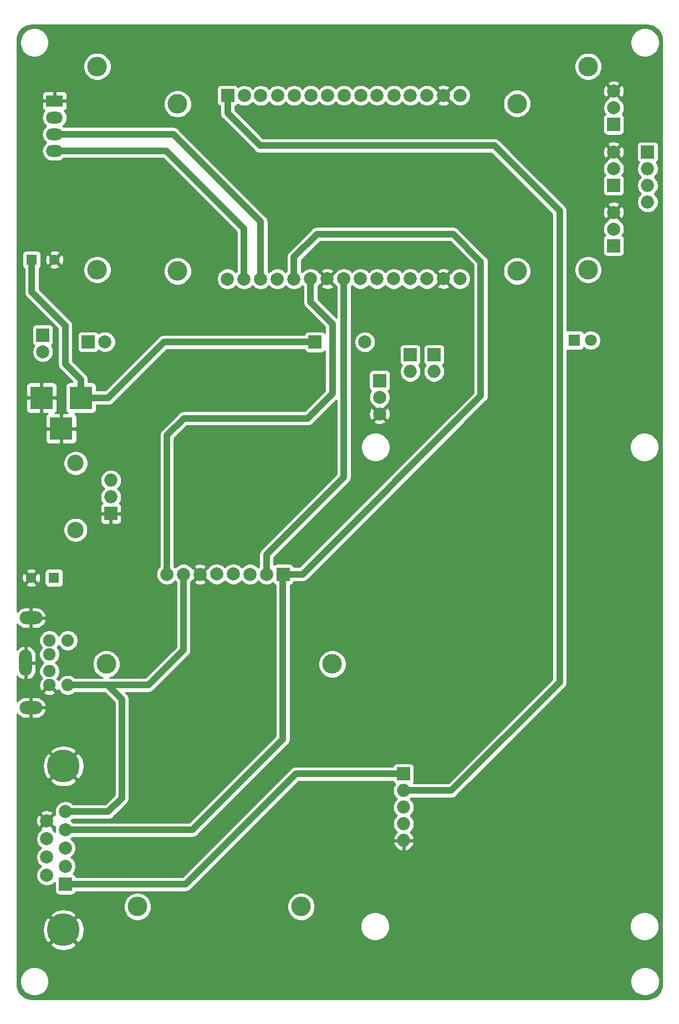
<source format=gbr>
G04 #@! TF.GenerationSoftware,KiCad,Pcbnew,5.1.8-db9833491~88~ubuntu18.04.1*
G04 #@! TF.CreationDate,2020-12-10T12:47:45+05:30*
G04 #@! TF.ProjectId,Permitme_main _sub_V1,5065726d-6974-46d6-955f-6d61696e205f,rev?*
G04 #@! TF.SameCoordinates,Original*
G04 #@! TF.FileFunction,Copper,L1,Top*
G04 #@! TF.FilePolarity,Positive*
%FSLAX46Y46*%
G04 Gerber Fmt 4.6, Leading zero omitted, Abs format (unit mm)*
G04 Created by KiCad (PCBNEW 5.1.8-db9833491~88~ubuntu18.04.1) date 2020-12-10 12:47:45*
%MOMM*%
%LPD*%
G01*
G04 APERTURE LIST*
G04 #@! TA.AperFunction,ComponentPad*
%ADD10R,2.000000X2.000000*%
G04 #@! TD*
G04 #@! TA.AperFunction,ComponentPad*
%ADD11O,2.000000X2.000000*%
G04 #@! TD*
G04 #@! TA.AperFunction,ComponentPad*
%ADD12C,2.000000*%
G04 #@! TD*
G04 #@! TA.AperFunction,ComponentPad*
%ADD13R,1.800000X1.800000*%
G04 #@! TD*
G04 #@! TA.AperFunction,ComponentPad*
%ADD14C,1.800000*%
G04 #@! TD*
G04 #@! TA.AperFunction,ComponentPad*
%ADD15O,3.500000X2.000000*%
G04 #@! TD*
G04 #@! TA.AperFunction,ComponentPad*
%ADD16C,1.900000*%
G04 #@! TD*
G04 #@! TA.AperFunction,ComponentPad*
%ADD17O,2.000000X4.000000*%
G04 #@! TD*
G04 #@! TA.AperFunction,ComponentPad*
%ADD18C,1.600000*%
G04 #@! TD*
G04 #@! TA.AperFunction,ComponentPad*
%ADD19R,1.600000X1.600000*%
G04 #@! TD*
G04 #@! TA.AperFunction,ComponentPad*
%ADD20C,5.000000*%
G04 #@! TD*
G04 #@! TA.AperFunction,ComponentPad*
%ADD21O,2.600000X1.800000*%
G04 #@! TD*
G04 #@! TA.AperFunction,ComponentPad*
%ADD22C,3.000000*%
G04 #@! TD*
G04 #@! TA.AperFunction,ComponentPad*
%ADD23R,2.600000X1.800000*%
G04 #@! TD*
G04 #@! TA.AperFunction,ComponentPad*
%ADD24C,2.500000*%
G04 #@! TD*
G04 #@! TA.AperFunction,ComponentPad*
%ADD25R,3.500000X3.500000*%
G04 #@! TD*
G04 #@! TA.AperFunction,Conductor*
%ADD26C,1.000000*%
G04 #@! TD*
G04 #@! TA.AperFunction,Conductor*
%ADD27C,0.254000*%
G04 #@! TD*
G04 #@! TA.AperFunction,Conductor*
%ADD28C,0.100000*%
G04 #@! TD*
G04 APERTURE END LIST*
D10*
X51330000Y-94710000D03*
D11*
X51330000Y-92170000D03*
X51330000Y-89630000D03*
D12*
X50420000Y-68510000D03*
D10*
X47880000Y-68510000D03*
D13*
X122080000Y-68260000D03*
D14*
X124620000Y-68260000D03*
D10*
X128130000Y-35350000D03*
D12*
X128130000Y-30270000D03*
X128130000Y-32810000D03*
D10*
X82520000Y-68530000D03*
D12*
X90120000Y-68530000D03*
X92380000Y-76950000D03*
X92380000Y-79490000D03*
D10*
X92380000Y-74410000D03*
D15*
X39100000Y-110610000D03*
X39100000Y-124310000D03*
D16*
X41950000Y-118760000D03*
X41950000Y-116160000D03*
X41950000Y-120860000D03*
X41950000Y-114060000D03*
X44750000Y-120860000D03*
X44750000Y-114060000D03*
D17*
X38300000Y-117460000D03*
D18*
X39150000Y-104510000D03*
D19*
X42650000Y-104510000D03*
D10*
X44380000Y-151260000D03*
D12*
X44380000Y-148490000D03*
X44380000Y-145720000D03*
X44380000Y-142950000D03*
X44380000Y-140180000D03*
X41540000Y-149875000D03*
X41540000Y-147105000D03*
X41540000Y-144335000D03*
X41540000Y-141565000D03*
D20*
X44080000Y-133220000D03*
X44080000Y-158220000D03*
D11*
X100690000Y-73030000D03*
D10*
X100690000Y-70490000D03*
D19*
X39230000Y-55980000D03*
D18*
X42730000Y-55980000D03*
D21*
X42730000Y-39380000D03*
X42720000Y-36840000D03*
X42720000Y-34300000D03*
D22*
X124240000Y-26500000D03*
X124239480Y-57500700D03*
X49240900Y-57500700D03*
X49240900Y-26500000D03*
D23*
X42730000Y-31750000D03*
D10*
X133330000Y-39560000D03*
D11*
X133330000Y-42100000D03*
X133330000Y-44640000D03*
X133330000Y-47180000D03*
D10*
X96040000Y-134416000D03*
D11*
X96040000Y-136956000D03*
X96040000Y-139496000D03*
X96040000Y-142036000D03*
X96040000Y-144576000D03*
D24*
X45932000Y-97200000D03*
X45952000Y-87010000D03*
D22*
X80390000Y-154660000D03*
X55390000Y-154660000D03*
X50640000Y-117660000D03*
X85140000Y-117660000D03*
D10*
X77650000Y-103970000D03*
D12*
X75110000Y-103970000D03*
X72580000Y-103960000D03*
X70020000Y-103940000D03*
X67480000Y-103940000D03*
X64960000Y-103970000D03*
X62420000Y-103960000D03*
X59880000Y-103960000D03*
D10*
X97060000Y-70490000D03*
D11*
X97060000Y-73030000D03*
D10*
X69160000Y-30940000D03*
D12*
X71700000Y-30940000D03*
X74230000Y-30940000D03*
X76780000Y-30940000D03*
X79320000Y-30935000D03*
X81860000Y-30910000D03*
X84410000Y-30910000D03*
X86940000Y-30910000D03*
X89485000Y-30910000D03*
X92010000Y-30910000D03*
X94560000Y-30910000D03*
X97085000Y-30910000D03*
X99610000Y-30910000D03*
X102135000Y-30910000D03*
X104660000Y-30910000D03*
X71675000Y-58915000D03*
X74205000Y-58915000D03*
X69135000Y-58915000D03*
X76755000Y-58915000D03*
X79295000Y-58910000D03*
X81835000Y-58885000D03*
X84385000Y-58885000D03*
X86915000Y-58885000D03*
X89460000Y-58885000D03*
X91985000Y-58885000D03*
X94535000Y-58885000D03*
X97060000Y-58885000D03*
X99585000Y-58885000D03*
X102110000Y-58885000D03*
X104635000Y-58885000D03*
D22*
X61520000Y-32210000D03*
X61520000Y-57710000D03*
X113370000Y-57710000D03*
X113370000Y-32160000D03*
D12*
X128120000Y-42090000D03*
X128120000Y-39550000D03*
D10*
X128120000Y-44630000D03*
X128120000Y-53830000D03*
D12*
X128120000Y-48750000D03*
X128120000Y-51290000D03*
D25*
X46740000Y-77040000D03*
X40740000Y-77040000D03*
X43740000Y-81740000D03*
D10*
X40930000Y-67460000D03*
D12*
X40930000Y-70000000D03*
D26*
X62750000Y-151260000D02*
X79594000Y-134416000D01*
X44380000Y-151260000D02*
X62750000Y-151260000D01*
X79594000Y-134416000D02*
X96040000Y-134416000D01*
X59790000Y-39380000D02*
X71675000Y-51265000D01*
X42730000Y-39380000D02*
X59790000Y-39380000D01*
X71675000Y-51265000D02*
X71675000Y-58915000D01*
X60860000Y-36840000D02*
X74205000Y-50185000D01*
X42720000Y-36840000D02*
X60860000Y-36840000D01*
X74205000Y-50185000D02*
X74205000Y-58915000D01*
X74090000Y-38580000D02*
X69160000Y-33650000D01*
X109910000Y-38580000D02*
X74090000Y-38580000D01*
X119880000Y-48550000D02*
X109910000Y-38580000D01*
X119880000Y-120430000D02*
X119880000Y-48550000D01*
X96040000Y-136956000D02*
X103354000Y-136956000D01*
X103354000Y-136956000D02*
X119880000Y-120430000D01*
X69160000Y-33650000D02*
X69160000Y-30940000D01*
X75110000Y-103970000D02*
X75110000Y-100970000D01*
X86915000Y-89165000D02*
X86915000Y-58885000D01*
X75110000Y-100970000D02*
X86915000Y-89165000D01*
X82825000Y-52075000D02*
X103615000Y-52075000D01*
X107840000Y-56300000D02*
X107840000Y-62170000D01*
X103615000Y-52075000D02*
X107840000Y-56300000D01*
X79295000Y-58910000D02*
X79295000Y-55605000D01*
X79295000Y-55605000D02*
X82825000Y-52075000D01*
X77590000Y-115800000D02*
X77590000Y-104040000D01*
X107840000Y-76750000D02*
X80620000Y-103970000D01*
X107840000Y-62170000D02*
X107840000Y-76750000D01*
X80620000Y-103970000D02*
X77650000Y-103970000D01*
X77590000Y-129140000D02*
X63780000Y-142950000D01*
X77590000Y-115800000D02*
X77590000Y-129140000D01*
X63780000Y-142950000D02*
X44380000Y-142950000D01*
X50950000Y-140180000D02*
X44380000Y-140180000D01*
X53020000Y-123050000D02*
X53020000Y-138110000D01*
X50830000Y-120860000D02*
X53020000Y-123050000D01*
X44750000Y-120860000D02*
X50830000Y-120860000D01*
X57080000Y-120860000D02*
X62420000Y-115520000D01*
X62420000Y-115520000D02*
X62420000Y-103960000D01*
X50830000Y-120860000D02*
X57080000Y-120860000D01*
X53020000Y-138110000D02*
X50950000Y-140180000D01*
X46740000Y-74270000D02*
X44380000Y-71910000D01*
X46740000Y-77040000D02*
X46740000Y-74270000D01*
X39260000Y-60910000D02*
X39260000Y-56010000D01*
X44380000Y-71910000D02*
X44380000Y-66030000D01*
X44380000Y-66030000D02*
X39260000Y-60910000D01*
X39260000Y-56010000D02*
X39230000Y-55980000D01*
X46880000Y-76900000D02*
X46740000Y-77040000D01*
X59440000Y-68530000D02*
X50930000Y-77040000D01*
X50930000Y-77040000D02*
X46740000Y-77040000D01*
X82520000Y-68530000D02*
X59440000Y-68530000D01*
X85180000Y-76420000D02*
X82560000Y-79040000D01*
X59880000Y-100260000D02*
X59880000Y-103960000D01*
X82560000Y-79040000D02*
X81410000Y-80190000D01*
X59880000Y-82780000D02*
X59880000Y-100260000D01*
X62470000Y-80190000D02*
X59880000Y-82780000D01*
X81410000Y-80190000D02*
X62470000Y-80190000D01*
X81835000Y-62435000D02*
X85180000Y-65780000D01*
X81835000Y-58885000D02*
X81835000Y-62435000D01*
X85180000Y-65780000D02*
X85180000Y-76420000D01*
D27*
X133699255Y-20241595D02*
X134121781Y-20369163D01*
X134511482Y-20576370D01*
X134853513Y-20855325D01*
X135134849Y-21195400D01*
X135344771Y-21583645D01*
X135475285Y-22005266D01*
X135525000Y-22478275D01*
X135525001Y-166424043D01*
X135478406Y-166899255D01*
X135350838Y-167321781D01*
X135143631Y-167711482D01*
X134864676Y-168053513D01*
X134524601Y-168334849D01*
X134136356Y-168544771D01*
X133714737Y-168675285D01*
X133241726Y-168725000D01*
X39295949Y-168725000D01*
X38820747Y-168678406D01*
X38398221Y-168550838D01*
X38008520Y-168343631D01*
X37666489Y-168064676D01*
X37385153Y-167724601D01*
X37175231Y-167336356D01*
X37044717Y-166914737D01*
X36995001Y-166441717D01*
X36995001Y-165839872D01*
X37415000Y-165839872D01*
X37415000Y-166280128D01*
X37500890Y-166711925D01*
X37669369Y-167118669D01*
X37913962Y-167484729D01*
X38225271Y-167796038D01*
X38591331Y-168040631D01*
X38998075Y-168209110D01*
X39429872Y-168295000D01*
X39870128Y-168295000D01*
X40301925Y-168209110D01*
X40708669Y-168040631D01*
X41074729Y-167796038D01*
X41386038Y-167484729D01*
X41630631Y-167118669D01*
X41799110Y-166711925D01*
X41885000Y-166280128D01*
X41885000Y-165839872D01*
X130655000Y-165839872D01*
X130655000Y-166280128D01*
X130740890Y-166711925D01*
X130909369Y-167118669D01*
X131153962Y-167484729D01*
X131465271Y-167796038D01*
X131831331Y-168040631D01*
X132238075Y-168209110D01*
X132669872Y-168295000D01*
X133110128Y-168295000D01*
X133541925Y-168209110D01*
X133948669Y-168040631D01*
X134314729Y-167796038D01*
X134626038Y-167484729D01*
X134870631Y-167118669D01*
X135039110Y-166711925D01*
X135125000Y-166280128D01*
X135125000Y-165839872D01*
X135039110Y-165408075D01*
X134870631Y-165001331D01*
X134626038Y-164635271D01*
X134314729Y-164323962D01*
X133948669Y-164079369D01*
X133541925Y-163910890D01*
X133110128Y-163825000D01*
X132669872Y-163825000D01*
X132238075Y-163910890D01*
X131831331Y-164079369D01*
X131465271Y-164323962D01*
X131153962Y-164635271D01*
X130909369Y-165001331D01*
X130740890Y-165408075D01*
X130655000Y-165839872D01*
X41885000Y-165839872D01*
X41799110Y-165408075D01*
X41630631Y-165001331D01*
X41386038Y-164635271D01*
X41074729Y-164323962D01*
X40708669Y-164079369D01*
X40301925Y-163910890D01*
X39870128Y-163825000D01*
X39429872Y-163825000D01*
X38998075Y-163910890D01*
X38591331Y-164079369D01*
X38225271Y-164323962D01*
X37913962Y-164635271D01*
X37669369Y-165001331D01*
X37500890Y-165408075D01*
X37415000Y-165839872D01*
X36995001Y-165839872D01*
X36995001Y-160423148D01*
X42056457Y-160423148D01*
X42332627Y-160841118D01*
X42877557Y-161131649D01*
X43468696Y-161310287D01*
X44083328Y-161370168D01*
X44697831Y-161308990D01*
X45288592Y-161129103D01*
X45827373Y-160841118D01*
X46103543Y-160423148D01*
X44080000Y-158399605D01*
X42056457Y-160423148D01*
X36995001Y-160423148D01*
X36995001Y-158223328D01*
X40929832Y-158223328D01*
X40991010Y-158837831D01*
X41170897Y-159428592D01*
X41458882Y-159967373D01*
X41876852Y-160243543D01*
X43900395Y-158220000D01*
X44259605Y-158220000D01*
X46283148Y-160243543D01*
X46701118Y-159967373D01*
X46991649Y-159422443D01*
X47170287Y-158831304D01*
X47230168Y-158216672D01*
X47168990Y-157602169D01*
X47122616Y-157449872D01*
X89465000Y-157449872D01*
X89465000Y-157890128D01*
X89550890Y-158321925D01*
X89719369Y-158728669D01*
X89963962Y-159094729D01*
X90275271Y-159406038D01*
X90641331Y-159650631D01*
X91048075Y-159819110D01*
X91479872Y-159905000D01*
X91920128Y-159905000D01*
X92351925Y-159819110D01*
X92758669Y-159650631D01*
X93124729Y-159406038D01*
X93436038Y-159094729D01*
X93680631Y-158728669D01*
X93849110Y-158321925D01*
X93935000Y-157890128D01*
X93935000Y-157449872D01*
X130585000Y-157449872D01*
X130585000Y-157890128D01*
X130670890Y-158321925D01*
X130839369Y-158728669D01*
X131083962Y-159094729D01*
X131395271Y-159406038D01*
X131761331Y-159650631D01*
X132168075Y-159819110D01*
X132599872Y-159905000D01*
X133040128Y-159905000D01*
X133471925Y-159819110D01*
X133878669Y-159650631D01*
X134244729Y-159406038D01*
X134556038Y-159094729D01*
X134800631Y-158728669D01*
X134969110Y-158321925D01*
X135055000Y-157890128D01*
X135055000Y-157449872D01*
X134969110Y-157018075D01*
X134800631Y-156611331D01*
X134556038Y-156245271D01*
X134244729Y-155933962D01*
X133878669Y-155689369D01*
X133471925Y-155520890D01*
X133040128Y-155435000D01*
X132599872Y-155435000D01*
X132168075Y-155520890D01*
X131761331Y-155689369D01*
X131395271Y-155933962D01*
X131083962Y-156245271D01*
X130839369Y-156611331D01*
X130670890Y-157018075D01*
X130585000Y-157449872D01*
X93935000Y-157449872D01*
X93849110Y-157018075D01*
X93680631Y-156611331D01*
X93436038Y-156245271D01*
X93124729Y-155933962D01*
X92758669Y-155689369D01*
X92351925Y-155520890D01*
X91920128Y-155435000D01*
X91479872Y-155435000D01*
X91048075Y-155520890D01*
X90641331Y-155689369D01*
X90275271Y-155933962D01*
X89963962Y-156245271D01*
X89719369Y-156611331D01*
X89550890Y-157018075D01*
X89465000Y-157449872D01*
X47122616Y-157449872D01*
X46989103Y-157011408D01*
X46701118Y-156472627D01*
X46283148Y-156196457D01*
X44259605Y-158220000D01*
X43900395Y-158220000D01*
X41876852Y-156196457D01*
X41458882Y-156472627D01*
X41168351Y-157017557D01*
X40989713Y-157608696D01*
X40929832Y-158223328D01*
X36995001Y-158223328D01*
X36995001Y-156016852D01*
X42056457Y-156016852D01*
X44080000Y-158040395D01*
X46103543Y-156016852D01*
X45827373Y-155598882D01*
X45282443Y-155308351D01*
X44691304Y-155129713D01*
X44076672Y-155069832D01*
X43462169Y-155131010D01*
X42871408Y-155310897D01*
X42332627Y-155598882D01*
X42056457Y-156016852D01*
X36995001Y-156016852D01*
X36995001Y-154449721D01*
X53255000Y-154449721D01*
X53255000Y-154870279D01*
X53337047Y-155282756D01*
X53497988Y-155671302D01*
X53731637Y-156020983D01*
X54029017Y-156318363D01*
X54378698Y-156552012D01*
X54767244Y-156712953D01*
X55179721Y-156795000D01*
X55600279Y-156795000D01*
X56012756Y-156712953D01*
X56401302Y-156552012D01*
X56750983Y-156318363D01*
X57048363Y-156020983D01*
X57282012Y-155671302D01*
X57442953Y-155282756D01*
X57525000Y-154870279D01*
X57525000Y-154449721D01*
X78255000Y-154449721D01*
X78255000Y-154870279D01*
X78337047Y-155282756D01*
X78497988Y-155671302D01*
X78731637Y-156020983D01*
X79029017Y-156318363D01*
X79378698Y-156552012D01*
X79767244Y-156712953D01*
X80179721Y-156795000D01*
X80600279Y-156795000D01*
X81012756Y-156712953D01*
X81401302Y-156552012D01*
X81750983Y-156318363D01*
X82048363Y-156020983D01*
X82282012Y-155671302D01*
X82442953Y-155282756D01*
X82525000Y-154870279D01*
X82525000Y-154449721D01*
X82442953Y-154037244D01*
X82282012Y-153648698D01*
X82048363Y-153299017D01*
X81750983Y-153001637D01*
X81401302Y-152767988D01*
X81012756Y-152607047D01*
X80600279Y-152525000D01*
X80179721Y-152525000D01*
X79767244Y-152607047D01*
X79378698Y-152767988D01*
X79029017Y-153001637D01*
X78731637Y-153299017D01*
X78497988Y-153648698D01*
X78337047Y-154037244D01*
X78255000Y-154449721D01*
X57525000Y-154449721D01*
X57442953Y-154037244D01*
X57282012Y-153648698D01*
X57048363Y-153299017D01*
X56750983Y-153001637D01*
X56401302Y-152767988D01*
X56012756Y-152607047D01*
X55600279Y-152525000D01*
X55179721Y-152525000D01*
X54767244Y-152607047D01*
X54378698Y-152767988D01*
X54029017Y-153001637D01*
X53731637Y-153299017D01*
X53497988Y-153648698D01*
X53337047Y-154037244D01*
X53255000Y-154449721D01*
X36995001Y-154449721D01*
X36995001Y-141627595D01*
X39898282Y-141627595D01*
X39942039Y-141946675D01*
X40047205Y-142251088D01*
X40140186Y-142425044D01*
X40404587Y-142520808D01*
X41360395Y-141565000D01*
X40404587Y-140609192D01*
X40140186Y-140704956D01*
X39999296Y-140994571D01*
X39917616Y-141306108D01*
X39898282Y-141627595D01*
X36995001Y-141627595D01*
X36995001Y-140429587D01*
X40584192Y-140429587D01*
X41540000Y-141385395D01*
X42495808Y-140429587D01*
X42400044Y-140165186D01*
X42110429Y-140024296D01*
X41798892Y-139942616D01*
X41477405Y-139923282D01*
X41158325Y-139967039D01*
X40853912Y-140072205D01*
X40679956Y-140165186D01*
X40584192Y-140429587D01*
X36995001Y-140429587D01*
X36995001Y-135423148D01*
X42056457Y-135423148D01*
X42332627Y-135841118D01*
X42877557Y-136131649D01*
X43468696Y-136310287D01*
X44083328Y-136370168D01*
X44697831Y-136308990D01*
X45288592Y-136129103D01*
X45827373Y-135841118D01*
X46103543Y-135423148D01*
X44080000Y-133399605D01*
X42056457Y-135423148D01*
X36995001Y-135423148D01*
X36995001Y-133223328D01*
X40929832Y-133223328D01*
X40991010Y-133837831D01*
X41170897Y-134428592D01*
X41458882Y-134967373D01*
X41876852Y-135243543D01*
X43900395Y-133220000D01*
X44259605Y-133220000D01*
X46283148Y-135243543D01*
X46701118Y-134967373D01*
X46991649Y-134422443D01*
X47170287Y-133831304D01*
X47230168Y-133216672D01*
X47168990Y-132602169D01*
X46989103Y-132011408D01*
X46701118Y-131472627D01*
X46283148Y-131196457D01*
X44259605Y-133220000D01*
X43900395Y-133220000D01*
X41876852Y-131196457D01*
X41458882Y-131472627D01*
X41168351Y-132017557D01*
X40989713Y-132608696D01*
X40929832Y-133223328D01*
X36995001Y-133223328D01*
X36995001Y-131016852D01*
X42056457Y-131016852D01*
X44080000Y-133040395D01*
X46103543Y-131016852D01*
X45827373Y-130598882D01*
X45282443Y-130308351D01*
X44691304Y-130129713D01*
X44076672Y-130069832D01*
X43462169Y-130131010D01*
X42871408Y-130310897D01*
X42332627Y-130598882D01*
X42056457Y-131016852D01*
X36995001Y-131016852D01*
X36995001Y-125220153D01*
X37104078Y-125376317D01*
X37336046Y-125598895D01*
X37606980Y-125771942D01*
X37906468Y-125888807D01*
X38223000Y-125945000D01*
X38973000Y-125945000D01*
X38973000Y-124437000D01*
X39227000Y-124437000D01*
X39227000Y-125945000D01*
X39977000Y-125945000D01*
X40293532Y-125888807D01*
X40593020Y-125771942D01*
X40863954Y-125598895D01*
X41095922Y-125376317D01*
X41280010Y-125112761D01*
X41409144Y-124818355D01*
X41440124Y-124690434D01*
X41320777Y-124437000D01*
X39227000Y-124437000D01*
X38973000Y-124437000D01*
X38953000Y-124437000D01*
X38953000Y-124183000D01*
X38973000Y-124183000D01*
X38973000Y-122675000D01*
X39227000Y-122675000D01*
X39227000Y-124183000D01*
X41320777Y-124183000D01*
X41440124Y-123929566D01*
X41409144Y-123801645D01*
X41280010Y-123507239D01*
X41095922Y-123243683D01*
X40863954Y-123021105D01*
X40593020Y-122848058D01*
X40293532Y-122731193D01*
X39977000Y-122675000D01*
X39227000Y-122675000D01*
X38973000Y-122675000D01*
X38223000Y-122675000D01*
X37906468Y-122731193D01*
X37606980Y-122848058D01*
X37336046Y-123021105D01*
X37104078Y-123243683D01*
X36995001Y-123399847D01*
X36995001Y-121959752D01*
X41029853Y-121959752D01*
X41119579Y-122219042D01*
X41400671Y-122354935D01*
X41702873Y-122433379D01*
X42014573Y-122451359D01*
X42323791Y-122408184D01*
X42618644Y-122305513D01*
X42780421Y-122219042D01*
X42870147Y-121959752D01*
X41950000Y-121039605D01*
X41029853Y-121959752D01*
X36995001Y-121959752D01*
X36995001Y-119448740D01*
X37011105Y-119473954D01*
X37233683Y-119705922D01*
X37497239Y-119890010D01*
X37791645Y-120019144D01*
X37919566Y-120050124D01*
X38173000Y-119930777D01*
X38173000Y-117587000D01*
X38427000Y-117587000D01*
X38427000Y-119930777D01*
X38680434Y-120050124D01*
X38808355Y-120019144D01*
X39102761Y-119890010D01*
X39366317Y-119705922D01*
X39588895Y-119473954D01*
X39761942Y-119203020D01*
X39878807Y-118903532D01*
X39935000Y-118587000D01*
X39935000Y-117587000D01*
X38427000Y-117587000D01*
X38173000Y-117587000D01*
X38153000Y-117587000D01*
X38153000Y-117333000D01*
X38173000Y-117333000D01*
X38173000Y-114989223D01*
X38427000Y-114989223D01*
X38427000Y-117333000D01*
X39935000Y-117333000D01*
X39935000Y-116333000D01*
X39878807Y-116016468D01*
X39761942Y-115716980D01*
X39588895Y-115446046D01*
X39366317Y-115214078D01*
X39102761Y-115029990D01*
X38808355Y-114900856D01*
X38680434Y-114869876D01*
X38427000Y-114989223D01*
X38173000Y-114989223D01*
X37919566Y-114869876D01*
X37791645Y-114900856D01*
X37497239Y-115029990D01*
X37233683Y-115214078D01*
X37011105Y-115446046D01*
X36995001Y-115471260D01*
X36995001Y-111520153D01*
X37104078Y-111676317D01*
X37336046Y-111898895D01*
X37606980Y-112071942D01*
X37906468Y-112188807D01*
X38223000Y-112245000D01*
X38973000Y-112245000D01*
X38973000Y-110737000D01*
X39227000Y-110737000D01*
X39227000Y-112245000D01*
X39977000Y-112245000D01*
X40293532Y-112188807D01*
X40593020Y-112071942D01*
X40863954Y-111898895D01*
X41095922Y-111676317D01*
X41280010Y-111412761D01*
X41409144Y-111118355D01*
X41440124Y-110990434D01*
X41320777Y-110737000D01*
X39227000Y-110737000D01*
X38973000Y-110737000D01*
X38953000Y-110737000D01*
X38953000Y-110483000D01*
X38973000Y-110483000D01*
X38973000Y-108975000D01*
X39227000Y-108975000D01*
X39227000Y-110483000D01*
X41320777Y-110483000D01*
X41440124Y-110229566D01*
X41409144Y-110101645D01*
X41280010Y-109807239D01*
X41095922Y-109543683D01*
X40863954Y-109321105D01*
X40593020Y-109148058D01*
X40293532Y-109031193D01*
X39977000Y-108975000D01*
X39227000Y-108975000D01*
X38973000Y-108975000D01*
X38223000Y-108975000D01*
X37906468Y-109031193D01*
X37606980Y-109148058D01*
X37336046Y-109321105D01*
X37104078Y-109543683D01*
X36995001Y-109699847D01*
X36995001Y-105502702D01*
X38336903Y-105502702D01*
X38408486Y-105746671D01*
X38663996Y-105867571D01*
X38938184Y-105936300D01*
X39220512Y-105950217D01*
X39500130Y-105908787D01*
X39766292Y-105813603D01*
X39891514Y-105746671D01*
X39963097Y-105502702D01*
X39150000Y-104689605D01*
X38336903Y-105502702D01*
X36995001Y-105502702D01*
X36995001Y-104580512D01*
X37709783Y-104580512D01*
X37751213Y-104860130D01*
X37846397Y-105126292D01*
X37913329Y-105251514D01*
X38157298Y-105323097D01*
X38970395Y-104510000D01*
X39329605Y-104510000D01*
X40142702Y-105323097D01*
X40386671Y-105251514D01*
X40507571Y-104996004D01*
X40576300Y-104721816D01*
X40590217Y-104439488D01*
X40548787Y-104159870D01*
X40453603Y-103893708D01*
X40386671Y-103768486D01*
X40187340Y-103710000D01*
X41211928Y-103710000D01*
X41211928Y-105310000D01*
X41224188Y-105434482D01*
X41260498Y-105554180D01*
X41319463Y-105664494D01*
X41398815Y-105761185D01*
X41495506Y-105840537D01*
X41605820Y-105899502D01*
X41725518Y-105935812D01*
X41850000Y-105948072D01*
X43450000Y-105948072D01*
X43574482Y-105935812D01*
X43694180Y-105899502D01*
X43804494Y-105840537D01*
X43901185Y-105761185D01*
X43980537Y-105664494D01*
X44039502Y-105554180D01*
X44075812Y-105434482D01*
X44088072Y-105310000D01*
X44088072Y-103710000D01*
X44075812Y-103585518D01*
X44039502Y-103465820D01*
X43980537Y-103355506D01*
X43901185Y-103258815D01*
X43804494Y-103179463D01*
X43694180Y-103120498D01*
X43574482Y-103084188D01*
X43450000Y-103071928D01*
X41850000Y-103071928D01*
X41725518Y-103084188D01*
X41605820Y-103120498D01*
X41495506Y-103179463D01*
X41398815Y-103258815D01*
X41319463Y-103355506D01*
X41260498Y-103465820D01*
X41224188Y-103585518D01*
X41211928Y-103710000D01*
X40187340Y-103710000D01*
X40142702Y-103696903D01*
X39329605Y-104510000D01*
X38970395Y-104510000D01*
X38157298Y-103696903D01*
X37913329Y-103768486D01*
X37792429Y-104023996D01*
X37723700Y-104298184D01*
X37709783Y-104580512D01*
X36995001Y-104580512D01*
X36995001Y-103517298D01*
X38336903Y-103517298D01*
X39150000Y-104330395D01*
X39963097Y-103517298D01*
X39891514Y-103273329D01*
X39636004Y-103152429D01*
X39361816Y-103083700D01*
X39079488Y-103069783D01*
X38799870Y-103111213D01*
X38533708Y-103206397D01*
X38408486Y-103273329D01*
X38336903Y-103517298D01*
X36995001Y-103517298D01*
X36995001Y-97014344D01*
X44047000Y-97014344D01*
X44047000Y-97385656D01*
X44119439Y-97749834D01*
X44261534Y-98092882D01*
X44467825Y-98401618D01*
X44730382Y-98664175D01*
X45039118Y-98870466D01*
X45382166Y-99012561D01*
X45746344Y-99085000D01*
X46117656Y-99085000D01*
X46481834Y-99012561D01*
X46824882Y-98870466D01*
X47133618Y-98664175D01*
X47396175Y-98401618D01*
X47602466Y-98092882D01*
X47744561Y-97749834D01*
X47817000Y-97385656D01*
X47817000Y-97014344D01*
X47744561Y-96650166D01*
X47602466Y-96307118D01*
X47396175Y-95998382D01*
X47133618Y-95735825D01*
X47094969Y-95710000D01*
X49691928Y-95710000D01*
X49704188Y-95834482D01*
X49740498Y-95954180D01*
X49799463Y-96064494D01*
X49878815Y-96161185D01*
X49975506Y-96240537D01*
X50085820Y-96299502D01*
X50205518Y-96335812D01*
X50330000Y-96348072D01*
X51044250Y-96345000D01*
X51203000Y-96186250D01*
X51203000Y-94837000D01*
X51457000Y-94837000D01*
X51457000Y-96186250D01*
X51615750Y-96345000D01*
X52330000Y-96348072D01*
X52454482Y-96335812D01*
X52574180Y-96299502D01*
X52684494Y-96240537D01*
X52781185Y-96161185D01*
X52860537Y-96064494D01*
X52919502Y-95954180D01*
X52955812Y-95834482D01*
X52968072Y-95710000D01*
X52965000Y-94995750D01*
X52806250Y-94837000D01*
X51457000Y-94837000D01*
X51203000Y-94837000D01*
X49853750Y-94837000D01*
X49695000Y-94995750D01*
X49691928Y-95710000D01*
X47094969Y-95710000D01*
X46824882Y-95529534D01*
X46481834Y-95387439D01*
X46117656Y-95315000D01*
X45746344Y-95315000D01*
X45382166Y-95387439D01*
X45039118Y-95529534D01*
X44730382Y-95735825D01*
X44467825Y-95998382D01*
X44261534Y-96307118D01*
X44119439Y-96650166D01*
X44047000Y-97014344D01*
X36995001Y-97014344D01*
X36995001Y-93710000D01*
X49691928Y-93710000D01*
X49695000Y-94424250D01*
X49853750Y-94583000D01*
X51203000Y-94583000D01*
X51203000Y-94563000D01*
X51457000Y-94563000D01*
X51457000Y-94583000D01*
X52806250Y-94583000D01*
X52965000Y-94424250D01*
X52968072Y-93710000D01*
X52955812Y-93585518D01*
X52919502Y-93465820D01*
X52860537Y-93355506D01*
X52781185Y-93258815D01*
X52684494Y-93179463D01*
X52638370Y-93154809D01*
X52778918Y-92944463D01*
X52902168Y-92646912D01*
X52965000Y-92331033D01*
X52965000Y-92008967D01*
X52902168Y-91693088D01*
X52778918Y-91395537D01*
X52599987Y-91127748D01*
X52372252Y-90900013D01*
X52372233Y-90900000D01*
X52372252Y-90899987D01*
X52599987Y-90672252D01*
X52778918Y-90404463D01*
X52902168Y-90106912D01*
X52965000Y-89791033D01*
X52965000Y-89468967D01*
X52902168Y-89153088D01*
X52778918Y-88855537D01*
X52599987Y-88587748D01*
X52372252Y-88360013D01*
X52104463Y-88181082D01*
X51806912Y-88057832D01*
X51491033Y-87995000D01*
X51168967Y-87995000D01*
X50853088Y-88057832D01*
X50555537Y-88181082D01*
X50287748Y-88360013D01*
X50060013Y-88587748D01*
X49881082Y-88855537D01*
X49757832Y-89153088D01*
X49695000Y-89468967D01*
X49695000Y-89791033D01*
X49757832Y-90106912D01*
X49881082Y-90404463D01*
X50060013Y-90672252D01*
X50287748Y-90899987D01*
X50287767Y-90900000D01*
X50287748Y-90900013D01*
X50060013Y-91127748D01*
X49881082Y-91395537D01*
X49757832Y-91693088D01*
X49695000Y-92008967D01*
X49695000Y-92331033D01*
X49757832Y-92646912D01*
X49881082Y-92944463D01*
X50021630Y-93154809D01*
X49975506Y-93179463D01*
X49878815Y-93258815D01*
X49799463Y-93355506D01*
X49740498Y-93465820D01*
X49704188Y-93585518D01*
X49691928Y-93710000D01*
X36995001Y-93710000D01*
X36995001Y-86824344D01*
X44067000Y-86824344D01*
X44067000Y-87195656D01*
X44139439Y-87559834D01*
X44281534Y-87902882D01*
X44487825Y-88211618D01*
X44750382Y-88474175D01*
X45059118Y-88680466D01*
X45402166Y-88822561D01*
X45766344Y-88895000D01*
X46137656Y-88895000D01*
X46501834Y-88822561D01*
X46844882Y-88680466D01*
X47153618Y-88474175D01*
X47416175Y-88211618D01*
X47622466Y-87902882D01*
X47764561Y-87559834D01*
X47837000Y-87195656D01*
X47837000Y-86824344D01*
X47764561Y-86460166D01*
X47622466Y-86117118D01*
X47416175Y-85808382D01*
X47153618Y-85545825D01*
X46844882Y-85339534D01*
X46501834Y-85197439D01*
X46137656Y-85125000D01*
X45766344Y-85125000D01*
X45402166Y-85197439D01*
X45059118Y-85339534D01*
X44750382Y-85545825D01*
X44487825Y-85808382D01*
X44281534Y-86117118D01*
X44139439Y-86460166D01*
X44067000Y-86824344D01*
X36995001Y-86824344D01*
X36995001Y-83490000D01*
X41351928Y-83490000D01*
X41364188Y-83614482D01*
X41400498Y-83734180D01*
X41459463Y-83844494D01*
X41538815Y-83941185D01*
X41635506Y-84020537D01*
X41745820Y-84079502D01*
X41865518Y-84115812D01*
X41990000Y-84128072D01*
X43454250Y-84125000D01*
X43613000Y-83966250D01*
X43613000Y-81867000D01*
X43867000Y-81867000D01*
X43867000Y-83966250D01*
X44025750Y-84125000D01*
X45490000Y-84128072D01*
X45614482Y-84115812D01*
X45734180Y-84079502D01*
X45844494Y-84020537D01*
X45941185Y-83941185D01*
X46020537Y-83844494D01*
X46079502Y-83734180D01*
X46115812Y-83614482D01*
X46128072Y-83490000D01*
X46125000Y-82025750D01*
X45966250Y-81867000D01*
X43867000Y-81867000D01*
X43613000Y-81867000D01*
X41513750Y-81867000D01*
X41355000Y-82025750D01*
X41351928Y-83490000D01*
X36995001Y-83490000D01*
X36995001Y-78790000D01*
X38351928Y-78790000D01*
X38364188Y-78914482D01*
X38400498Y-79034180D01*
X38459463Y-79144494D01*
X38538815Y-79241185D01*
X38635506Y-79320537D01*
X38745820Y-79379502D01*
X38865518Y-79415812D01*
X38990000Y-79428072D01*
X40454250Y-79425000D01*
X40613000Y-79266250D01*
X40613000Y-77167000D01*
X40867000Y-77167000D01*
X40867000Y-79266250D01*
X41025750Y-79425000D01*
X41697345Y-79426409D01*
X41635506Y-79459463D01*
X41538815Y-79538815D01*
X41459463Y-79635506D01*
X41400498Y-79745820D01*
X41364188Y-79865518D01*
X41351928Y-79990000D01*
X41355000Y-81454250D01*
X41513750Y-81613000D01*
X43613000Y-81613000D01*
X43613000Y-79513750D01*
X43454250Y-79355000D01*
X42782655Y-79353591D01*
X42844494Y-79320537D01*
X42941185Y-79241185D01*
X43020537Y-79144494D01*
X43079502Y-79034180D01*
X43115812Y-78914482D01*
X43128072Y-78790000D01*
X43125000Y-77325750D01*
X42966250Y-77167000D01*
X40867000Y-77167000D01*
X40613000Y-77167000D01*
X38513750Y-77167000D01*
X38355000Y-77325750D01*
X38351928Y-78790000D01*
X36995001Y-78790000D01*
X36995001Y-75290000D01*
X38351928Y-75290000D01*
X38355000Y-76754250D01*
X38513750Y-76913000D01*
X40613000Y-76913000D01*
X40613000Y-74813750D01*
X40867000Y-74813750D01*
X40867000Y-76913000D01*
X42966250Y-76913000D01*
X43125000Y-76754250D01*
X43128072Y-75290000D01*
X43115812Y-75165518D01*
X43079502Y-75045820D01*
X43020537Y-74935506D01*
X42941185Y-74838815D01*
X42844494Y-74759463D01*
X42734180Y-74700498D01*
X42614482Y-74664188D01*
X42490000Y-74651928D01*
X41025750Y-74655000D01*
X40867000Y-74813750D01*
X40613000Y-74813750D01*
X40454250Y-74655000D01*
X38990000Y-74651928D01*
X38865518Y-74664188D01*
X38745820Y-74700498D01*
X38635506Y-74759463D01*
X38538815Y-74838815D01*
X38459463Y-74935506D01*
X38400498Y-75045820D01*
X38364188Y-75165518D01*
X38351928Y-75290000D01*
X36995001Y-75290000D01*
X36995001Y-66460000D01*
X39291928Y-66460000D01*
X39291928Y-68460000D01*
X39304188Y-68584482D01*
X39340498Y-68704180D01*
X39399463Y-68814494D01*
X39478815Y-68911185D01*
X39575506Y-68990537D01*
X39621630Y-69015191D01*
X39481082Y-69225537D01*
X39357832Y-69523088D01*
X39295000Y-69838967D01*
X39295000Y-70161033D01*
X39357832Y-70476912D01*
X39481082Y-70774463D01*
X39660013Y-71042252D01*
X39887748Y-71269987D01*
X40155537Y-71448918D01*
X40453088Y-71572168D01*
X40768967Y-71635000D01*
X41091033Y-71635000D01*
X41406912Y-71572168D01*
X41704463Y-71448918D01*
X41972252Y-71269987D01*
X42199987Y-71042252D01*
X42378918Y-70774463D01*
X42502168Y-70476912D01*
X42565000Y-70161033D01*
X42565000Y-69838967D01*
X42502168Y-69523088D01*
X42378918Y-69225537D01*
X42238370Y-69015191D01*
X42284494Y-68990537D01*
X42381185Y-68911185D01*
X42460537Y-68814494D01*
X42519502Y-68704180D01*
X42555812Y-68584482D01*
X42568072Y-68460000D01*
X42568072Y-66460000D01*
X42555812Y-66335518D01*
X42519502Y-66215820D01*
X42460537Y-66105506D01*
X42381185Y-66008815D01*
X42284494Y-65929463D01*
X42174180Y-65870498D01*
X42054482Y-65834188D01*
X41930000Y-65821928D01*
X39930000Y-65821928D01*
X39805518Y-65834188D01*
X39685820Y-65870498D01*
X39575506Y-65929463D01*
X39478815Y-66008815D01*
X39399463Y-66105506D01*
X39340498Y-66215820D01*
X39304188Y-66335518D01*
X39291928Y-66460000D01*
X36995001Y-66460000D01*
X36995001Y-55180000D01*
X37791928Y-55180000D01*
X37791928Y-56780000D01*
X37804188Y-56904482D01*
X37840498Y-57024180D01*
X37899463Y-57134494D01*
X37978815Y-57231185D01*
X38075506Y-57310537D01*
X38125001Y-57336993D01*
X38125000Y-60854248D01*
X38119509Y-60910000D01*
X38125000Y-60965751D01*
X38141423Y-61132498D01*
X38206324Y-61346446D01*
X38311716Y-61543623D01*
X38453551Y-61716449D01*
X38496865Y-61751996D01*
X43245001Y-66500133D01*
X43245000Y-71854248D01*
X43239509Y-71910000D01*
X43245000Y-71965751D01*
X43261423Y-72132498D01*
X43326324Y-72346446D01*
X43431716Y-72543623D01*
X43573551Y-72716449D01*
X43616865Y-72751996D01*
X45516796Y-74651928D01*
X44990000Y-74651928D01*
X44865518Y-74664188D01*
X44745820Y-74700498D01*
X44635506Y-74759463D01*
X44538815Y-74838815D01*
X44459463Y-74935506D01*
X44400498Y-75045820D01*
X44364188Y-75165518D01*
X44351928Y-75290000D01*
X44351928Y-78790000D01*
X44364188Y-78914482D01*
X44400498Y-79034180D01*
X44459463Y-79144494D01*
X44538815Y-79241185D01*
X44635506Y-79320537D01*
X44697345Y-79353591D01*
X44025750Y-79355000D01*
X43867000Y-79513750D01*
X43867000Y-81613000D01*
X45966250Y-81613000D01*
X46125000Y-81454250D01*
X46128072Y-79990000D01*
X46115812Y-79865518D01*
X46079502Y-79745820D01*
X46020537Y-79635506D01*
X45941185Y-79538815D01*
X45844494Y-79459463D01*
X45785767Y-79428072D01*
X48490000Y-79428072D01*
X48614482Y-79415812D01*
X48734180Y-79379502D01*
X48844494Y-79320537D01*
X48941185Y-79241185D01*
X49020537Y-79144494D01*
X49079502Y-79034180D01*
X49115812Y-78914482D01*
X49128072Y-78790000D01*
X49128072Y-78175000D01*
X50874249Y-78175000D01*
X50930000Y-78180491D01*
X50985751Y-78175000D01*
X50985752Y-78175000D01*
X51152499Y-78158577D01*
X51366447Y-78093676D01*
X51563623Y-77988284D01*
X51736449Y-77846449D01*
X51771996Y-77803135D01*
X59910132Y-69665000D01*
X80897379Y-69665000D01*
X80930498Y-69774180D01*
X80989463Y-69884494D01*
X81068815Y-69981185D01*
X81165506Y-70060537D01*
X81275820Y-70119502D01*
X81395518Y-70155812D01*
X81520000Y-70168072D01*
X83520000Y-70168072D01*
X83644482Y-70155812D01*
X83764180Y-70119502D01*
X83874494Y-70060537D01*
X83971185Y-69981185D01*
X84045000Y-69891240D01*
X84045001Y-75949866D01*
X81796867Y-78198002D01*
X81796856Y-78198011D01*
X80939868Y-79055000D01*
X62525751Y-79055000D01*
X62469999Y-79049509D01*
X62247500Y-79071423D01*
X62197705Y-79086529D01*
X62033553Y-79136324D01*
X61836377Y-79241716D01*
X61663551Y-79383551D01*
X61628011Y-79426857D01*
X59116865Y-81938004D01*
X59073551Y-81973551D01*
X58931716Y-82146377D01*
X58826325Y-82343553D01*
X58826324Y-82343554D01*
X58761423Y-82557502D01*
X58739509Y-82780000D01*
X58745000Y-82835751D01*
X58745001Y-100204239D01*
X58745000Y-100204249D01*
X58745001Y-102782760D01*
X58610013Y-102917748D01*
X58431082Y-103185537D01*
X58307832Y-103483088D01*
X58245000Y-103798967D01*
X58245000Y-104121033D01*
X58307832Y-104436912D01*
X58431082Y-104734463D01*
X58610013Y-105002252D01*
X58837748Y-105229987D01*
X59105537Y-105408918D01*
X59403088Y-105532168D01*
X59718967Y-105595000D01*
X60041033Y-105595000D01*
X60356912Y-105532168D01*
X60654463Y-105408918D01*
X60922252Y-105229987D01*
X61149987Y-105002252D01*
X61150000Y-105002233D01*
X61150013Y-105002252D01*
X61285001Y-105137240D01*
X61285000Y-115049868D01*
X56609869Y-119725000D01*
X51202192Y-119725000D01*
X51262756Y-119712953D01*
X51651302Y-119552012D01*
X52000983Y-119318363D01*
X52298363Y-119020983D01*
X52532012Y-118671302D01*
X52692953Y-118282756D01*
X52775000Y-117870279D01*
X52775000Y-117449721D01*
X52692953Y-117037244D01*
X52532012Y-116648698D01*
X52298363Y-116299017D01*
X52000983Y-116001637D01*
X51651302Y-115767988D01*
X51262756Y-115607047D01*
X50850279Y-115525000D01*
X50429721Y-115525000D01*
X50017244Y-115607047D01*
X49628698Y-115767988D01*
X49279017Y-116001637D01*
X48981637Y-116299017D01*
X48747988Y-116648698D01*
X48587047Y-117037244D01*
X48505000Y-117449721D01*
X48505000Y-117870279D01*
X48587047Y-118282756D01*
X48747988Y-118671302D01*
X48981637Y-119020983D01*
X49279017Y-119318363D01*
X49628698Y-119552012D01*
X50017244Y-119712953D01*
X50077808Y-119725000D01*
X45856529Y-119725000D01*
X45760379Y-119628850D01*
X45500779Y-119455391D01*
X45212327Y-119335911D01*
X44906109Y-119275000D01*
X44593891Y-119275000D01*
X44287673Y-119335911D01*
X43999221Y-119455391D01*
X43739621Y-119628850D01*
X43518850Y-119849621D01*
X43348847Y-120104049D01*
X43309042Y-120029579D01*
X43049754Y-119939854D01*
X43165557Y-119824051D01*
X43146518Y-119805012D01*
X43181150Y-119770379D01*
X43354609Y-119510779D01*
X43474089Y-119222327D01*
X43535000Y-118916109D01*
X43535000Y-118603891D01*
X43474089Y-118297673D01*
X43354609Y-118009221D01*
X43181150Y-117749621D01*
X42960379Y-117528850D01*
X42857338Y-117460000D01*
X42960379Y-117391150D01*
X43181150Y-117170379D01*
X43354609Y-116910779D01*
X43474089Y-116622327D01*
X43535000Y-116316109D01*
X43535000Y-116003891D01*
X43474089Y-115697673D01*
X43354609Y-115409221D01*
X43181150Y-115149621D01*
X43141529Y-115110000D01*
X43181150Y-115070379D01*
X43350000Y-114817677D01*
X43518850Y-115070379D01*
X43739621Y-115291150D01*
X43999221Y-115464609D01*
X44287673Y-115584089D01*
X44593891Y-115645000D01*
X44906109Y-115645000D01*
X45212327Y-115584089D01*
X45500779Y-115464609D01*
X45760379Y-115291150D01*
X45981150Y-115070379D01*
X46154609Y-114810779D01*
X46274089Y-114522327D01*
X46335000Y-114216109D01*
X46335000Y-113903891D01*
X46274089Y-113597673D01*
X46154609Y-113309221D01*
X45981150Y-113049621D01*
X45760379Y-112828850D01*
X45500779Y-112655391D01*
X45212327Y-112535911D01*
X44906109Y-112475000D01*
X44593891Y-112475000D01*
X44287673Y-112535911D01*
X43999221Y-112655391D01*
X43739621Y-112828850D01*
X43518850Y-113049621D01*
X43350000Y-113302323D01*
X43181150Y-113049621D01*
X42960379Y-112828850D01*
X42700779Y-112655391D01*
X42412327Y-112535911D01*
X42106109Y-112475000D01*
X41793891Y-112475000D01*
X41487673Y-112535911D01*
X41199221Y-112655391D01*
X40939621Y-112828850D01*
X40718850Y-113049621D01*
X40545391Y-113309221D01*
X40425911Y-113597673D01*
X40365000Y-113903891D01*
X40365000Y-114216109D01*
X40425911Y-114522327D01*
X40545391Y-114810779D01*
X40718850Y-115070379D01*
X40758471Y-115110000D01*
X40718850Y-115149621D01*
X40545391Y-115409221D01*
X40425911Y-115697673D01*
X40365000Y-116003891D01*
X40365000Y-116316109D01*
X40425911Y-116622327D01*
X40545391Y-116910779D01*
X40718850Y-117170379D01*
X40939621Y-117391150D01*
X41042662Y-117460000D01*
X40939621Y-117528850D01*
X40718850Y-117749621D01*
X40545391Y-118009221D01*
X40425911Y-118297673D01*
X40365000Y-118603891D01*
X40365000Y-118916109D01*
X40425911Y-119222327D01*
X40545391Y-119510779D01*
X40718850Y-119770379D01*
X40753483Y-119805012D01*
X40734443Y-119824051D01*
X40850246Y-119939854D01*
X40590958Y-120029579D01*
X40455065Y-120310671D01*
X40376621Y-120612873D01*
X40358641Y-120924573D01*
X40401816Y-121233791D01*
X40504487Y-121528644D01*
X40590958Y-121690421D01*
X40850248Y-121780147D01*
X41770395Y-120860000D01*
X41756253Y-120845858D01*
X41935858Y-120666253D01*
X41950000Y-120680395D01*
X41964143Y-120666253D01*
X42143748Y-120845858D01*
X42129605Y-120860000D01*
X43049752Y-121780147D01*
X43309042Y-121690421D01*
X43346641Y-121612649D01*
X43518850Y-121870379D01*
X43739621Y-122091150D01*
X43999221Y-122264609D01*
X44287673Y-122384089D01*
X44593891Y-122445000D01*
X44906109Y-122445000D01*
X45212327Y-122384089D01*
X45500779Y-122264609D01*
X45760379Y-122091150D01*
X45856529Y-121995000D01*
X50359869Y-121995000D01*
X51885000Y-123520133D01*
X51885001Y-137639867D01*
X50479869Y-139045000D01*
X45557239Y-139045000D01*
X45422252Y-138910013D01*
X45154463Y-138731082D01*
X44856912Y-138607832D01*
X44541033Y-138545000D01*
X44218967Y-138545000D01*
X43903088Y-138607832D01*
X43605537Y-138731082D01*
X43337748Y-138910013D01*
X43110013Y-139137748D01*
X42931082Y-139405537D01*
X42807832Y-139703088D01*
X42745000Y-140018967D01*
X42745000Y-140341033D01*
X42807832Y-140656912D01*
X42807950Y-140657196D01*
X42675413Y-140609192D01*
X41719605Y-141565000D01*
X42675413Y-142520808D01*
X42807950Y-142472804D01*
X42807832Y-142473088D01*
X42745000Y-142788967D01*
X42745000Y-143111033D01*
X42773984Y-143256745D01*
X42582252Y-143065013D01*
X42406328Y-142947464D01*
X42495808Y-142700413D01*
X41540000Y-141744605D01*
X40584192Y-142700413D01*
X40673672Y-142947464D01*
X40497748Y-143065013D01*
X40270013Y-143292748D01*
X40091082Y-143560537D01*
X39967832Y-143858088D01*
X39905000Y-144173967D01*
X39905000Y-144496033D01*
X39967832Y-144811912D01*
X40091082Y-145109463D01*
X40270013Y-145377252D01*
X40497748Y-145604987D01*
X40669877Y-145720000D01*
X40497748Y-145835013D01*
X40270013Y-146062748D01*
X40091082Y-146330537D01*
X39967832Y-146628088D01*
X39905000Y-146943967D01*
X39905000Y-147266033D01*
X39967832Y-147581912D01*
X40091082Y-147879463D01*
X40270013Y-148147252D01*
X40497748Y-148374987D01*
X40669877Y-148490000D01*
X40497748Y-148605013D01*
X40270013Y-148832748D01*
X40091082Y-149100537D01*
X39967832Y-149398088D01*
X39905000Y-149713967D01*
X39905000Y-150036033D01*
X39967832Y-150351912D01*
X40091082Y-150649463D01*
X40270013Y-150917252D01*
X40497748Y-151144987D01*
X40765537Y-151323918D01*
X41063088Y-151447168D01*
X41378967Y-151510000D01*
X41701033Y-151510000D01*
X42016912Y-151447168D01*
X42314463Y-151323918D01*
X42582252Y-151144987D01*
X42741928Y-150985311D01*
X42741928Y-152260000D01*
X42754188Y-152384482D01*
X42790498Y-152504180D01*
X42849463Y-152614494D01*
X42928815Y-152711185D01*
X43025506Y-152790537D01*
X43135820Y-152849502D01*
X43255518Y-152885812D01*
X43380000Y-152898072D01*
X45380000Y-152898072D01*
X45504482Y-152885812D01*
X45624180Y-152849502D01*
X45734494Y-152790537D01*
X45831185Y-152711185D01*
X45910537Y-152614494D01*
X45969502Y-152504180D01*
X46002621Y-152395000D01*
X62694249Y-152395000D01*
X62750000Y-152400491D01*
X62805751Y-152395000D01*
X62805752Y-152395000D01*
X62972499Y-152378577D01*
X63186447Y-152313676D01*
X63383623Y-152208284D01*
X63556449Y-152066449D01*
X63591996Y-152023135D01*
X70658697Y-144956434D01*
X94449876Y-144956434D01*
X94506498Y-145143107D01*
X94646601Y-145431382D01*
X94840252Y-145686785D01*
X95080008Y-145899501D01*
X95356656Y-146061356D01*
X95659565Y-146166129D01*
X95913000Y-146047315D01*
X95913000Y-144703000D01*
X96167000Y-144703000D01*
X96167000Y-146047315D01*
X96420435Y-146166129D01*
X96723344Y-146061356D01*
X96999992Y-145899501D01*
X97239748Y-145686785D01*
X97433399Y-145431382D01*
X97573502Y-145143107D01*
X97630124Y-144956434D01*
X97510777Y-144703000D01*
X96167000Y-144703000D01*
X95913000Y-144703000D01*
X94569223Y-144703000D01*
X94449876Y-144956434D01*
X70658697Y-144956434D01*
X80064132Y-135551000D01*
X94417379Y-135551000D01*
X94450498Y-135660180D01*
X94509463Y-135770494D01*
X94588815Y-135867185D01*
X94685506Y-135946537D01*
X94731630Y-135971191D01*
X94591082Y-136181537D01*
X94467832Y-136479088D01*
X94405000Y-136794967D01*
X94405000Y-137117033D01*
X94467832Y-137432912D01*
X94591082Y-137730463D01*
X94770013Y-137998252D01*
X94997748Y-138225987D01*
X94997767Y-138226000D01*
X94997748Y-138226013D01*
X94770013Y-138453748D01*
X94591082Y-138721537D01*
X94467832Y-139019088D01*
X94405000Y-139334967D01*
X94405000Y-139657033D01*
X94467832Y-139972912D01*
X94591082Y-140270463D01*
X94770013Y-140538252D01*
X94997748Y-140765987D01*
X94997767Y-140766000D01*
X94997748Y-140766013D01*
X94770013Y-140993748D01*
X94591082Y-141261537D01*
X94467832Y-141559088D01*
X94405000Y-141874967D01*
X94405000Y-142197033D01*
X94467832Y-142512912D01*
X94591082Y-142810463D01*
X94770013Y-143078252D01*
X94997748Y-143305987D01*
X95010282Y-143314362D01*
X94840252Y-143465215D01*
X94646601Y-143720618D01*
X94506498Y-144008893D01*
X94449876Y-144195566D01*
X94569223Y-144449000D01*
X95913000Y-144449000D01*
X95913000Y-144429000D01*
X96167000Y-144429000D01*
X96167000Y-144449000D01*
X97510777Y-144449000D01*
X97630124Y-144195566D01*
X97573502Y-144008893D01*
X97433399Y-143720618D01*
X97239748Y-143465215D01*
X97069718Y-143314362D01*
X97082252Y-143305987D01*
X97309987Y-143078252D01*
X97488918Y-142810463D01*
X97612168Y-142512912D01*
X97675000Y-142197033D01*
X97675000Y-141874967D01*
X97612168Y-141559088D01*
X97488918Y-141261537D01*
X97309987Y-140993748D01*
X97082252Y-140766013D01*
X97082233Y-140766000D01*
X97082252Y-140765987D01*
X97309987Y-140538252D01*
X97488918Y-140270463D01*
X97612168Y-139972912D01*
X97675000Y-139657033D01*
X97675000Y-139334967D01*
X97612168Y-139019088D01*
X97488918Y-138721537D01*
X97309987Y-138453748D01*
X97082252Y-138226013D01*
X97082233Y-138226000D01*
X97082252Y-138225987D01*
X97217239Y-138091000D01*
X103298249Y-138091000D01*
X103354000Y-138096491D01*
X103409751Y-138091000D01*
X103409752Y-138091000D01*
X103576499Y-138074577D01*
X103790447Y-138009676D01*
X103987623Y-137904284D01*
X104160449Y-137762449D01*
X104195996Y-137719135D01*
X120643141Y-121271991D01*
X120686449Y-121236449D01*
X120828284Y-121063623D01*
X120933676Y-120866447D01*
X120998577Y-120652499D01*
X121015000Y-120485752D01*
X121015000Y-120485743D01*
X121020490Y-120430001D01*
X121015000Y-120374259D01*
X121015000Y-84359872D01*
X130575000Y-84359872D01*
X130575000Y-84800128D01*
X130660890Y-85231925D01*
X130829369Y-85638669D01*
X131073962Y-86004729D01*
X131385271Y-86316038D01*
X131751331Y-86560631D01*
X132158075Y-86729110D01*
X132589872Y-86815000D01*
X133030128Y-86815000D01*
X133461925Y-86729110D01*
X133868669Y-86560631D01*
X134234729Y-86316038D01*
X134546038Y-86004729D01*
X134790631Y-85638669D01*
X134959110Y-85231925D01*
X135045000Y-84800128D01*
X135045000Y-84359872D01*
X134959110Y-83928075D01*
X134790631Y-83521331D01*
X134546038Y-83155271D01*
X134234729Y-82843962D01*
X133868669Y-82599369D01*
X133461925Y-82430890D01*
X133030128Y-82345000D01*
X132589872Y-82345000D01*
X132158075Y-82430890D01*
X131751331Y-82599369D01*
X131385271Y-82843962D01*
X131073962Y-83155271D01*
X130829369Y-83521331D01*
X130660890Y-83928075D01*
X130575000Y-84359872D01*
X121015000Y-84359872D01*
X121015000Y-69773521D01*
X121055518Y-69785812D01*
X121180000Y-69798072D01*
X122980000Y-69798072D01*
X123104482Y-69785812D01*
X123224180Y-69749502D01*
X123334494Y-69690537D01*
X123431185Y-69611185D01*
X123510537Y-69514494D01*
X123569502Y-69404180D01*
X123575056Y-69385873D01*
X123641495Y-69452312D01*
X123892905Y-69620299D01*
X124172257Y-69736011D01*
X124468816Y-69795000D01*
X124771184Y-69795000D01*
X125067743Y-69736011D01*
X125347095Y-69620299D01*
X125598505Y-69452312D01*
X125812312Y-69238505D01*
X125980299Y-68987095D01*
X126096011Y-68707743D01*
X126155000Y-68411184D01*
X126155000Y-68108816D01*
X126096011Y-67812257D01*
X125980299Y-67532905D01*
X125812312Y-67281495D01*
X125598505Y-67067688D01*
X125347095Y-66899701D01*
X125067743Y-66783989D01*
X124771184Y-66725000D01*
X124468816Y-66725000D01*
X124172257Y-66783989D01*
X123892905Y-66899701D01*
X123641495Y-67067688D01*
X123575056Y-67134127D01*
X123569502Y-67115820D01*
X123510537Y-67005506D01*
X123431185Y-66908815D01*
X123334494Y-66829463D01*
X123224180Y-66770498D01*
X123104482Y-66734188D01*
X122980000Y-66721928D01*
X121180000Y-66721928D01*
X121055518Y-66734188D01*
X121015000Y-66746479D01*
X121015000Y-57290421D01*
X122104480Y-57290421D01*
X122104480Y-57710979D01*
X122186527Y-58123456D01*
X122347468Y-58512002D01*
X122581117Y-58861683D01*
X122878497Y-59159063D01*
X123228178Y-59392712D01*
X123616724Y-59553653D01*
X124029201Y-59635700D01*
X124449759Y-59635700D01*
X124862236Y-59553653D01*
X125250782Y-59392712D01*
X125600463Y-59159063D01*
X125897843Y-58861683D01*
X126131492Y-58512002D01*
X126292433Y-58123456D01*
X126374480Y-57710979D01*
X126374480Y-57290421D01*
X126292433Y-56877944D01*
X126131492Y-56489398D01*
X125897843Y-56139717D01*
X125600463Y-55842337D01*
X125250782Y-55608688D01*
X124862236Y-55447747D01*
X124449759Y-55365700D01*
X124029201Y-55365700D01*
X123616724Y-55447747D01*
X123228178Y-55608688D01*
X122878497Y-55842337D01*
X122581117Y-56139717D01*
X122347468Y-56489398D01*
X122186527Y-56877944D01*
X122104480Y-57290421D01*
X121015000Y-57290421D01*
X121015000Y-52830000D01*
X126481928Y-52830000D01*
X126481928Y-54830000D01*
X126494188Y-54954482D01*
X126530498Y-55074180D01*
X126589463Y-55184494D01*
X126668815Y-55281185D01*
X126765506Y-55360537D01*
X126875820Y-55419502D01*
X126995518Y-55455812D01*
X127120000Y-55468072D01*
X129120000Y-55468072D01*
X129244482Y-55455812D01*
X129364180Y-55419502D01*
X129474494Y-55360537D01*
X129571185Y-55281185D01*
X129650537Y-55184494D01*
X129709502Y-55074180D01*
X129745812Y-54954482D01*
X129758072Y-54830000D01*
X129758072Y-52830000D01*
X129745812Y-52705518D01*
X129709502Y-52585820D01*
X129650537Y-52475506D01*
X129571185Y-52378815D01*
X129474494Y-52299463D01*
X129428370Y-52274809D01*
X129568918Y-52064463D01*
X129692168Y-51766912D01*
X129755000Y-51451033D01*
X129755000Y-51128967D01*
X129692168Y-50813088D01*
X129568918Y-50515537D01*
X129389987Y-50247748D01*
X129162252Y-50020013D01*
X129053400Y-49947280D01*
X129075808Y-49885413D01*
X128120000Y-48929605D01*
X127164192Y-49885413D01*
X127186600Y-49947280D01*
X127077748Y-50020013D01*
X126850013Y-50247748D01*
X126671082Y-50515537D01*
X126547832Y-50813088D01*
X126485000Y-51128967D01*
X126485000Y-51451033D01*
X126547832Y-51766912D01*
X126671082Y-52064463D01*
X126811630Y-52274809D01*
X126765506Y-52299463D01*
X126668815Y-52378815D01*
X126589463Y-52475506D01*
X126530498Y-52585820D01*
X126494188Y-52705518D01*
X126481928Y-52830000D01*
X121015000Y-52830000D01*
X121015000Y-48812595D01*
X126478282Y-48812595D01*
X126522039Y-49131675D01*
X126627205Y-49436088D01*
X126720186Y-49610044D01*
X126984587Y-49705808D01*
X127940395Y-48750000D01*
X128299605Y-48750000D01*
X129255413Y-49705808D01*
X129519814Y-49610044D01*
X129660704Y-49320429D01*
X129742384Y-49008892D01*
X129761718Y-48687405D01*
X129717961Y-48368325D01*
X129612795Y-48063912D01*
X129519814Y-47889956D01*
X129255413Y-47794192D01*
X128299605Y-48750000D01*
X127940395Y-48750000D01*
X126984587Y-47794192D01*
X126720186Y-47889956D01*
X126579296Y-48179571D01*
X126497616Y-48491108D01*
X126478282Y-48812595D01*
X121015000Y-48812595D01*
X121015000Y-48605743D01*
X121020490Y-48549999D01*
X121015000Y-48494255D01*
X121015000Y-48494248D01*
X120998577Y-48327501D01*
X120933676Y-48113553D01*
X120828284Y-47916377D01*
X120686449Y-47743551D01*
X120643141Y-47708009D01*
X120549719Y-47614587D01*
X127164192Y-47614587D01*
X128120000Y-48570395D01*
X129075808Y-47614587D01*
X128980044Y-47350186D01*
X128690429Y-47209296D01*
X128378892Y-47127616D01*
X128057405Y-47108282D01*
X127738325Y-47152039D01*
X127433912Y-47257205D01*
X127259956Y-47350186D01*
X127164192Y-47614587D01*
X120549719Y-47614587D01*
X116565132Y-43630000D01*
X126481928Y-43630000D01*
X126481928Y-45630000D01*
X126494188Y-45754482D01*
X126530498Y-45874180D01*
X126589463Y-45984494D01*
X126668815Y-46081185D01*
X126765506Y-46160537D01*
X126875820Y-46219502D01*
X126995518Y-46255812D01*
X127120000Y-46268072D01*
X129120000Y-46268072D01*
X129244482Y-46255812D01*
X129364180Y-46219502D01*
X129474494Y-46160537D01*
X129571185Y-46081185D01*
X129650537Y-45984494D01*
X129709502Y-45874180D01*
X129745812Y-45754482D01*
X129758072Y-45630000D01*
X129758072Y-43630000D01*
X129745812Y-43505518D01*
X129709502Y-43385820D01*
X129650537Y-43275506D01*
X129571185Y-43178815D01*
X129474494Y-43099463D01*
X129428370Y-43074809D01*
X129568918Y-42864463D01*
X129692168Y-42566912D01*
X129755000Y-42251033D01*
X129755000Y-41928967D01*
X129692168Y-41613088D01*
X129568918Y-41315537D01*
X129389987Y-41047748D01*
X129162252Y-40820013D01*
X129053400Y-40747280D01*
X129075808Y-40685413D01*
X128120000Y-39729605D01*
X127164192Y-40685413D01*
X127186600Y-40747280D01*
X127077748Y-40820013D01*
X126850013Y-41047748D01*
X126671082Y-41315537D01*
X126547832Y-41613088D01*
X126485000Y-41928967D01*
X126485000Y-42251033D01*
X126547832Y-42566912D01*
X126671082Y-42864463D01*
X126811630Y-43074809D01*
X126765506Y-43099463D01*
X126668815Y-43178815D01*
X126589463Y-43275506D01*
X126530498Y-43385820D01*
X126494188Y-43505518D01*
X126481928Y-43630000D01*
X116565132Y-43630000D01*
X112547727Y-39612595D01*
X126478282Y-39612595D01*
X126522039Y-39931675D01*
X126627205Y-40236088D01*
X126720186Y-40410044D01*
X126984587Y-40505808D01*
X127940395Y-39550000D01*
X128299605Y-39550000D01*
X129255413Y-40505808D01*
X129519814Y-40410044D01*
X129660704Y-40120429D01*
X129742384Y-39808892D01*
X129761718Y-39487405D01*
X129717961Y-39168325D01*
X129612795Y-38863912D01*
X129519814Y-38689956D01*
X129255413Y-38594192D01*
X128299605Y-39550000D01*
X127940395Y-39550000D01*
X126984587Y-38594192D01*
X126720186Y-38689956D01*
X126579296Y-38979571D01*
X126497616Y-39291108D01*
X126478282Y-39612595D01*
X112547727Y-39612595D01*
X111349719Y-38414587D01*
X127164192Y-38414587D01*
X128120000Y-39370395D01*
X128930395Y-38560000D01*
X131691928Y-38560000D01*
X131691928Y-40560000D01*
X131704188Y-40684482D01*
X131740498Y-40804180D01*
X131799463Y-40914494D01*
X131878815Y-41011185D01*
X131975506Y-41090537D01*
X132021630Y-41115191D01*
X131881082Y-41325537D01*
X131757832Y-41623088D01*
X131695000Y-41938967D01*
X131695000Y-42261033D01*
X131757832Y-42576912D01*
X131881082Y-42874463D01*
X132060013Y-43142252D01*
X132287748Y-43369987D01*
X132287767Y-43370000D01*
X132287748Y-43370013D01*
X132060013Y-43597748D01*
X131881082Y-43865537D01*
X131757832Y-44163088D01*
X131695000Y-44478967D01*
X131695000Y-44801033D01*
X131757832Y-45116912D01*
X131881082Y-45414463D01*
X132060013Y-45682252D01*
X132287748Y-45909987D01*
X132287767Y-45910000D01*
X132287748Y-45910013D01*
X132060013Y-46137748D01*
X131881082Y-46405537D01*
X131757832Y-46703088D01*
X131695000Y-47018967D01*
X131695000Y-47341033D01*
X131757832Y-47656912D01*
X131881082Y-47954463D01*
X132060013Y-48222252D01*
X132287748Y-48449987D01*
X132555537Y-48628918D01*
X132853088Y-48752168D01*
X133168967Y-48815000D01*
X133491033Y-48815000D01*
X133806912Y-48752168D01*
X134104463Y-48628918D01*
X134372252Y-48449987D01*
X134599987Y-48222252D01*
X134778918Y-47954463D01*
X134902168Y-47656912D01*
X134965000Y-47341033D01*
X134965000Y-47018967D01*
X134902168Y-46703088D01*
X134778918Y-46405537D01*
X134599987Y-46137748D01*
X134372252Y-45910013D01*
X134372233Y-45910000D01*
X134372252Y-45909987D01*
X134599987Y-45682252D01*
X134778918Y-45414463D01*
X134902168Y-45116912D01*
X134965000Y-44801033D01*
X134965000Y-44478967D01*
X134902168Y-44163088D01*
X134778918Y-43865537D01*
X134599987Y-43597748D01*
X134372252Y-43370013D01*
X134372233Y-43370000D01*
X134372252Y-43369987D01*
X134599987Y-43142252D01*
X134778918Y-42874463D01*
X134902168Y-42576912D01*
X134965000Y-42261033D01*
X134965000Y-41938967D01*
X134902168Y-41623088D01*
X134778918Y-41325537D01*
X134638370Y-41115191D01*
X134684494Y-41090537D01*
X134781185Y-41011185D01*
X134860537Y-40914494D01*
X134919502Y-40804180D01*
X134955812Y-40684482D01*
X134968072Y-40560000D01*
X134968072Y-38560000D01*
X134955812Y-38435518D01*
X134919502Y-38315820D01*
X134860537Y-38205506D01*
X134781185Y-38108815D01*
X134684494Y-38029463D01*
X134574180Y-37970498D01*
X134454482Y-37934188D01*
X134330000Y-37921928D01*
X132330000Y-37921928D01*
X132205518Y-37934188D01*
X132085820Y-37970498D01*
X131975506Y-38029463D01*
X131878815Y-38108815D01*
X131799463Y-38205506D01*
X131740498Y-38315820D01*
X131704188Y-38435518D01*
X131691928Y-38560000D01*
X128930395Y-38560000D01*
X129075808Y-38414587D01*
X128980044Y-38150186D01*
X128690429Y-38009296D01*
X128378892Y-37927616D01*
X128057405Y-37908282D01*
X127738325Y-37952039D01*
X127433912Y-38057205D01*
X127259956Y-38150186D01*
X127164192Y-38414587D01*
X111349719Y-38414587D01*
X110751996Y-37816865D01*
X110716449Y-37773551D01*
X110543623Y-37631716D01*
X110346447Y-37526324D01*
X110132499Y-37461423D01*
X109965752Y-37445000D01*
X109965751Y-37445000D01*
X109910000Y-37439509D01*
X109854249Y-37445000D01*
X74560132Y-37445000D01*
X71465132Y-34350000D01*
X126491928Y-34350000D01*
X126491928Y-36350000D01*
X126504188Y-36474482D01*
X126540498Y-36594180D01*
X126599463Y-36704494D01*
X126678815Y-36801185D01*
X126775506Y-36880537D01*
X126885820Y-36939502D01*
X127005518Y-36975812D01*
X127130000Y-36988072D01*
X129130000Y-36988072D01*
X129254482Y-36975812D01*
X129374180Y-36939502D01*
X129484494Y-36880537D01*
X129581185Y-36801185D01*
X129660537Y-36704494D01*
X129719502Y-36594180D01*
X129755812Y-36474482D01*
X129768072Y-36350000D01*
X129768072Y-34350000D01*
X129755812Y-34225518D01*
X129719502Y-34105820D01*
X129660537Y-33995506D01*
X129581185Y-33898815D01*
X129484494Y-33819463D01*
X129438370Y-33794809D01*
X129578918Y-33584463D01*
X129702168Y-33286912D01*
X129765000Y-32971033D01*
X129765000Y-32648967D01*
X129702168Y-32333088D01*
X129578918Y-32035537D01*
X129399987Y-31767748D01*
X129172252Y-31540013D01*
X129063400Y-31467280D01*
X129085808Y-31405413D01*
X128130000Y-30449605D01*
X127174192Y-31405413D01*
X127196600Y-31467280D01*
X127087748Y-31540013D01*
X126860013Y-31767748D01*
X126681082Y-32035537D01*
X126557832Y-32333088D01*
X126495000Y-32648967D01*
X126495000Y-32971033D01*
X126557832Y-33286912D01*
X126681082Y-33584463D01*
X126821630Y-33794809D01*
X126775506Y-33819463D01*
X126678815Y-33898815D01*
X126599463Y-33995506D01*
X126540498Y-34105820D01*
X126504188Y-34225518D01*
X126491928Y-34350000D01*
X71465132Y-34350000D01*
X70295000Y-33179869D01*
X70295000Y-32562621D01*
X70404180Y-32529502D01*
X70514494Y-32470537D01*
X70611185Y-32391185D01*
X70690537Y-32294494D01*
X70715191Y-32248370D01*
X70925537Y-32388918D01*
X71223088Y-32512168D01*
X71538967Y-32575000D01*
X71861033Y-32575000D01*
X72176912Y-32512168D01*
X72474463Y-32388918D01*
X72742252Y-32209987D01*
X72965000Y-31987239D01*
X73187748Y-32209987D01*
X73455537Y-32388918D01*
X73753088Y-32512168D01*
X74068967Y-32575000D01*
X74391033Y-32575000D01*
X74706912Y-32512168D01*
X75004463Y-32388918D01*
X75272252Y-32209987D01*
X75499987Y-31982252D01*
X75505000Y-31974750D01*
X75510013Y-31982252D01*
X75737748Y-32209987D01*
X76005537Y-32388918D01*
X76303088Y-32512168D01*
X76618967Y-32575000D01*
X76941033Y-32575000D01*
X77256912Y-32512168D01*
X77554463Y-32388918D01*
X77822252Y-32209987D01*
X78049987Y-31982252D01*
X78052000Y-31979239D01*
X78277748Y-32204987D01*
X78545537Y-32383918D01*
X78843088Y-32507168D01*
X79158967Y-32570000D01*
X79481033Y-32570000D01*
X79796912Y-32507168D01*
X80094463Y-32383918D01*
X80362252Y-32204987D01*
X80589987Y-31977252D01*
X80600011Y-31962250D01*
X80817748Y-32179987D01*
X81085537Y-32358918D01*
X81383088Y-32482168D01*
X81698967Y-32545000D01*
X82021033Y-32545000D01*
X82336912Y-32482168D01*
X82634463Y-32358918D01*
X82902252Y-32179987D01*
X83129987Y-31952252D01*
X83135000Y-31944750D01*
X83140013Y-31952252D01*
X83367748Y-32179987D01*
X83635537Y-32358918D01*
X83933088Y-32482168D01*
X84248967Y-32545000D01*
X84571033Y-32545000D01*
X84886912Y-32482168D01*
X85184463Y-32358918D01*
X85452252Y-32179987D01*
X85675000Y-31957239D01*
X85897748Y-32179987D01*
X86165537Y-32358918D01*
X86463088Y-32482168D01*
X86778967Y-32545000D01*
X87101033Y-32545000D01*
X87416912Y-32482168D01*
X87714463Y-32358918D01*
X87982252Y-32179987D01*
X88209987Y-31952252D01*
X88212500Y-31948491D01*
X88215013Y-31952252D01*
X88442748Y-32179987D01*
X88710537Y-32358918D01*
X89008088Y-32482168D01*
X89323967Y-32545000D01*
X89646033Y-32545000D01*
X89961912Y-32482168D01*
X90259463Y-32358918D01*
X90527252Y-32179987D01*
X90747500Y-31959739D01*
X90967748Y-32179987D01*
X91235537Y-32358918D01*
X91533088Y-32482168D01*
X91848967Y-32545000D01*
X92171033Y-32545000D01*
X92486912Y-32482168D01*
X92784463Y-32358918D01*
X93052252Y-32179987D01*
X93279987Y-31952252D01*
X93285000Y-31944750D01*
X93290013Y-31952252D01*
X93517748Y-32179987D01*
X93785537Y-32358918D01*
X94083088Y-32482168D01*
X94398967Y-32545000D01*
X94721033Y-32545000D01*
X95036912Y-32482168D01*
X95334463Y-32358918D01*
X95602252Y-32179987D01*
X95822500Y-31959739D01*
X96042748Y-32179987D01*
X96310537Y-32358918D01*
X96608088Y-32482168D01*
X96923967Y-32545000D01*
X97246033Y-32545000D01*
X97561912Y-32482168D01*
X97859463Y-32358918D01*
X98127252Y-32179987D01*
X98347500Y-31959739D01*
X98567748Y-32179987D01*
X98835537Y-32358918D01*
X99133088Y-32482168D01*
X99448967Y-32545000D01*
X99771033Y-32545000D01*
X100086912Y-32482168D01*
X100384463Y-32358918D01*
X100652252Y-32179987D01*
X100786826Y-32045413D01*
X101179192Y-32045413D01*
X101274956Y-32309814D01*
X101564571Y-32450704D01*
X101876108Y-32532384D01*
X102197595Y-32551718D01*
X102516675Y-32507961D01*
X102821088Y-32402795D01*
X102995044Y-32309814D01*
X103090808Y-32045413D01*
X102135000Y-31089605D01*
X101179192Y-32045413D01*
X100786826Y-32045413D01*
X100879987Y-31952252D01*
X100949797Y-31847774D01*
X100999587Y-31865808D01*
X101955395Y-30910000D01*
X102314605Y-30910000D01*
X103270413Y-31865808D01*
X103320203Y-31847774D01*
X103390013Y-31952252D01*
X103617748Y-32179987D01*
X103885537Y-32358918D01*
X104183088Y-32482168D01*
X104498967Y-32545000D01*
X104821033Y-32545000D01*
X105136912Y-32482168D01*
X105434463Y-32358918D01*
X105702252Y-32179987D01*
X105929987Y-31952252D01*
X105931678Y-31949721D01*
X111235000Y-31949721D01*
X111235000Y-32370279D01*
X111317047Y-32782756D01*
X111477988Y-33171302D01*
X111711637Y-33520983D01*
X112009017Y-33818363D01*
X112358698Y-34052012D01*
X112747244Y-34212953D01*
X113159721Y-34295000D01*
X113580279Y-34295000D01*
X113992756Y-34212953D01*
X114381302Y-34052012D01*
X114730983Y-33818363D01*
X115028363Y-33520983D01*
X115262012Y-33171302D01*
X115422953Y-32782756D01*
X115505000Y-32370279D01*
X115505000Y-31949721D01*
X115422953Y-31537244D01*
X115262012Y-31148698D01*
X115028363Y-30799017D01*
X114730983Y-30501637D01*
X114477994Y-30332595D01*
X126488282Y-30332595D01*
X126532039Y-30651675D01*
X126637205Y-30956088D01*
X126730186Y-31130044D01*
X126994587Y-31225808D01*
X127950395Y-30270000D01*
X128309605Y-30270000D01*
X129265413Y-31225808D01*
X129529814Y-31130044D01*
X129670704Y-30840429D01*
X129752384Y-30528892D01*
X129771718Y-30207405D01*
X129727961Y-29888325D01*
X129622795Y-29583912D01*
X129529814Y-29409956D01*
X129265413Y-29314192D01*
X128309605Y-30270000D01*
X127950395Y-30270000D01*
X126994587Y-29314192D01*
X126730186Y-29409956D01*
X126589296Y-29699571D01*
X126507616Y-30011108D01*
X126488282Y-30332595D01*
X114477994Y-30332595D01*
X114381302Y-30267988D01*
X113992756Y-30107047D01*
X113580279Y-30025000D01*
X113159721Y-30025000D01*
X112747244Y-30107047D01*
X112358698Y-30267988D01*
X112009017Y-30501637D01*
X111711637Y-30799017D01*
X111477988Y-31148698D01*
X111317047Y-31537244D01*
X111235000Y-31949721D01*
X105931678Y-31949721D01*
X106108918Y-31684463D01*
X106232168Y-31386912D01*
X106295000Y-31071033D01*
X106295000Y-30748967D01*
X106232168Y-30433088D01*
X106108918Y-30135537D01*
X105929987Y-29867748D01*
X105702252Y-29640013D01*
X105434463Y-29461082D01*
X105136912Y-29337832D01*
X104821033Y-29275000D01*
X104498967Y-29275000D01*
X104183088Y-29337832D01*
X103885537Y-29461082D01*
X103617748Y-29640013D01*
X103390013Y-29867748D01*
X103320203Y-29972226D01*
X103270413Y-29954192D01*
X102314605Y-30910000D01*
X101955395Y-30910000D01*
X100999587Y-29954192D01*
X100949797Y-29972226D01*
X100879987Y-29867748D01*
X100786826Y-29774587D01*
X101179192Y-29774587D01*
X102135000Y-30730395D01*
X103090808Y-29774587D01*
X102995044Y-29510186D01*
X102705429Y-29369296D01*
X102393892Y-29287616D01*
X102072405Y-29268282D01*
X101753325Y-29312039D01*
X101448912Y-29417205D01*
X101274956Y-29510186D01*
X101179192Y-29774587D01*
X100786826Y-29774587D01*
X100652252Y-29640013D01*
X100384463Y-29461082D01*
X100086912Y-29337832D01*
X99771033Y-29275000D01*
X99448967Y-29275000D01*
X99133088Y-29337832D01*
X98835537Y-29461082D01*
X98567748Y-29640013D01*
X98347500Y-29860261D01*
X98127252Y-29640013D01*
X97859463Y-29461082D01*
X97561912Y-29337832D01*
X97246033Y-29275000D01*
X96923967Y-29275000D01*
X96608088Y-29337832D01*
X96310537Y-29461082D01*
X96042748Y-29640013D01*
X95822500Y-29860261D01*
X95602252Y-29640013D01*
X95334463Y-29461082D01*
X95036912Y-29337832D01*
X94721033Y-29275000D01*
X94398967Y-29275000D01*
X94083088Y-29337832D01*
X93785537Y-29461082D01*
X93517748Y-29640013D01*
X93290013Y-29867748D01*
X93285000Y-29875250D01*
X93279987Y-29867748D01*
X93052252Y-29640013D01*
X92784463Y-29461082D01*
X92486912Y-29337832D01*
X92171033Y-29275000D01*
X91848967Y-29275000D01*
X91533088Y-29337832D01*
X91235537Y-29461082D01*
X90967748Y-29640013D01*
X90747500Y-29860261D01*
X90527252Y-29640013D01*
X90259463Y-29461082D01*
X89961912Y-29337832D01*
X89646033Y-29275000D01*
X89323967Y-29275000D01*
X89008088Y-29337832D01*
X88710537Y-29461082D01*
X88442748Y-29640013D01*
X88215013Y-29867748D01*
X88212500Y-29871509D01*
X88209987Y-29867748D01*
X87982252Y-29640013D01*
X87714463Y-29461082D01*
X87416912Y-29337832D01*
X87101033Y-29275000D01*
X86778967Y-29275000D01*
X86463088Y-29337832D01*
X86165537Y-29461082D01*
X85897748Y-29640013D01*
X85675000Y-29862761D01*
X85452252Y-29640013D01*
X85184463Y-29461082D01*
X84886912Y-29337832D01*
X84571033Y-29275000D01*
X84248967Y-29275000D01*
X83933088Y-29337832D01*
X83635537Y-29461082D01*
X83367748Y-29640013D01*
X83140013Y-29867748D01*
X83135000Y-29875250D01*
X83129987Y-29867748D01*
X82902252Y-29640013D01*
X82634463Y-29461082D01*
X82336912Y-29337832D01*
X82021033Y-29275000D01*
X81698967Y-29275000D01*
X81383088Y-29337832D01*
X81085537Y-29461082D01*
X80817748Y-29640013D01*
X80590013Y-29867748D01*
X80579989Y-29882750D01*
X80362252Y-29665013D01*
X80094463Y-29486082D01*
X79796912Y-29362832D01*
X79481033Y-29300000D01*
X79158967Y-29300000D01*
X78843088Y-29362832D01*
X78545537Y-29486082D01*
X78277748Y-29665013D01*
X78050013Y-29892748D01*
X78048000Y-29895761D01*
X77822252Y-29670013D01*
X77554463Y-29491082D01*
X77256912Y-29367832D01*
X76941033Y-29305000D01*
X76618967Y-29305000D01*
X76303088Y-29367832D01*
X76005537Y-29491082D01*
X75737748Y-29670013D01*
X75510013Y-29897748D01*
X75505000Y-29905250D01*
X75499987Y-29897748D01*
X75272252Y-29670013D01*
X75004463Y-29491082D01*
X74706912Y-29367832D01*
X74391033Y-29305000D01*
X74068967Y-29305000D01*
X73753088Y-29367832D01*
X73455537Y-29491082D01*
X73187748Y-29670013D01*
X72965000Y-29892761D01*
X72742252Y-29670013D01*
X72474463Y-29491082D01*
X72176912Y-29367832D01*
X71861033Y-29305000D01*
X71538967Y-29305000D01*
X71223088Y-29367832D01*
X70925537Y-29491082D01*
X70715191Y-29631630D01*
X70690537Y-29585506D01*
X70611185Y-29488815D01*
X70514494Y-29409463D01*
X70404180Y-29350498D01*
X70284482Y-29314188D01*
X70160000Y-29301928D01*
X68160000Y-29301928D01*
X68035518Y-29314188D01*
X67915820Y-29350498D01*
X67805506Y-29409463D01*
X67708815Y-29488815D01*
X67629463Y-29585506D01*
X67570498Y-29695820D01*
X67534188Y-29815518D01*
X67521928Y-29940000D01*
X67521928Y-31940000D01*
X67534188Y-32064482D01*
X67570498Y-32184180D01*
X67629463Y-32294494D01*
X67708815Y-32391185D01*
X67805506Y-32470537D01*
X67915820Y-32529502D01*
X68025000Y-32562622D01*
X68025000Y-33594248D01*
X68019509Y-33650000D01*
X68025000Y-33705751D01*
X68041423Y-33872498D01*
X68106324Y-34086446D01*
X68211716Y-34283623D01*
X68353551Y-34456449D01*
X68396865Y-34491996D01*
X73248009Y-39343141D01*
X73283551Y-39386449D01*
X73406566Y-39487405D01*
X73456377Y-39528284D01*
X73653553Y-39633676D01*
X73867501Y-39698577D01*
X74090000Y-39720491D01*
X74145752Y-39715000D01*
X109439869Y-39715000D01*
X118745001Y-49020133D01*
X118745000Y-119959868D01*
X102883869Y-135821000D01*
X97529088Y-135821000D01*
X97570537Y-135770494D01*
X97629502Y-135660180D01*
X97665812Y-135540482D01*
X97678072Y-135416000D01*
X97678072Y-133416000D01*
X97665812Y-133291518D01*
X97629502Y-133171820D01*
X97570537Y-133061506D01*
X97491185Y-132964815D01*
X97394494Y-132885463D01*
X97284180Y-132826498D01*
X97164482Y-132790188D01*
X97040000Y-132777928D01*
X95040000Y-132777928D01*
X94915518Y-132790188D01*
X94795820Y-132826498D01*
X94685506Y-132885463D01*
X94588815Y-132964815D01*
X94509463Y-133061506D01*
X94450498Y-133171820D01*
X94417379Y-133281000D01*
X79649741Y-133281000D01*
X79593999Y-133275510D01*
X79538257Y-133281000D01*
X79538248Y-133281000D01*
X79371501Y-133297423D01*
X79157553Y-133362324D01*
X78960377Y-133467716D01*
X78787551Y-133609551D01*
X78752009Y-133652859D01*
X62279869Y-150125000D01*
X46002621Y-150125000D01*
X45969502Y-150015820D01*
X45910537Y-149905506D01*
X45831185Y-149808815D01*
X45734494Y-149729463D01*
X45624180Y-149670498D01*
X45537911Y-149644328D01*
X45649987Y-149532252D01*
X45828918Y-149264463D01*
X45952168Y-148966912D01*
X46015000Y-148651033D01*
X46015000Y-148328967D01*
X45952168Y-148013088D01*
X45828918Y-147715537D01*
X45649987Y-147447748D01*
X45422252Y-147220013D01*
X45250123Y-147105000D01*
X45422252Y-146989987D01*
X45649987Y-146762252D01*
X45828918Y-146494463D01*
X45952168Y-146196912D01*
X46015000Y-145881033D01*
X46015000Y-145558967D01*
X45952168Y-145243088D01*
X45828918Y-144945537D01*
X45649987Y-144677748D01*
X45422252Y-144450013D01*
X45250123Y-144335000D01*
X45422252Y-144219987D01*
X45557239Y-144085000D01*
X63724249Y-144085000D01*
X63780000Y-144090491D01*
X63835751Y-144085000D01*
X63835752Y-144085000D01*
X64002499Y-144068577D01*
X64216447Y-144003676D01*
X64413623Y-143898284D01*
X64586449Y-143756449D01*
X64621996Y-143713135D01*
X78353141Y-129981991D01*
X78396449Y-129946449D01*
X78538284Y-129773623D01*
X78643676Y-129576447D01*
X78708577Y-129362499D01*
X78725000Y-129195752D01*
X78725000Y-129195743D01*
X78730490Y-129140001D01*
X78725000Y-129084259D01*
X78725000Y-117449721D01*
X83005000Y-117449721D01*
X83005000Y-117870279D01*
X83087047Y-118282756D01*
X83247988Y-118671302D01*
X83481637Y-119020983D01*
X83779017Y-119318363D01*
X84128698Y-119552012D01*
X84517244Y-119712953D01*
X84929721Y-119795000D01*
X85350279Y-119795000D01*
X85762756Y-119712953D01*
X86151302Y-119552012D01*
X86500983Y-119318363D01*
X86798363Y-119020983D01*
X87032012Y-118671302D01*
X87192953Y-118282756D01*
X87275000Y-117870279D01*
X87275000Y-117449721D01*
X87192953Y-117037244D01*
X87032012Y-116648698D01*
X86798363Y-116299017D01*
X86500983Y-116001637D01*
X86151302Y-115767988D01*
X85762756Y-115607047D01*
X85350279Y-115525000D01*
X84929721Y-115525000D01*
X84517244Y-115607047D01*
X84128698Y-115767988D01*
X83779017Y-116001637D01*
X83481637Y-116299017D01*
X83247988Y-116648698D01*
X83087047Y-117037244D01*
X83005000Y-117449721D01*
X78725000Y-117449721D01*
X78725000Y-105600685D01*
X78774482Y-105595812D01*
X78894180Y-105559502D01*
X79004494Y-105500537D01*
X79101185Y-105421185D01*
X79180537Y-105324494D01*
X79239502Y-105214180D01*
X79272621Y-105105000D01*
X80564249Y-105105000D01*
X80620000Y-105110491D01*
X80675751Y-105105000D01*
X80675752Y-105105000D01*
X80842499Y-105088577D01*
X81056447Y-105023676D01*
X81253623Y-104918284D01*
X81426449Y-104776449D01*
X81461996Y-104733135D01*
X108603141Y-77591991D01*
X108646449Y-77556449D01*
X108788284Y-77383623D01*
X108893676Y-77186447D01*
X108958577Y-76972499D01*
X108975000Y-76805752D01*
X108975000Y-76805745D01*
X108980490Y-76750001D01*
X108975000Y-76694257D01*
X108975000Y-57499721D01*
X111235000Y-57499721D01*
X111235000Y-57920279D01*
X111317047Y-58332756D01*
X111477988Y-58721302D01*
X111711637Y-59070983D01*
X112009017Y-59368363D01*
X112358698Y-59602012D01*
X112747244Y-59762953D01*
X113159721Y-59845000D01*
X113580279Y-59845000D01*
X113992756Y-59762953D01*
X114381302Y-59602012D01*
X114730983Y-59368363D01*
X115028363Y-59070983D01*
X115262012Y-58721302D01*
X115422953Y-58332756D01*
X115505000Y-57920279D01*
X115505000Y-57499721D01*
X115422953Y-57087244D01*
X115262012Y-56698698D01*
X115028363Y-56349017D01*
X114730983Y-56051637D01*
X114381302Y-55817988D01*
X113992756Y-55657047D01*
X113580279Y-55575000D01*
X113159721Y-55575000D01*
X112747244Y-55657047D01*
X112358698Y-55817988D01*
X112009017Y-56051637D01*
X111711637Y-56349017D01*
X111477988Y-56698698D01*
X111317047Y-57087244D01*
X111235000Y-57499721D01*
X108975000Y-57499721D01*
X108975000Y-56355741D01*
X108980490Y-56299999D01*
X108975000Y-56244257D01*
X108975000Y-56244248D01*
X108958577Y-56077501D01*
X108893676Y-55863553D01*
X108788284Y-55666377D01*
X108646449Y-55493551D01*
X108603141Y-55458009D01*
X104456996Y-51311865D01*
X104421449Y-51268551D01*
X104248623Y-51126716D01*
X104051447Y-51021324D01*
X103837499Y-50956423D01*
X103670752Y-50940000D01*
X103670751Y-50940000D01*
X103615000Y-50934509D01*
X103559249Y-50940000D01*
X82880752Y-50940000D01*
X82825000Y-50934509D01*
X82769248Y-50940000D01*
X82602501Y-50956423D01*
X82388553Y-51021324D01*
X82191377Y-51126716D01*
X82018551Y-51268551D01*
X81983009Y-51311859D01*
X78531860Y-54763009D01*
X78488552Y-54798551D01*
X78346717Y-54971377D01*
X78314465Y-55031717D01*
X78241324Y-55168554D01*
X78176423Y-55382502D01*
X78154509Y-55605000D01*
X78160001Y-55660761D01*
X78160000Y-57732761D01*
X78025013Y-57867748D01*
X78023000Y-57870761D01*
X77797252Y-57645013D01*
X77529463Y-57466082D01*
X77231912Y-57342832D01*
X76916033Y-57280000D01*
X76593967Y-57280000D01*
X76278088Y-57342832D01*
X75980537Y-57466082D01*
X75712748Y-57645013D01*
X75485013Y-57872748D01*
X75480000Y-57880250D01*
X75474987Y-57872748D01*
X75340000Y-57737761D01*
X75340000Y-50240751D01*
X75345491Y-50185000D01*
X75323577Y-49962501D01*
X75258676Y-49748553D01*
X75208671Y-49655000D01*
X75153284Y-49551377D01*
X75011449Y-49378551D01*
X74968141Y-49343009D01*
X61701996Y-36076865D01*
X61666449Y-36033551D01*
X61493623Y-35891716D01*
X61296447Y-35786324D01*
X61082499Y-35721423D01*
X60915752Y-35705000D01*
X60915751Y-35705000D01*
X60860000Y-35699509D01*
X60804249Y-35705000D01*
X44156634Y-35705000D01*
X43992135Y-35570000D01*
X44210661Y-35390661D01*
X44402481Y-35156927D01*
X44545017Y-34890261D01*
X44632790Y-34600913D01*
X44662427Y-34300000D01*
X44632790Y-33999087D01*
X44545017Y-33709739D01*
X44402481Y-33443073D01*
X44243142Y-33248917D01*
X44274180Y-33239502D01*
X44384494Y-33180537D01*
X44481185Y-33101185D01*
X44560537Y-33004494D01*
X44619502Y-32894180D01*
X44655812Y-32774482D01*
X44668072Y-32650000D01*
X44665000Y-32035750D01*
X44628971Y-31999721D01*
X59385000Y-31999721D01*
X59385000Y-32420279D01*
X59467047Y-32832756D01*
X59627988Y-33221302D01*
X59861637Y-33570983D01*
X60159017Y-33868363D01*
X60508698Y-34102012D01*
X60897244Y-34262953D01*
X61309721Y-34345000D01*
X61730279Y-34345000D01*
X62142756Y-34262953D01*
X62531302Y-34102012D01*
X62880983Y-33868363D01*
X63178363Y-33570983D01*
X63412012Y-33221302D01*
X63572953Y-32832756D01*
X63655000Y-32420279D01*
X63655000Y-31999721D01*
X63572953Y-31587244D01*
X63412012Y-31198698D01*
X63178363Y-30849017D01*
X62880983Y-30551637D01*
X62531302Y-30317988D01*
X62142756Y-30157047D01*
X61730279Y-30075000D01*
X61309721Y-30075000D01*
X60897244Y-30157047D01*
X60508698Y-30317988D01*
X60159017Y-30551637D01*
X59861637Y-30849017D01*
X59627988Y-31198698D01*
X59467047Y-31587244D01*
X59385000Y-31999721D01*
X44628971Y-31999721D01*
X44506250Y-31877000D01*
X42857000Y-31877000D01*
X42857000Y-31897000D01*
X42603000Y-31897000D01*
X42603000Y-31877000D01*
X40953750Y-31877000D01*
X40795000Y-32035750D01*
X40791928Y-32650000D01*
X40804188Y-32774482D01*
X40840498Y-32894180D01*
X40899463Y-33004494D01*
X40978815Y-33101185D01*
X41075506Y-33180537D01*
X41185820Y-33239502D01*
X41200845Y-33244060D01*
X41037519Y-33443073D01*
X40894983Y-33709739D01*
X40807210Y-33999087D01*
X40777573Y-34300000D01*
X40807210Y-34600913D01*
X40894983Y-34890261D01*
X41037519Y-35156927D01*
X41229339Y-35390661D01*
X41447865Y-35570000D01*
X41229339Y-35749339D01*
X41037519Y-35983073D01*
X40894983Y-36249739D01*
X40807210Y-36539087D01*
X40777573Y-36840000D01*
X40807210Y-37140913D01*
X40894983Y-37430261D01*
X41037519Y-37696927D01*
X41229339Y-37930661D01*
X41452865Y-38114103D01*
X41239339Y-38289339D01*
X41047519Y-38523073D01*
X40904983Y-38789739D01*
X40817210Y-39079087D01*
X40787573Y-39380000D01*
X40817210Y-39680913D01*
X40904983Y-39970261D01*
X41047519Y-40236927D01*
X41239339Y-40470661D01*
X41473073Y-40662481D01*
X41739739Y-40805017D01*
X42029087Y-40892790D01*
X42254592Y-40915000D01*
X43205408Y-40915000D01*
X43430913Y-40892790D01*
X43720261Y-40805017D01*
X43986927Y-40662481D01*
X44166634Y-40515000D01*
X59319869Y-40515000D01*
X70540000Y-51735132D01*
X70540001Y-57737760D01*
X70405013Y-57872748D01*
X70405000Y-57872767D01*
X70404987Y-57872748D01*
X70177252Y-57645013D01*
X69909463Y-57466082D01*
X69611912Y-57342832D01*
X69296033Y-57280000D01*
X68973967Y-57280000D01*
X68658088Y-57342832D01*
X68360537Y-57466082D01*
X68092748Y-57645013D01*
X67865013Y-57872748D01*
X67686082Y-58140537D01*
X67562832Y-58438088D01*
X67500000Y-58753967D01*
X67500000Y-59076033D01*
X67562832Y-59391912D01*
X67686082Y-59689463D01*
X67865013Y-59957252D01*
X68092748Y-60184987D01*
X68360537Y-60363918D01*
X68658088Y-60487168D01*
X68973967Y-60550000D01*
X69296033Y-60550000D01*
X69611912Y-60487168D01*
X69909463Y-60363918D01*
X70177252Y-60184987D01*
X70404987Y-59957252D01*
X70405000Y-59957233D01*
X70405013Y-59957252D01*
X70632748Y-60184987D01*
X70900537Y-60363918D01*
X71198088Y-60487168D01*
X71513967Y-60550000D01*
X71836033Y-60550000D01*
X72151912Y-60487168D01*
X72449463Y-60363918D01*
X72717252Y-60184987D01*
X72940000Y-59962239D01*
X73162748Y-60184987D01*
X73430537Y-60363918D01*
X73728088Y-60487168D01*
X74043967Y-60550000D01*
X74366033Y-60550000D01*
X74681912Y-60487168D01*
X74979463Y-60363918D01*
X75247252Y-60184987D01*
X75474987Y-59957252D01*
X75480000Y-59949750D01*
X75485013Y-59957252D01*
X75712748Y-60184987D01*
X75980537Y-60363918D01*
X76278088Y-60487168D01*
X76593967Y-60550000D01*
X76916033Y-60550000D01*
X77231912Y-60487168D01*
X77529463Y-60363918D01*
X77797252Y-60184987D01*
X78024987Y-59957252D01*
X78027000Y-59954239D01*
X78252748Y-60179987D01*
X78520537Y-60358918D01*
X78818088Y-60482168D01*
X79133967Y-60545000D01*
X79456033Y-60545000D01*
X79771912Y-60482168D01*
X80069463Y-60358918D01*
X80337252Y-60179987D01*
X80564987Y-59952252D01*
X80575011Y-59937250D01*
X80700000Y-60062239D01*
X80700001Y-62379239D01*
X80694509Y-62435000D01*
X80716423Y-62657498D01*
X80781324Y-62871446D01*
X80781325Y-62871447D01*
X80886717Y-63068623D01*
X81028552Y-63241449D01*
X81071860Y-63276991D01*
X84045000Y-66250132D01*
X84045000Y-67168759D01*
X83971185Y-67078815D01*
X83874494Y-66999463D01*
X83764180Y-66940498D01*
X83644482Y-66904188D01*
X83520000Y-66891928D01*
X81520000Y-66891928D01*
X81395518Y-66904188D01*
X81275820Y-66940498D01*
X81165506Y-66999463D01*
X81068815Y-67078815D01*
X80989463Y-67175506D01*
X80930498Y-67285820D01*
X80897379Y-67395000D01*
X59495741Y-67395000D01*
X59439999Y-67389510D01*
X59384257Y-67395000D01*
X59384248Y-67395000D01*
X59217501Y-67411423D01*
X59003553Y-67476324D01*
X58806377Y-67581716D01*
X58633551Y-67723551D01*
X58598009Y-67766859D01*
X50459869Y-75905000D01*
X49128072Y-75905000D01*
X49128072Y-75290000D01*
X49115812Y-75165518D01*
X49079502Y-75045820D01*
X49020537Y-74935506D01*
X48941185Y-74838815D01*
X48844494Y-74759463D01*
X48734180Y-74700498D01*
X48614482Y-74664188D01*
X48490000Y-74651928D01*
X47875000Y-74651928D01*
X47875000Y-74325751D01*
X47880491Y-74269999D01*
X47858577Y-74047501D01*
X47793676Y-73833553D01*
X47778127Y-73804463D01*
X47688284Y-73636377D01*
X47546449Y-73463551D01*
X47503141Y-73428009D01*
X45515000Y-71439869D01*
X45515000Y-67510000D01*
X46241928Y-67510000D01*
X46241928Y-69510000D01*
X46254188Y-69634482D01*
X46290498Y-69754180D01*
X46349463Y-69864494D01*
X46428815Y-69961185D01*
X46525506Y-70040537D01*
X46635820Y-70099502D01*
X46755518Y-70135812D01*
X46880000Y-70148072D01*
X48880000Y-70148072D01*
X49004482Y-70135812D01*
X49124180Y-70099502D01*
X49234494Y-70040537D01*
X49331185Y-69961185D01*
X49410537Y-69864494D01*
X49435191Y-69818370D01*
X49645537Y-69958918D01*
X49943088Y-70082168D01*
X50258967Y-70145000D01*
X50581033Y-70145000D01*
X50896912Y-70082168D01*
X51194463Y-69958918D01*
X51462252Y-69779987D01*
X51689987Y-69552252D01*
X51868918Y-69284463D01*
X51992168Y-68986912D01*
X52055000Y-68671033D01*
X52055000Y-68348967D01*
X51992168Y-68033088D01*
X51868918Y-67735537D01*
X51689987Y-67467748D01*
X51462252Y-67240013D01*
X51194463Y-67061082D01*
X50896912Y-66937832D01*
X50581033Y-66875000D01*
X50258967Y-66875000D01*
X49943088Y-66937832D01*
X49645537Y-67061082D01*
X49435191Y-67201630D01*
X49410537Y-67155506D01*
X49331185Y-67058815D01*
X49234494Y-66979463D01*
X49124180Y-66920498D01*
X49004482Y-66884188D01*
X48880000Y-66871928D01*
X46880000Y-66871928D01*
X46755518Y-66884188D01*
X46635820Y-66920498D01*
X46525506Y-66979463D01*
X46428815Y-67058815D01*
X46349463Y-67155506D01*
X46290498Y-67265820D01*
X46254188Y-67385518D01*
X46241928Y-67510000D01*
X45515000Y-67510000D01*
X45515000Y-66085741D01*
X45520490Y-66029999D01*
X45515000Y-65974257D01*
X45515000Y-65974248D01*
X45498577Y-65807501D01*
X45433676Y-65593553D01*
X45328284Y-65396377D01*
X45186449Y-65223551D01*
X45143141Y-65188009D01*
X40395000Y-60439869D01*
X40395000Y-57301915D01*
X40481185Y-57231185D01*
X40560537Y-57134494D01*
X40619502Y-57024180D01*
X40635117Y-56972702D01*
X41916903Y-56972702D01*
X41988486Y-57216671D01*
X42243996Y-57337571D01*
X42518184Y-57406300D01*
X42800512Y-57420217D01*
X43080130Y-57378787D01*
X43327226Y-57290421D01*
X47105900Y-57290421D01*
X47105900Y-57710979D01*
X47187947Y-58123456D01*
X47348888Y-58512002D01*
X47582537Y-58861683D01*
X47879917Y-59159063D01*
X48229598Y-59392712D01*
X48618144Y-59553653D01*
X49030621Y-59635700D01*
X49451179Y-59635700D01*
X49863656Y-59553653D01*
X50252202Y-59392712D01*
X50601883Y-59159063D01*
X50899263Y-58861683D01*
X51132912Y-58512002D01*
X51293853Y-58123456D01*
X51375900Y-57710979D01*
X51375900Y-57499721D01*
X59385000Y-57499721D01*
X59385000Y-57920279D01*
X59467047Y-58332756D01*
X59627988Y-58721302D01*
X59861637Y-59070983D01*
X60159017Y-59368363D01*
X60508698Y-59602012D01*
X60897244Y-59762953D01*
X61309721Y-59845000D01*
X61730279Y-59845000D01*
X62142756Y-59762953D01*
X62531302Y-59602012D01*
X62880983Y-59368363D01*
X63178363Y-59070983D01*
X63412012Y-58721302D01*
X63572953Y-58332756D01*
X63655000Y-57920279D01*
X63655000Y-57499721D01*
X63572953Y-57087244D01*
X63412012Y-56698698D01*
X63178363Y-56349017D01*
X62880983Y-56051637D01*
X62531302Y-55817988D01*
X62142756Y-55657047D01*
X61730279Y-55575000D01*
X61309721Y-55575000D01*
X60897244Y-55657047D01*
X60508698Y-55817988D01*
X60159017Y-56051637D01*
X59861637Y-56349017D01*
X59627988Y-56698698D01*
X59467047Y-57087244D01*
X59385000Y-57499721D01*
X51375900Y-57499721D01*
X51375900Y-57290421D01*
X51293853Y-56877944D01*
X51132912Y-56489398D01*
X50899263Y-56139717D01*
X50601883Y-55842337D01*
X50252202Y-55608688D01*
X49863656Y-55447747D01*
X49451179Y-55365700D01*
X49030621Y-55365700D01*
X48618144Y-55447747D01*
X48229598Y-55608688D01*
X47879917Y-55842337D01*
X47582537Y-56139717D01*
X47348888Y-56489398D01*
X47187947Y-56877944D01*
X47105900Y-57290421D01*
X43327226Y-57290421D01*
X43346292Y-57283603D01*
X43471514Y-57216671D01*
X43543097Y-56972702D01*
X42730000Y-56159605D01*
X41916903Y-56972702D01*
X40635117Y-56972702D01*
X40655812Y-56904482D01*
X40668072Y-56780000D01*
X40668072Y-56050512D01*
X41289783Y-56050512D01*
X41331213Y-56330130D01*
X41426397Y-56596292D01*
X41493329Y-56721514D01*
X41737298Y-56793097D01*
X42550395Y-55980000D01*
X42909605Y-55980000D01*
X43722702Y-56793097D01*
X43966671Y-56721514D01*
X44087571Y-56466004D01*
X44156300Y-56191816D01*
X44170217Y-55909488D01*
X44128787Y-55629870D01*
X44033603Y-55363708D01*
X43966671Y-55238486D01*
X43722702Y-55166903D01*
X42909605Y-55980000D01*
X42550395Y-55980000D01*
X41737298Y-55166903D01*
X41493329Y-55238486D01*
X41372429Y-55493996D01*
X41303700Y-55768184D01*
X41289783Y-56050512D01*
X40668072Y-56050512D01*
X40668072Y-55180000D01*
X40655812Y-55055518D01*
X40635118Y-54987298D01*
X41916903Y-54987298D01*
X42730000Y-55800395D01*
X43543097Y-54987298D01*
X43471514Y-54743329D01*
X43216004Y-54622429D01*
X42941816Y-54553700D01*
X42659488Y-54539783D01*
X42379870Y-54581213D01*
X42113708Y-54676397D01*
X41988486Y-54743329D01*
X41916903Y-54987298D01*
X40635118Y-54987298D01*
X40619502Y-54935820D01*
X40560537Y-54825506D01*
X40481185Y-54728815D01*
X40384494Y-54649463D01*
X40274180Y-54590498D01*
X40154482Y-54554188D01*
X40030000Y-54541928D01*
X38430000Y-54541928D01*
X38305518Y-54554188D01*
X38185820Y-54590498D01*
X38075506Y-54649463D01*
X37978815Y-54728815D01*
X37899463Y-54825506D01*
X37840498Y-54935820D01*
X37804188Y-55055518D01*
X37791928Y-55180000D01*
X36995001Y-55180000D01*
X36995001Y-30850000D01*
X40791928Y-30850000D01*
X40795000Y-31464250D01*
X40953750Y-31623000D01*
X42603000Y-31623000D01*
X42603000Y-30373750D01*
X42857000Y-30373750D01*
X42857000Y-31623000D01*
X44506250Y-31623000D01*
X44665000Y-31464250D01*
X44668072Y-30850000D01*
X44655812Y-30725518D01*
X44619502Y-30605820D01*
X44560537Y-30495506D01*
X44481185Y-30398815D01*
X44384494Y-30319463D01*
X44274180Y-30260498D01*
X44154482Y-30224188D01*
X44030000Y-30211928D01*
X43015750Y-30215000D01*
X42857000Y-30373750D01*
X42603000Y-30373750D01*
X42444250Y-30215000D01*
X41430000Y-30211928D01*
X41305518Y-30224188D01*
X41185820Y-30260498D01*
X41075506Y-30319463D01*
X40978815Y-30398815D01*
X40899463Y-30495506D01*
X40840498Y-30605820D01*
X40804188Y-30725518D01*
X40791928Y-30850000D01*
X36995001Y-30850000D01*
X36995001Y-29134587D01*
X127174192Y-29134587D01*
X128130000Y-30090395D01*
X129085808Y-29134587D01*
X128990044Y-28870186D01*
X128700429Y-28729296D01*
X128388892Y-28647616D01*
X128067405Y-28628282D01*
X127748325Y-28672039D01*
X127443912Y-28777205D01*
X127269956Y-28870186D01*
X127174192Y-29134587D01*
X36995001Y-29134587D01*
X36995001Y-26289721D01*
X47105900Y-26289721D01*
X47105900Y-26710279D01*
X47187947Y-27122756D01*
X47348888Y-27511302D01*
X47582537Y-27860983D01*
X47879917Y-28158363D01*
X48229598Y-28392012D01*
X48618144Y-28552953D01*
X49030621Y-28635000D01*
X49451179Y-28635000D01*
X49863656Y-28552953D01*
X50252202Y-28392012D01*
X50601883Y-28158363D01*
X50899263Y-27860983D01*
X51132912Y-27511302D01*
X51293853Y-27122756D01*
X51375900Y-26710279D01*
X51375900Y-26289721D01*
X122105000Y-26289721D01*
X122105000Y-26710279D01*
X122187047Y-27122756D01*
X122347988Y-27511302D01*
X122581637Y-27860983D01*
X122879017Y-28158363D01*
X123228698Y-28392012D01*
X123617244Y-28552953D01*
X124029721Y-28635000D01*
X124450279Y-28635000D01*
X124862756Y-28552953D01*
X125251302Y-28392012D01*
X125600983Y-28158363D01*
X125898363Y-27860983D01*
X126132012Y-27511302D01*
X126292953Y-27122756D01*
X126375000Y-26710279D01*
X126375000Y-26289721D01*
X126292953Y-25877244D01*
X126132012Y-25488698D01*
X125898363Y-25139017D01*
X125600983Y-24841637D01*
X125251302Y-24607988D01*
X124862756Y-24447047D01*
X124450279Y-24365000D01*
X124029721Y-24365000D01*
X123617244Y-24447047D01*
X123228698Y-24607988D01*
X122879017Y-24841637D01*
X122581637Y-25139017D01*
X122347988Y-25488698D01*
X122187047Y-25877244D01*
X122105000Y-26289721D01*
X51375900Y-26289721D01*
X51293853Y-25877244D01*
X51132912Y-25488698D01*
X50899263Y-25139017D01*
X50601883Y-24841637D01*
X50252202Y-24607988D01*
X49863656Y-24447047D01*
X49451179Y-24365000D01*
X49030621Y-24365000D01*
X48618144Y-24447047D01*
X48229598Y-24607988D01*
X47879917Y-24841637D01*
X47582537Y-25139017D01*
X47348888Y-25488698D01*
X47187947Y-25877244D01*
X47105900Y-26289721D01*
X36995001Y-26289721D01*
X36995001Y-22639872D01*
X37405000Y-22639872D01*
X37405000Y-23080128D01*
X37490890Y-23511925D01*
X37659369Y-23918669D01*
X37903962Y-24284729D01*
X38215271Y-24596038D01*
X38581331Y-24840631D01*
X38988075Y-25009110D01*
X39419872Y-25095000D01*
X39860128Y-25095000D01*
X40291925Y-25009110D01*
X40698669Y-24840631D01*
X41064729Y-24596038D01*
X41376038Y-24284729D01*
X41620631Y-23918669D01*
X41789110Y-23511925D01*
X41875000Y-23080128D01*
X41875000Y-22639872D01*
X130645000Y-22639872D01*
X130645000Y-23080128D01*
X130730890Y-23511925D01*
X130899369Y-23918669D01*
X131143962Y-24284729D01*
X131455271Y-24596038D01*
X131821331Y-24840631D01*
X132228075Y-25009110D01*
X132659872Y-25095000D01*
X133100128Y-25095000D01*
X133531925Y-25009110D01*
X133938669Y-24840631D01*
X134304729Y-24596038D01*
X134616038Y-24284729D01*
X134860631Y-23918669D01*
X135029110Y-23511925D01*
X135115000Y-23080128D01*
X135115000Y-22639872D01*
X135029110Y-22208075D01*
X134860631Y-21801331D01*
X134616038Y-21435271D01*
X134304729Y-21123962D01*
X133938669Y-20879369D01*
X133531925Y-20710890D01*
X133100128Y-20625000D01*
X132659872Y-20625000D01*
X132228075Y-20710890D01*
X131821331Y-20879369D01*
X131455271Y-21123962D01*
X131143962Y-21435271D01*
X130899369Y-21801331D01*
X130730890Y-22208075D01*
X130645000Y-22639872D01*
X41875000Y-22639872D01*
X41789110Y-22208075D01*
X41620631Y-21801331D01*
X41376038Y-21435271D01*
X41064729Y-21123962D01*
X40698669Y-20879369D01*
X40291925Y-20710890D01*
X39860128Y-20625000D01*
X39419872Y-20625000D01*
X38988075Y-20710890D01*
X38581331Y-20879369D01*
X38215271Y-21123962D01*
X37903962Y-21435271D01*
X37659369Y-21801331D01*
X37490890Y-22208075D01*
X37405000Y-22639872D01*
X36995001Y-22639872D01*
X36995001Y-22495948D01*
X37041595Y-22020746D01*
X37169163Y-21598220D01*
X37376370Y-21208519D01*
X37655325Y-20866488D01*
X37995400Y-20585152D01*
X38383645Y-20375230D01*
X38805266Y-20244716D01*
X39278275Y-20195001D01*
X133224053Y-20195001D01*
X133699255Y-20241595D01*
G04 #@! TA.AperFunction,Conductor*
D28*
G36*
X133699255Y-20241595D02*
G01*
X134121781Y-20369163D01*
X134511482Y-20576370D01*
X134853513Y-20855325D01*
X135134849Y-21195400D01*
X135344771Y-21583645D01*
X135475285Y-22005266D01*
X135525000Y-22478275D01*
X135525001Y-166424043D01*
X135478406Y-166899255D01*
X135350838Y-167321781D01*
X135143631Y-167711482D01*
X134864676Y-168053513D01*
X134524601Y-168334849D01*
X134136356Y-168544771D01*
X133714737Y-168675285D01*
X133241726Y-168725000D01*
X39295949Y-168725000D01*
X38820747Y-168678406D01*
X38398221Y-168550838D01*
X38008520Y-168343631D01*
X37666489Y-168064676D01*
X37385153Y-167724601D01*
X37175231Y-167336356D01*
X37044717Y-166914737D01*
X36995001Y-166441717D01*
X36995001Y-165839872D01*
X37415000Y-165839872D01*
X37415000Y-166280128D01*
X37500890Y-166711925D01*
X37669369Y-167118669D01*
X37913962Y-167484729D01*
X38225271Y-167796038D01*
X38591331Y-168040631D01*
X38998075Y-168209110D01*
X39429872Y-168295000D01*
X39870128Y-168295000D01*
X40301925Y-168209110D01*
X40708669Y-168040631D01*
X41074729Y-167796038D01*
X41386038Y-167484729D01*
X41630631Y-167118669D01*
X41799110Y-166711925D01*
X41885000Y-166280128D01*
X41885000Y-165839872D01*
X130655000Y-165839872D01*
X130655000Y-166280128D01*
X130740890Y-166711925D01*
X130909369Y-167118669D01*
X131153962Y-167484729D01*
X131465271Y-167796038D01*
X131831331Y-168040631D01*
X132238075Y-168209110D01*
X132669872Y-168295000D01*
X133110128Y-168295000D01*
X133541925Y-168209110D01*
X133948669Y-168040631D01*
X134314729Y-167796038D01*
X134626038Y-167484729D01*
X134870631Y-167118669D01*
X135039110Y-166711925D01*
X135125000Y-166280128D01*
X135125000Y-165839872D01*
X135039110Y-165408075D01*
X134870631Y-165001331D01*
X134626038Y-164635271D01*
X134314729Y-164323962D01*
X133948669Y-164079369D01*
X133541925Y-163910890D01*
X133110128Y-163825000D01*
X132669872Y-163825000D01*
X132238075Y-163910890D01*
X131831331Y-164079369D01*
X131465271Y-164323962D01*
X131153962Y-164635271D01*
X130909369Y-165001331D01*
X130740890Y-165408075D01*
X130655000Y-165839872D01*
X41885000Y-165839872D01*
X41799110Y-165408075D01*
X41630631Y-165001331D01*
X41386038Y-164635271D01*
X41074729Y-164323962D01*
X40708669Y-164079369D01*
X40301925Y-163910890D01*
X39870128Y-163825000D01*
X39429872Y-163825000D01*
X38998075Y-163910890D01*
X38591331Y-164079369D01*
X38225271Y-164323962D01*
X37913962Y-164635271D01*
X37669369Y-165001331D01*
X37500890Y-165408075D01*
X37415000Y-165839872D01*
X36995001Y-165839872D01*
X36995001Y-160423148D01*
X42056457Y-160423148D01*
X42332627Y-160841118D01*
X42877557Y-161131649D01*
X43468696Y-161310287D01*
X44083328Y-161370168D01*
X44697831Y-161308990D01*
X45288592Y-161129103D01*
X45827373Y-160841118D01*
X46103543Y-160423148D01*
X44080000Y-158399605D01*
X42056457Y-160423148D01*
X36995001Y-160423148D01*
X36995001Y-158223328D01*
X40929832Y-158223328D01*
X40991010Y-158837831D01*
X41170897Y-159428592D01*
X41458882Y-159967373D01*
X41876852Y-160243543D01*
X43900395Y-158220000D01*
X44259605Y-158220000D01*
X46283148Y-160243543D01*
X46701118Y-159967373D01*
X46991649Y-159422443D01*
X47170287Y-158831304D01*
X47230168Y-158216672D01*
X47168990Y-157602169D01*
X47122616Y-157449872D01*
X89465000Y-157449872D01*
X89465000Y-157890128D01*
X89550890Y-158321925D01*
X89719369Y-158728669D01*
X89963962Y-159094729D01*
X90275271Y-159406038D01*
X90641331Y-159650631D01*
X91048075Y-159819110D01*
X91479872Y-159905000D01*
X91920128Y-159905000D01*
X92351925Y-159819110D01*
X92758669Y-159650631D01*
X93124729Y-159406038D01*
X93436038Y-159094729D01*
X93680631Y-158728669D01*
X93849110Y-158321925D01*
X93935000Y-157890128D01*
X93935000Y-157449872D01*
X130585000Y-157449872D01*
X130585000Y-157890128D01*
X130670890Y-158321925D01*
X130839369Y-158728669D01*
X131083962Y-159094729D01*
X131395271Y-159406038D01*
X131761331Y-159650631D01*
X132168075Y-159819110D01*
X132599872Y-159905000D01*
X133040128Y-159905000D01*
X133471925Y-159819110D01*
X133878669Y-159650631D01*
X134244729Y-159406038D01*
X134556038Y-159094729D01*
X134800631Y-158728669D01*
X134969110Y-158321925D01*
X135055000Y-157890128D01*
X135055000Y-157449872D01*
X134969110Y-157018075D01*
X134800631Y-156611331D01*
X134556038Y-156245271D01*
X134244729Y-155933962D01*
X133878669Y-155689369D01*
X133471925Y-155520890D01*
X133040128Y-155435000D01*
X132599872Y-155435000D01*
X132168075Y-155520890D01*
X131761331Y-155689369D01*
X131395271Y-155933962D01*
X131083962Y-156245271D01*
X130839369Y-156611331D01*
X130670890Y-157018075D01*
X130585000Y-157449872D01*
X93935000Y-157449872D01*
X93849110Y-157018075D01*
X93680631Y-156611331D01*
X93436038Y-156245271D01*
X93124729Y-155933962D01*
X92758669Y-155689369D01*
X92351925Y-155520890D01*
X91920128Y-155435000D01*
X91479872Y-155435000D01*
X91048075Y-155520890D01*
X90641331Y-155689369D01*
X90275271Y-155933962D01*
X89963962Y-156245271D01*
X89719369Y-156611331D01*
X89550890Y-157018075D01*
X89465000Y-157449872D01*
X47122616Y-157449872D01*
X46989103Y-157011408D01*
X46701118Y-156472627D01*
X46283148Y-156196457D01*
X44259605Y-158220000D01*
X43900395Y-158220000D01*
X41876852Y-156196457D01*
X41458882Y-156472627D01*
X41168351Y-157017557D01*
X40989713Y-157608696D01*
X40929832Y-158223328D01*
X36995001Y-158223328D01*
X36995001Y-156016852D01*
X42056457Y-156016852D01*
X44080000Y-158040395D01*
X46103543Y-156016852D01*
X45827373Y-155598882D01*
X45282443Y-155308351D01*
X44691304Y-155129713D01*
X44076672Y-155069832D01*
X43462169Y-155131010D01*
X42871408Y-155310897D01*
X42332627Y-155598882D01*
X42056457Y-156016852D01*
X36995001Y-156016852D01*
X36995001Y-154449721D01*
X53255000Y-154449721D01*
X53255000Y-154870279D01*
X53337047Y-155282756D01*
X53497988Y-155671302D01*
X53731637Y-156020983D01*
X54029017Y-156318363D01*
X54378698Y-156552012D01*
X54767244Y-156712953D01*
X55179721Y-156795000D01*
X55600279Y-156795000D01*
X56012756Y-156712953D01*
X56401302Y-156552012D01*
X56750983Y-156318363D01*
X57048363Y-156020983D01*
X57282012Y-155671302D01*
X57442953Y-155282756D01*
X57525000Y-154870279D01*
X57525000Y-154449721D01*
X78255000Y-154449721D01*
X78255000Y-154870279D01*
X78337047Y-155282756D01*
X78497988Y-155671302D01*
X78731637Y-156020983D01*
X79029017Y-156318363D01*
X79378698Y-156552012D01*
X79767244Y-156712953D01*
X80179721Y-156795000D01*
X80600279Y-156795000D01*
X81012756Y-156712953D01*
X81401302Y-156552012D01*
X81750983Y-156318363D01*
X82048363Y-156020983D01*
X82282012Y-155671302D01*
X82442953Y-155282756D01*
X82525000Y-154870279D01*
X82525000Y-154449721D01*
X82442953Y-154037244D01*
X82282012Y-153648698D01*
X82048363Y-153299017D01*
X81750983Y-153001637D01*
X81401302Y-152767988D01*
X81012756Y-152607047D01*
X80600279Y-152525000D01*
X80179721Y-152525000D01*
X79767244Y-152607047D01*
X79378698Y-152767988D01*
X79029017Y-153001637D01*
X78731637Y-153299017D01*
X78497988Y-153648698D01*
X78337047Y-154037244D01*
X78255000Y-154449721D01*
X57525000Y-154449721D01*
X57442953Y-154037244D01*
X57282012Y-153648698D01*
X57048363Y-153299017D01*
X56750983Y-153001637D01*
X56401302Y-152767988D01*
X56012756Y-152607047D01*
X55600279Y-152525000D01*
X55179721Y-152525000D01*
X54767244Y-152607047D01*
X54378698Y-152767988D01*
X54029017Y-153001637D01*
X53731637Y-153299017D01*
X53497988Y-153648698D01*
X53337047Y-154037244D01*
X53255000Y-154449721D01*
X36995001Y-154449721D01*
X36995001Y-141627595D01*
X39898282Y-141627595D01*
X39942039Y-141946675D01*
X40047205Y-142251088D01*
X40140186Y-142425044D01*
X40404587Y-142520808D01*
X41360395Y-141565000D01*
X40404587Y-140609192D01*
X40140186Y-140704956D01*
X39999296Y-140994571D01*
X39917616Y-141306108D01*
X39898282Y-141627595D01*
X36995001Y-141627595D01*
X36995001Y-140429587D01*
X40584192Y-140429587D01*
X41540000Y-141385395D01*
X42495808Y-140429587D01*
X42400044Y-140165186D01*
X42110429Y-140024296D01*
X41798892Y-139942616D01*
X41477405Y-139923282D01*
X41158325Y-139967039D01*
X40853912Y-140072205D01*
X40679956Y-140165186D01*
X40584192Y-140429587D01*
X36995001Y-140429587D01*
X36995001Y-135423148D01*
X42056457Y-135423148D01*
X42332627Y-135841118D01*
X42877557Y-136131649D01*
X43468696Y-136310287D01*
X44083328Y-136370168D01*
X44697831Y-136308990D01*
X45288592Y-136129103D01*
X45827373Y-135841118D01*
X46103543Y-135423148D01*
X44080000Y-133399605D01*
X42056457Y-135423148D01*
X36995001Y-135423148D01*
X36995001Y-133223328D01*
X40929832Y-133223328D01*
X40991010Y-133837831D01*
X41170897Y-134428592D01*
X41458882Y-134967373D01*
X41876852Y-135243543D01*
X43900395Y-133220000D01*
X44259605Y-133220000D01*
X46283148Y-135243543D01*
X46701118Y-134967373D01*
X46991649Y-134422443D01*
X47170287Y-133831304D01*
X47230168Y-133216672D01*
X47168990Y-132602169D01*
X46989103Y-132011408D01*
X46701118Y-131472627D01*
X46283148Y-131196457D01*
X44259605Y-133220000D01*
X43900395Y-133220000D01*
X41876852Y-131196457D01*
X41458882Y-131472627D01*
X41168351Y-132017557D01*
X40989713Y-132608696D01*
X40929832Y-133223328D01*
X36995001Y-133223328D01*
X36995001Y-131016852D01*
X42056457Y-131016852D01*
X44080000Y-133040395D01*
X46103543Y-131016852D01*
X45827373Y-130598882D01*
X45282443Y-130308351D01*
X44691304Y-130129713D01*
X44076672Y-130069832D01*
X43462169Y-130131010D01*
X42871408Y-130310897D01*
X42332627Y-130598882D01*
X42056457Y-131016852D01*
X36995001Y-131016852D01*
X36995001Y-125220153D01*
X37104078Y-125376317D01*
X37336046Y-125598895D01*
X37606980Y-125771942D01*
X37906468Y-125888807D01*
X38223000Y-125945000D01*
X38973000Y-125945000D01*
X38973000Y-124437000D01*
X39227000Y-124437000D01*
X39227000Y-125945000D01*
X39977000Y-125945000D01*
X40293532Y-125888807D01*
X40593020Y-125771942D01*
X40863954Y-125598895D01*
X41095922Y-125376317D01*
X41280010Y-125112761D01*
X41409144Y-124818355D01*
X41440124Y-124690434D01*
X41320777Y-124437000D01*
X39227000Y-124437000D01*
X38973000Y-124437000D01*
X38953000Y-124437000D01*
X38953000Y-124183000D01*
X38973000Y-124183000D01*
X38973000Y-122675000D01*
X39227000Y-122675000D01*
X39227000Y-124183000D01*
X41320777Y-124183000D01*
X41440124Y-123929566D01*
X41409144Y-123801645D01*
X41280010Y-123507239D01*
X41095922Y-123243683D01*
X40863954Y-123021105D01*
X40593020Y-122848058D01*
X40293532Y-122731193D01*
X39977000Y-122675000D01*
X39227000Y-122675000D01*
X38973000Y-122675000D01*
X38223000Y-122675000D01*
X37906468Y-122731193D01*
X37606980Y-122848058D01*
X37336046Y-123021105D01*
X37104078Y-123243683D01*
X36995001Y-123399847D01*
X36995001Y-121959752D01*
X41029853Y-121959752D01*
X41119579Y-122219042D01*
X41400671Y-122354935D01*
X41702873Y-122433379D01*
X42014573Y-122451359D01*
X42323791Y-122408184D01*
X42618644Y-122305513D01*
X42780421Y-122219042D01*
X42870147Y-121959752D01*
X41950000Y-121039605D01*
X41029853Y-121959752D01*
X36995001Y-121959752D01*
X36995001Y-119448740D01*
X37011105Y-119473954D01*
X37233683Y-119705922D01*
X37497239Y-119890010D01*
X37791645Y-120019144D01*
X37919566Y-120050124D01*
X38173000Y-119930777D01*
X38173000Y-117587000D01*
X38427000Y-117587000D01*
X38427000Y-119930777D01*
X38680434Y-120050124D01*
X38808355Y-120019144D01*
X39102761Y-119890010D01*
X39366317Y-119705922D01*
X39588895Y-119473954D01*
X39761942Y-119203020D01*
X39878807Y-118903532D01*
X39935000Y-118587000D01*
X39935000Y-117587000D01*
X38427000Y-117587000D01*
X38173000Y-117587000D01*
X38153000Y-117587000D01*
X38153000Y-117333000D01*
X38173000Y-117333000D01*
X38173000Y-114989223D01*
X38427000Y-114989223D01*
X38427000Y-117333000D01*
X39935000Y-117333000D01*
X39935000Y-116333000D01*
X39878807Y-116016468D01*
X39761942Y-115716980D01*
X39588895Y-115446046D01*
X39366317Y-115214078D01*
X39102761Y-115029990D01*
X38808355Y-114900856D01*
X38680434Y-114869876D01*
X38427000Y-114989223D01*
X38173000Y-114989223D01*
X37919566Y-114869876D01*
X37791645Y-114900856D01*
X37497239Y-115029990D01*
X37233683Y-115214078D01*
X37011105Y-115446046D01*
X36995001Y-115471260D01*
X36995001Y-111520153D01*
X37104078Y-111676317D01*
X37336046Y-111898895D01*
X37606980Y-112071942D01*
X37906468Y-112188807D01*
X38223000Y-112245000D01*
X38973000Y-112245000D01*
X38973000Y-110737000D01*
X39227000Y-110737000D01*
X39227000Y-112245000D01*
X39977000Y-112245000D01*
X40293532Y-112188807D01*
X40593020Y-112071942D01*
X40863954Y-111898895D01*
X41095922Y-111676317D01*
X41280010Y-111412761D01*
X41409144Y-111118355D01*
X41440124Y-110990434D01*
X41320777Y-110737000D01*
X39227000Y-110737000D01*
X38973000Y-110737000D01*
X38953000Y-110737000D01*
X38953000Y-110483000D01*
X38973000Y-110483000D01*
X38973000Y-108975000D01*
X39227000Y-108975000D01*
X39227000Y-110483000D01*
X41320777Y-110483000D01*
X41440124Y-110229566D01*
X41409144Y-110101645D01*
X41280010Y-109807239D01*
X41095922Y-109543683D01*
X40863954Y-109321105D01*
X40593020Y-109148058D01*
X40293532Y-109031193D01*
X39977000Y-108975000D01*
X39227000Y-108975000D01*
X38973000Y-108975000D01*
X38223000Y-108975000D01*
X37906468Y-109031193D01*
X37606980Y-109148058D01*
X37336046Y-109321105D01*
X37104078Y-109543683D01*
X36995001Y-109699847D01*
X36995001Y-105502702D01*
X38336903Y-105502702D01*
X38408486Y-105746671D01*
X38663996Y-105867571D01*
X38938184Y-105936300D01*
X39220512Y-105950217D01*
X39500130Y-105908787D01*
X39766292Y-105813603D01*
X39891514Y-105746671D01*
X39963097Y-105502702D01*
X39150000Y-104689605D01*
X38336903Y-105502702D01*
X36995001Y-105502702D01*
X36995001Y-104580512D01*
X37709783Y-104580512D01*
X37751213Y-104860130D01*
X37846397Y-105126292D01*
X37913329Y-105251514D01*
X38157298Y-105323097D01*
X38970395Y-104510000D01*
X39329605Y-104510000D01*
X40142702Y-105323097D01*
X40386671Y-105251514D01*
X40507571Y-104996004D01*
X40576300Y-104721816D01*
X40590217Y-104439488D01*
X40548787Y-104159870D01*
X40453603Y-103893708D01*
X40386671Y-103768486D01*
X40187340Y-103710000D01*
X41211928Y-103710000D01*
X41211928Y-105310000D01*
X41224188Y-105434482D01*
X41260498Y-105554180D01*
X41319463Y-105664494D01*
X41398815Y-105761185D01*
X41495506Y-105840537D01*
X41605820Y-105899502D01*
X41725518Y-105935812D01*
X41850000Y-105948072D01*
X43450000Y-105948072D01*
X43574482Y-105935812D01*
X43694180Y-105899502D01*
X43804494Y-105840537D01*
X43901185Y-105761185D01*
X43980537Y-105664494D01*
X44039502Y-105554180D01*
X44075812Y-105434482D01*
X44088072Y-105310000D01*
X44088072Y-103710000D01*
X44075812Y-103585518D01*
X44039502Y-103465820D01*
X43980537Y-103355506D01*
X43901185Y-103258815D01*
X43804494Y-103179463D01*
X43694180Y-103120498D01*
X43574482Y-103084188D01*
X43450000Y-103071928D01*
X41850000Y-103071928D01*
X41725518Y-103084188D01*
X41605820Y-103120498D01*
X41495506Y-103179463D01*
X41398815Y-103258815D01*
X41319463Y-103355506D01*
X41260498Y-103465820D01*
X41224188Y-103585518D01*
X41211928Y-103710000D01*
X40187340Y-103710000D01*
X40142702Y-103696903D01*
X39329605Y-104510000D01*
X38970395Y-104510000D01*
X38157298Y-103696903D01*
X37913329Y-103768486D01*
X37792429Y-104023996D01*
X37723700Y-104298184D01*
X37709783Y-104580512D01*
X36995001Y-104580512D01*
X36995001Y-103517298D01*
X38336903Y-103517298D01*
X39150000Y-104330395D01*
X39963097Y-103517298D01*
X39891514Y-103273329D01*
X39636004Y-103152429D01*
X39361816Y-103083700D01*
X39079488Y-103069783D01*
X38799870Y-103111213D01*
X38533708Y-103206397D01*
X38408486Y-103273329D01*
X38336903Y-103517298D01*
X36995001Y-103517298D01*
X36995001Y-97014344D01*
X44047000Y-97014344D01*
X44047000Y-97385656D01*
X44119439Y-97749834D01*
X44261534Y-98092882D01*
X44467825Y-98401618D01*
X44730382Y-98664175D01*
X45039118Y-98870466D01*
X45382166Y-99012561D01*
X45746344Y-99085000D01*
X46117656Y-99085000D01*
X46481834Y-99012561D01*
X46824882Y-98870466D01*
X47133618Y-98664175D01*
X47396175Y-98401618D01*
X47602466Y-98092882D01*
X47744561Y-97749834D01*
X47817000Y-97385656D01*
X47817000Y-97014344D01*
X47744561Y-96650166D01*
X47602466Y-96307118D01*
X47396175Y-95998382D01*
X47133618Y-95735825D01*
X47094969Y-95710000D01*
X49691928Y-95710000D01*
X49704188Y-95834482D01*
X49740498Y-95954180D01*
X49799463Y-96064494D01*
X49878815Y-96161185D01*
X49975506Y-96240537D01*
X50085820Y-96299502D01*
X50205518Y-96335812D01*
X50330000Y-96348072D01*
X51044250Y-96345000D01*
X51203000Y-96186250D01*
X51203000Y-94837000D01*
X51457000Y-94837000D01*
X51457000Y-96186250D01*
X51615750Y-96345000D01*
X52330000Y-96348072D01*
X52454482Y-96335812D01*
X52574180Y-96299502D01*
X52684494Y-96240537D01*
X52781185Y-96161185D01*
X52860537Y-96064494D01*
X52919502Y-95954180D01*
X52955812Y-95834482D01*
X52968072Y-95710000D01*
X52965000Y-94995750D01*
X52806250Y-94837000D01*
X51457000Y-94837000D01*
X51203000Y-94837000D01*
X49853750Y-94837000D01*
X49695000Y-94995750D01*
X49691928Y-95710000D01*
X47094969Y-95710000D01*
X46824882Y-95529534D01*
X46481834Y-95387439D01*
X46117656Y-95315000D01*
X45746344Y-95315000D01*
X45382166Y-95387439D01*
X45039118Y-95529534D01*
X44730382Y-95735825D01*
X44467825Y-95998382D01*
X44261534Y-96307118D01*
X44119439Y-96650166D01*
X44047000Y-97014344D01*
X36995001Y-97014344D01*
X36995001Y-93710000D01*
X49691928Y-93710000D01*
X49695000Y-94424250D01*
X49853750Y-94583000D01*
X51203000Y-94583000D01*
X51203000Y-94563000D01*
X51457000Y-94563000D01*
X51457000Y-94583000D01*
X52806250Y-94583000D01*
X52965000Y-94424250D01*
X52968072Y-93710000D01*
X52955812Y-93585518D01*
X52919502Y-93465820D01*
X52860537Y-93355506D01*
X52781185Y-93258815D01*
X52684494Y-93179463D01*
X52638370Y-93154809D01*
X52778918Y-92944463D01*
X52902168Y-92646912D01*
X52965000Y-92331033D01*
X52965000Y-92008967D01*
X52902168Y-91693088D01*
X52778918Y-91395537D01*
X52599987Y-91127748D01*
X52372252Y-90900013D01*
X52372233Y-90900000D01*
X52372252Y-90899987D01*
X52599987Y-90672252D01*
X52778918Y-90404463D01*
X52902168Y-90106912D01*
X52965000Y-89791033D01*
X52965000Y-89468967D01*
X52902168Y-89153088D01*
X52778918Y-88855537D01*
X52599987Y-88587748D01*
X52372252Y-88360013D01*
X52104463Y-88181082D01*
X51806912Y-88057832D01*
X51491033Y-87995000D01*
X51168967Y-87995000D01*
X50853088Y-88057832D01*
X50555537Y-88181082D01*
X50287748Y-88360013D01*
X50060013Y-88587748D01*
X49881082Y-88855537D01*
X49757832Y-89153088D01*
X49695000Y-89468967D01*
X49695000Y-89791033D01*
X49757832Y-90106912D01*
X49881082Y-90404463D01*
X50060013Y-90672252D01*
X50287748Y-90899987D01*
X50287767Y-90900000D01*
X50287748Y-90900013D01*
X50060013Y-91127748D01*
X49881082Y-91395537D01*
X49757832Y-91693088D01*
X49695000Y-92008967D01*
X49695000Y-92331033D01*
X49757832Y-92646912D01*
X49881082Y-92944463D01*
X50021630Y-93154809D01*
X49975506Y-93179463D01*
X49878815Y-93258815D01*
X49799463Y-93355506D01*
X49740498Y-93465820D01*
X49704188Y-93585518D01*
X49691928Y-93710000D01*
X36995001Y-93710000D01*
X36995001Y-86824344D01*
X44067000Y-86824344D01*
X44067000Y-87195656D01*
X44139439Y-87559834D01*
X44281534Y-87902882D01*
X44487825Y-88211618D01*
X44750382Y-88474175D01*
X45059118Y-88680466D01*
X45402166Y-88822561D01*
X45766344Y-88895000D01*
X46137656Y-88895000D01*
X46501834Y-88822561D01*
X46844882Y-88680466D01*
X47153618Y-88474175D01*
X47416175Y-88211618D01*
X47622466Y-87902882D01*
X47764561Y-87559834D01*
X47837000Y-87195656D01*
X47837000Y-86824344D01*
X47764561Y-86460166D01*
X47622466Y-86117118D01*
X47416175Y-85808382D01*
X47153618Y-85545825D01*
X46844882Y-85339534D01*
X46501834Y-85197439D01*
X46137656Y-85125000D01*
X45766344Y-85125000D01*
X45402166Y-85197439D01*
X45059118Y-85339534D01*
X44750382Y-85545825D01*
X44487825Y-85808382D01*
X44281534Y-86117118D01*
X44139439Y-86460166D01*
X44067000Y-86824344D01*
X36995001Y-86824344D01*
X36995001Y-83490000D01*
X41351928Y-83490000D01*
X41364188Y-83614482D01*
X41400498Y-83734180D01*
X41459463Y-83844494D01*
X41538815Y-83941185D01*
X41635506Y-84020537D01*
X41745820Y-84079502D01*
X41865518Y-84115812D01*
X41990000Y-84128072D01*
X43454250Y-84125000D01*
X43613000Y-83966250D01*
X43613000Y-81867000D01*
X43867000Y-81867000D01*
X43867000Y-83966250D01*
X44025750Y-84125000D01*
X45490000Y-84128072D01*
X45614482Y-84115812D01*
X45734180Y-84079502D01*
X45844494Y-84020537D01*
X45941185Y-83941185D01*
X46020537Y-83844494D01*
X46079502Y-83734180D01*
X46115812Y-83614482D01*
X46128072Y-83490000D01*
X46125000Y-82025750D01*
X45966250Y-81867000D01*
X43867000Y-81867000D01*
X43613000Y-81867000D01*
X41513750Y-81867000D01*
X41355000Y-82025750D01*
X41351928Y-83490000D01*
X36995001Y-83490000D01*
X36995001Y-78790000D01*
X38351928Y-78790000D01*
X38364188Y-78914482D01*
X38400498Y-79034180D01*
X38459463Y-79144494D01*
X38538815Y-79241185D01*
X38635506Y-79320537D01*
X38745820Y-79379502D01*
X38865518Y-79415812D01*
X38990000Y-79428072D01*
X40454250Y-79425000D01*
X40613000Y-79266250D01*
X40613000Y-77167000D01*
X40867000Y-77167000D01*
X40867000Y-79266250D01*
X41025750Y-79425000D01*
X41697345Y-79426409D01*
X41635506Y-79459463D01*
X41538815Y-79538815D01*
X41459463Y-79635506D01*
X41400498Y-79745820D01*
X41364188Y-79865518D01*
X41351928Y-79990000D01*
X41355000Y-81454250D01*
X41513750Y-81613000D01*
X43613000Y-81613000D01*
X43613000Y-79513750D01*
X43454250Y-79355000D01*
X42782655Y-79353591D01*
X42844494Y-79320537D01*
X42941185Y-79241185D01*
X43020537Y-79144494D01*
X43079502Y-79034180D01*
X43115812Y-78914482D01*
X43128072Y-78790000D01*
X43125000Y-77325750D01*
X42966250Y-77167000D01*
X40867000Y-77167000D01*
X40613000Y-77167000D01*
X38513750Y-77167000D01*
X38355000Y-77325750D01*
X38351928Y-78790000D01*
X36995001Y-78790000D01*
X36995001Y-75290000D01*
X38351928Y-75290000D01*
X38355000Y-76754250D01*
X38513750Y-76913000D01*
X40613000Y-76913000D01*
X40613000Y-74813750D01*
X40867000Y-74813750D01*
X40867000Y-76913000D01*
X42966250Y-76913000D01*
X43125000Y-76754250D01*
X43128072Y-75290000D01*
X43115812Y-75165518D01*
X43079502Y-75045820D01*
X43020537Y-74935506D01*
X42941185Y-74838815D01*
X42844494Y-74759463D01*
X42734180Y-74700498D01*
X42614482Y-74664188D01*
X42490000Y-74651928D01*
X41025750Y-74655000D01*
X40867000Y-74813750D01*
X40613000Y-74813750D01*
X40454250Y-74655000D01*
X38990000Y-74651928D01*
X38865518Y-74664188D01*
X38745820Y-74700498D01*
X38635506Y-74759463D01*
X38538815Y-74838815D01*
X38459463Y-74935506D01*
X38400498Y-75045820D01*
X38364188Y-75165518D01*
X38351928Y-75290000D01*
X36995001Y-75290000D01*
X36995001Y-66460000D01*
X39291928Y-66460000D01*
X39291928Y-68460000D01*
X39304188Y-68584482D01*
X39340498Y-68704180D01*
X39399463Y-68814494D01*
X39478815Y-68911185D01*
X39575506Y-68990537D01*
X39621630Y-69015191D01*
X39481082Y-69225537D01*
X39357832Y-69523088D01*
X39295000Y-69838967D01*
X39295000Y-70161033D01*
X39357832Y-70476912D01*
X39481082Y-70774463D01*
X39660013Y-71042252D01*
X39887748Y-71269987D01*
X40155537Y-71448918D01*
X40453088Y-71572168D01*
X40768967Y-71635000D01*
X41091033Y-71635000D01*
X41406912Y-71572168D01*
X41704463Y-71448918D01*
X41972252Y-71269987D01*
X42199987Y-71042252D01*
X42378918Y-70774463D01*
X42502168Y-70476912D01*
X42565000Y-70161033D01*
X42565000Y-69838967D01*
X42502168Y-69523088D01*
X42378918Y-69225537D01*
X42238370Y-69015191D01*
X42284494Y-68990537D01*
X42381185Y-68911185D01*
X42460537Y-68814494D01*
X42519502Y-68704180D01*
X42555812Y-68584482D01*
X42568072Y-68460000D01*
X42568072Y-66460000D01*
X42555812Y-66335518D01*
X42519502Y-66215820D01*
X42460537Y-66105506D01*
X42381185Y-66008815D01*
X42284494Y-65929463D01*
X42174180Y-65870498D01*
X42054482Y-65834188D01*
X41930000Y-65821928D01*
X39930000Y-65821928D01*
X39805518Y-65834188D01*
X39685820Y-65870498D01*
X39575506Y-65929463D01*
X39478815Y-66008815D01*
X39399463Y-66105506D01*
X39340498Y-66215820D01*
X39304188Y-66335518D01*
X39291928Y-66460000D01*
X36995001Y-66460000D01*
X36995001Y-55180000D01*
X37791928Y-55180000D01*
X37791928Y-56780000D01*
X37804188Y-56904482D01*
X37840498Y-57024180D01*
X37899463Y-57134494D01*
X37978815Y-57231185D01*
X38075506Y-57310537D01*
X38125001Y-57336993D01*
X38125000Y-60854248D01*
X38119509Y-60910000D01*
X38125000Y-60965751D01*
X38141423Y-61132498D01*
X38206324Y-61346446D01*
X38311716Y-61543623D01*
X38453551Y-61716449D01*
X38496865Y-61751996D01*
X43245001Y-66500133D01*
X43245000Y-71854248D01*
X43239509Y-71910000D01*
X43245000Y-71965751D01*
X43261423Y-72132498D01*
X43326324Y-72346446D01*
X43431716Y-72543623D01*
X43573551Y-72716449D01*
X43616865Y-72751996D01*
X45516796Y-74651928D01*
X44990000Y-74651928D01*
X44865518Y-74664188D01*
X44745820Y-74700498D01*
X44635506Y-74759463D01*
X44538815Y-74838815D01*
X44459463Y-74935506D01*
X44400498Y-75045820D01*
X44364188Y-75165518D01*
X44351928Y-75290000D01*
X44351928Y-78790000D01*
X44364188Y-78914482D01*
X44400498Y-79034180D01*
X44459463Y-79144494D01*
X44538815Y-79241185D01*
X44635506Y-79320537D01*
X44697345Y-79353591D01*
X44025750Y-79355000D01*
X43867000Y-79513750D01*
X43867000Y-81613000D01*
X45966250Y-81613000D01*
X46125000Y-81454250D01*
X46128072Y-79990000D01*
X46115812Y-79865518D01*
X46079502Y-79745820D01*
X46020537Y-79635506D01*
X45941185Y-79538815D01*
X45844494Y-79459463D01*
X45785767Y-79428072D01*
X48490000Y-79428072D01*
X48614482Y-79415812D01*
X48734180Y-79379502D01*
X48844494Y-79320537D01*
X48941185Y-79241185D01*
X49020537Y-79144494D01*
X49079502Y-79034180D01*
X49115812Y-78914482D01*
X49128072Y-78790000D01*
X49128072Y-78175000D01*
X50874249Y-78175000D01*
X50930000Y-78180491D01*
X50985751Y-78175000D01*
X50985752Y-78175000D01*
X51152499Y-78158577D01*
X51366447Y-78093676D01*
X51563623Y-77988284D01*
X51736449Y-77846449D01*
X51771996Y-77803135D01*
X59910132Y-69665000D01*
X80897379Y-69665000D01*
X80930498Y-69774180D01*
X80989463Y-69884494D01*
X81068815Y-69981185D01*
X81165506Y-70060537D01*
X81275820Y-70119502D01*
X81395518Y-70155812D01*
X81520000Y-70168072D01*
X83520000Y-70168072D01*
X83644482Y-70155812D01*
X83764180Y-70119502D01*
X83874494Y-70060537D01*
X83971185Y-69981185D01*
X84045000Y-69891240D01*
X84045001Y-75949866D01*
X81796867Y-78198002D01*
X81796856Y-78198011D01*
X80939868Y-79055000D01*
X62525751Y-79055000D01*
X62469999Y-79049509D01*
X62247500Y-79071423D01*
X62197705Y-79086529D01*
X62033553Y-79136324D01*
X61836377Y-79241716D01*
X61663551Y-79383551D01*
X61628011Y-79426857D01*
X59116865Y-81938004D01*
X59073551Y-81973551D01*
X58931716Y-82146377D01*
X58826325Y-82343553D01*
X58826324Y-82343554D01*
X58761423Y-82557502D01*
X58739509Y-82780000D01*
X58745000Y-82835751D01*
X58745001Y-100204239D01*
X58745000Y-100204249D01*
X58745001Y-102782760D01*
X58610013Y-102917748D01*
X58431082Y-103185537D01*
X58307832Y-103483088D01*
X58245000Y-103798967D01*
X58245000Y-104121033D01*
X58307832Y-104436912D01*
X58431082Y-104734463D01*
X58610013Y-105002252D01*
X58837748Y-105229987D01*
X59105537Y-105408918D01*
X59403088Y-105532168D01*
X59718967Y-105595000D01*
X60041033Y-105595000D01*
X60356912Y-105532168D01*
X60654463Y-105408918D01*
X60922252Y-105229987D01*
X61149987Y-105002252D01*
X61150000Y-105002233D01*
X61150013Y-105002252D01*
X61285001Y-105137240D01*
X61285000Y-115049868D01*
X56609869Y-119725000D01*
X51202192Y-119725000D01*
X51262756Y-119712953D01*
X51651302Y-119552012D01*
X52000983Y-119318363D01*
X52298363Y-119020983D01*
X52532012Y-118671302D01*
X52692953Y-118282756D01*
X52775000Y-117870279D01*
X52775000Y-117449721D01*
X52692953Y-117037244D01*
X52532012Y-116648698D01*
X52298363Y-116299017D01*
X52000983Y-116001637D01*
X51651302Y-115767988D01*
X51262756Y-115607047D01*
X50850279Y-115525000D01*
X50429721Y-115525000D01*
X50017244Y-115607047D01*
X49628698Y-115767988D01*
X49279017Y-116001637D01*
X48981637Y-116299017D01*
X48747988Y-116648698D01*
X48587047Y-117037244D01*
X48505000Y-117449721D01*
X48505000Y-117870279D01*
X48587047Y-118282756D01*
X48747988Y-118671302D01*
X48981637Y-119020983D01*
X49279017Y-119318363D01*
X49628698Y-119552012D01*
X50017244Y-119712953D01*
X50077808Y-119725000D01*
X45856529Y-119725000D01*
X45760379Y-119628850D01*
X45500779Y-119455391D01*
X45212327Y-119335911D01*
X44906109Y-119275000D01*
X44593891Y-119275000D01*
X44287673Y-119335911D01*
X43999221Y-119455391D01*
X43739621Y-119628850D01*
X43518850Y-119849621D01*
X43348847Y-120104049D01*
X43309042Y-120029579D01*
X43049754Y-119939854D01*
X43165557Y-119824051D01*
X43146518Y-119805012D01*
X43181150Y-119770379D01*
X43354609Y-119510779D01*
X43474089Y-119222327D01*
X43535000Y-118916109D01*
X43535000Y-118603891D01*
X43474089Y-118297673D01*
X43354609Y-118009221D01*
X43181150Y-117749621D01*
X42960379Y-117528850D01*
X42857338Y-117460000D01*
X42960379Y-117391150D01*
X43181150Y-117170379D01*
X43354609Y-116910779D01*
X43474089Y-116622327D01*
X43535000Y-116316109D01*
X43535000Y-116003891D01*
X43474089Y-115697673D01*
X43354609Y-115409221D01*
X43181150Y-115149621D01*
X43141529Y-115110000D01*
X43181150Y-115070379D01*
X43350000Y-114817677D01*
X43518850Y-115070379D01*
X43739621Y-115291150D01*
X43999221Y-115464609D01*
X44287673Y-115584089D01*
X44593891Y-115645000D01*
X44906109Y-115645000D01*
X45212327Y-115584089D01*
X45500779Y-115464609D01*
X45760379Y-115291150D01*
X45981150Y-115070379D01*
X46154609Y-114810779D01*
X46274089Y-114522327D01*
X46335000Y-114216109D01*
X46335000Y-113903891D01*
X46274089Y-113597673D01*
X46154609Y-113309221D01*
X45981150Y-113049621D01*
X45760379Y-112828850D01*
X45500779Y-112655391D01*
X45212327Y-112535911D01*
X44906109Y-112475000D01*
X44593891Y-112475000D01*
X44287673Y-112535911D01*
X43999221Y-112655391D01*
X43739621Y-112828850D01*
X43518850Y-113049621D01*
X43350000Y-113302323D01*
X43181150Y-113049621D01*
X42960379Y-112828850D01*
X42700779Y-112655391D01*
X42412327Y-112535911D01*
X42106109Y-112475000D01*
X41793891Y-112475000D01*
X41487673Y-112535911D01*
X41199221Y-112655391D01*
X40939621Y-112828850D01*
X40718850Y-113049621D01*
X40545391Y-113309221D01*
X40425911Y-113597673D01*
X40365000Y-113903891D01*
X40365000Y-114216109D01*
X40425911Y-114522327D01*
X40545391Y-114810779D01*
X40718850Y-115070379D01*
X40758471Y-115110000D01*
X40718850Y-115149621D01*
X40545391Y-115409221D01*
X40425911Y-115697673D01*
X40365000Y-116003891D01*
X40365000Y-116316109D01*
X40425911Y-116622327D01*
X40545391Y-116910779D01*
X40718850Y-117170379D01*
X40939621Y-117391150D01*
X41042662Y-117460000D01*
X40939621Y-117528850D01*
X40718850Y-117749621D01*
X40545391Y-118009221D01*
X40425911Y-118297673D01*
X40365000Y-118603891D01*
X40365000Y-118916109D01*
X40425911Y-119222327D01*
X40545391Y-119510779D01*
X40718850Y-119770379D01*
X40753483Y-119805012D01*
X40734443Y-119824051D01*
X40850246Y-119939854D01*
X40590958Y-120029579D01*
X40455065Y-120310671D01*
X40376621Y-120612873D01*
X40358641Y-120924573D01*
X40401816Y-121233791D01*
X40504487Y-121528644D01*
X40590958Y-121690421D01*
X40850248Y-121780147D01*
X41770395Y-120860000D01*
X41756253Y-120845858D01*
X41935858Y-120666253D01*
X41950000Y-120680395D01*
X41964143Y-120666253D01*
X42143748Y-120845858D01*
X42129605Y-120860000D01*
X43049752Y-121780147D01*
X43309042Y-121690421D01*
X43346641Y-121612649D01*
X43518850Y-121870379D01*
X43739621Y-122091150D01*
X43999221Y-122264609D01*
X44287673Y-122384089D01*
X44593891Y-122445000D01*
X44906109Y-122445000D01*
X45212327Y-122384089D01*
X45500779Y-122264609D01*
X45760379Y-122091150D01*
X45856529Y-121995000D01*
X50359869Y-121995000D01*
X51885000Y-123520133D01*
X51885001Y-137639867D01*
X50479869Y-139045000D01*
X45557239Y-139045000D01*
X45422252Y-138910013D01*
X45154463Y-138731082D01*
X44856912Y-138607832D01*
X44541033Y-138545000D01*
X44218967Y-138545000D01*
X43903088Y-138607832D01*
X43605537Y-138731082D01*
X43337748Y-138910013D01*
X43110013Y-139137748D01*
X42931082Y-139405537D01*
X42807832Y-139703088D01*
X42745000Y-140018967D01*
X42745000Y-140341033D01*
X42807832Y-140656912D01*
X42807950Y-140657196D01*
X42675413Y-140609192D01*
X41719605Y-141565000D01*
X42675413Y-142520808D01*
X42807950Y-142472804D01*
X42807832Y-142473088D01*
X42745000Y-142788967D01*
X42745000Y-143111033D01*
X42773984Y-143256745D01*
X42582252Y-143065013D01*
X42406328Y-142947464D01*
X42495808Y-142700413D01*
X41540000Y-141744605D01*
X40584192Y-142700413D01*
X40673672Y-142947464D01*
X40497748Y-143065013D01*
X40270013Y-143292748D01*
X40091082Y-143560537D01*
X39967832Y-143858088D01*
X39905000Y-144173967D01*
X39905000Y-144496033D01*
X39967832Y-144811912D01*
X40091082Y-145109463D01*
X40270013Y-145377252D01*
X40497748Y-145604987D01*
X40669877Y-145720000D01*
X40497748Y-145835013D01*
X40270013Y-146062748D01*
X40091082Y-146330537D01*
X39967832Y-146628088D01*
X39905000Y-146943967D01*
X39905000Y-147266033D01*
X39967832Y-147581912D01*
X40091082Y-147879463D01*
X40270013Y-148147252D01*
X40497748Y-148374987D01*
X40669877Y-148490000D01*
X40497748Y-148605013D01*
X40270013Y-148832748D01*
X40091082Y-149100537D01*
X39967832Y-149398088D01*
X39905000Y-149713967D01*
X39905000Y-150036033D01*
X39967832Y-150351912D01*
X40091082Y-150649463D01*
X40270013Y-150917252D01*
X40497748Y-151144987D01*
X40765537Y-151323918D01*
X41063088Y-151447168D01*
X41378967Y-151510000D01*
X41701033Y-151510000D01*
X42016912Y-151447168D01*
X42314463Y-151323918D01*
X42582252Y-151144987D01*
X42741928Y-150985311D01*
X42741928Y-152260000D01*
X42754188Y-152384482D01*
X42790498Y-152504180D01*
X42849463Y-152614494D01*
X42928815Y-152711185D01*
X43025506Y-152790537D01*
X43135820Y-152849502D01*
X43255518Y-152885812D01*
X43380000Y-152898072D01*
X45380000Y-152898072D01*
X45504482Y-152885812D01*
X45624180Y-152849502D01*
X45734494Y-152790537D01*
X45831185Y-152711185D01*
X45910537Y-152614494D01*
X45969502Y-152504180D01*
X46002621Y-152395000D01*
X62694249Y-152395000D01*
X62750000Y-152400491D01*
X62805751Y-152395000D01*
X62805752Y-152395000D01*
X62972499Y-152378577D01*
X63186447Y-152313676D01*
X63383623Y-152208284D01*
X63556449Y-152066449D01*
X63591996Y-152023135D01*
X70658697Y-144956434D01*
X94449876Y-144956434D01*
X94506498Y-145143107D01*
X94646601Y-145431382D01*
X94840252Y-145686785D01*
X95080008Y-145899501D01*
X95356656Y-146061356D01*
X95659565Y-146166129D01*
X95913000Y-146047315D01*
X95913000Y-144703000D01*
X96167000Y-144703000D01*
X96167000Y-146047315D01*
X96420435Y-146166129D01*
X96723344Y-146061356D01*
X96999992Y-145899501D01*
X97239748Y-145686785D01*
X97433399Y-145431382D01*
X97573502Y-145143107D01*
X97630124Y-144956434D01*
X97510777Y-144703000D01*
X96167000Y-144703000D01*
X95913000Y-144703000D01*
X94569223Y-144703000D01*
X94449876Y-144956434D01*
X70658697Y-144956434D01*
X80064132Y-135551000D01*
X94417379Y-135551000D01*
X94450498Y-135660180D01*
X94509463Y-135770494D01*
X94588815Y-135867185D01*
X94685506Y-135946537D01*
X94731630Y-135971191D01*
X94591082Y-136181537D01*
X94467832Y-136479088D01*
X94405000Y-136794967D01*
X94405000Y-137117033D01*
X94467832Y-137432912D01*
X94591082Y-137730463D01*
X94770013Y-137998252D01*
X94997748Y-138225987D01*
X94997767Y-138226000D01*
X94997748Y-138226013D01*
X94770013Y-138453748D01*
X94591082Y-138721537D01*
X94467832Y-139019088D01*
X94405000Y-139334967D01*
X94405000Y-139657033D01*
X94467832Y-139972912D01*
X94591082Y-140270463D01*
X94770013Y-140538252D01*
X94997748Y-140765987D01*
X94997767Y-140766000D01*
X94997748Y-140766013D01*
X94770013Y-140993748D01*
X94591082Y-141261537D01*
X94467832Y-141559088D01*
X94405000Y-141874967D01*
X94405000Y-142197033D01*
X94467832Y-142512912D01*
X94591082Y-142810463D01*
X94770013Y-143078252D01*
X94997748Y-143305987D01*
X95010282Y-143314362D01*
X94840252Y-143465215D01*
X94646601Y-143720618D01*
X94506498Y-144008893D01*
X94449876Y-144195566D01*
X94569223Y-144449000D01*
X95913000Y-144449000D01*
X95913000Y-144429000D01*
X96167000Y-144429000D01*
X96167000Y-144449000D01*
X97510777Y-144449000D01*
X97630124Y-144195566D01*
X97573502Y-144008893D01*
X97433399Y-143720618D01*
X97239748Y-143465215D01*
X97069718Y-143314362D01*
X97082252Y-143305987D01*
X97309987Y-143078252D01*
X97488918Y-142810463D01*
X97612168Y-142512912D01*
X97675000Y-142197033D01*
X97675000Y-141874967D01*
X97612168Y-141559088D01*
X97488918Y-141261537D01*
X97309987Y-140993748D01*
X97082252Y-140766013D01*
X97082233Y-140766000D01*
X97082252Y-140765987D01*
X97309987Y-140538252D01*
X97488918Y-140270463D01*
X97612168Y-139972912D01*
X97675000Y-139657033D01*
X97675000Y-139334967D01*
X97612168Y-139019088D01*
X97488918Y-138721537D01*
X97309987Y-138453748D01*
X97082252Y-138226013D01*
X97082233Y-138226000D01*
X97082252Y-138225987D01*
X97217239Y-138091000D01*
X103298249Y-138091000D01*
X103354000Y-138096491D01*
X103409751Y-138091000D01*
X103409752Y-138091000D01*
X103576499Y-138074577D01*
X103790447Y-138009676D01*
X103987623Y-137904284D01*
X104160449Y-137762449D01*
X104195996Y-137719135D01*
X120643141Y-121271991D01*
X120686449Y-121236449D01*
X120828284Y-121063623D01*
X120933676Y-120866447D01*
X120998577Y-120652499D01*
X121015000Y-120485752D01*
X121015000Y-120485743D01*
X121020490Y-120430001D01*
X121015000Y-120374259D01*
X121015000Y-84359872D01*
X130575000Y-84359872D01*
X130575000Y-84800128D01*
X130660890Y-85231925D01*
X130829369Y-85638669D01*
X131073962Y-86004729D01*
X131385271Y-86316038D01*
X131751331Y-86560631D01*
X132158075Y-86729110D01*
X132589872Y-86815000D01*
X133030128Y-86815000D01*
X133461925Y-86729110D01*
X133868669Y-86560631D01*
X134234729Y-86316038D01*
X134546038Y-86004729D01*
X134790631Y-85638669D01*
X134959110Y-85231925D01*
X135045000Y-84800128D01*
X135045000Y-84359872D01*
X134959110Y-83928075D01*
X134790631Y-83521331D01*
X134546038Y-83155271D01*
X134234729Y-82843962D01*
X133868669Y-82599369D01*
X133461925Y-82430890D01*
X133030128Y-82345000D01*
X132589872Y-82345000D01*
X132158075Y-82430890D01*
X131751331Y-82599369D01*
X131385271Y-82843962D01*
X131073962Y-83155271D01*
X130829369Y-83521331D01*
X130660890Y-83928075D01*
X130575000Y-84359872D01*
X121015000Y-84359872D01*
X121015000Y-69773521D01*
X121055518Y-69785812D01*
X121180000Y-69798072D01*
X122980000Y-69798072D01*
X123104482Y-69785812D01*
X123224180Y-69749502D01*
X123334494Y-69690537D01*
X123431185Y-69611185D01*
X123510537Y-69514494D01*
X123569502Y-69404180D01*
X123575056Y-69385873D01*
X123641495Y-69452312D01*
X123892905Y-69620299D01*
X124172257Y-69736011D01*
X124468816Y-69795000D01*
X124771184Y-69795000D01*
X125067743Y-69736011D01*
X125347095Y-69620299D01*
X125598505Y-69452312D01*
X125812312Y-69238505D01*
X125980299Y-68987095D01*
X126096011Y-68707743D01*
X126155000Y-68411184D01*
X126155000Y-68108816D01*
X126096011Y-67812257D01*
X125980299Y-67532905D01*
X125812312Y-67281495D01*
X125598505Y-67067688D01*
X125347095Y-66899701D01*
X125067743Y-66783989D01*
X124771184Y-66725000D01*
X124468816Y-66725000D01*
X124172257Y-66783989D01*
X123892905Y-66899701D01*
X123641495Y-67067688D01*
X123575056Y-67134127D01*
X123569502Y-67115820D01*
X123510537Y-67005506D01*
X123431185Y-66908815D01*
X123334494Y-66829463D01*
X123224180Y-66770498D01*
X123104482Y-66734188D01*
X122980000Y-66721928D01*
X121180000Y-66721928D01*
X121055518Y-66734188D01*
X121015000Y-66746479D01*
X121015000Y-57290421D01*
X122104480Y-57290421D01*
X122104480Y-57710979D01*
X122186527Y-58123456D01*
X122347468Y-58512002D01*
X122581117Y-58861683D01*
X122878497Y-59159063D01*
X123228178Y-59392712D01*
X123616724Y-59553653D01*
X124029201Y-59635700D01*
X124449759Y-59635700D01*
X124862236Y-59553653D01*
X125250782Y-59392712D01*
X125600463Y-59159063D01*
X125897843Y-58861683D01*
X126131492Y-58512002D01*
X126292433Y-58123456D01*
X126374480Y-57710979D01*
X126374480Y-57290421D01*
X126292433Y-56877944D01*
X126131492Y-56489398D01*
X125897843Y-56139717D01*
X125600463Y-55842337D01*
X125250782Y-55608688D01*
X124862236Y-55447747D01*
X124449759Y-55365700D01*
X124029201Y-55365700D01*
X123616724Y-55447747D01*
X123228178Y-55608688D01*
X122878497Y-55842337D01*
X122581117Y-56139717D01*
X122347468Y-56489398D01*
X122186527Y-56877944D01*
X122104480Y-57290421D01*
X121015000Y-57290421D01*
X121015000Y-52830000D01*
X126481928Y-52830000D01*
X126481928Y-54830000D01*
X126494188Y-54954482D01*
X126530498Y-55074180D01*
X126589463Y-55184494D01*
X126668815Y-55281185D01*
X126765506Y-55360537D01*
X126875820Y-55419502D01*
X126995518Y-55455812D01*
X127120000Y-55468072D01*
X129120000Y-55468072D01*
X129244482Y-55455812D01*
X129364180Y-55419502D01*
X129474494Y-55360537D01*
X129571185Y-55281185D01*
X129650537Y-55184494D01*
X129709502Y-55074180D01*
X129745812Y-54954482D01*
X129758072Y-54830000D01*
X129758072Y-52830000D01*
X129745812Y-52705518D01*
X129709502Y-52585820D01*
X129650537Y-52475506D01*
X129571185Y-52378815D01*
X129474494Y-52299463D01*
X129428370Y-52274809D01*
X129568918Y-52064463D01*
X129692168Y-51766912D01*
X129755000Y-51451033D01*
X129755000Y-51128967D01*
X129692168Y-50813088D01*
X129568918Y-50515537D01*
X129389987Y-50247748D01*
X129162252Y-50020013D01*
X129053400Y-49947280D01*
X129075808Y-49885413D01*
X128120000Y-48929605D01*
X127164192Y-49885413D01*
X127186600Y-49947280D01*
X127077748Y-50020013D01*
X126850013Y-50247748D01*
X126671082Y-50515537D01*
X126547832Y-50813088D01*
X126485000Y-51128967D01*
X126485000Y-51451033D01*
X126547832Y-51766912D01*
X126671082Y-52064463D01*
X126811630Y-52274809D01*
X126765506Y-52299463D01*
X126668815Y-52378815D01*
X126589463Y-52475506D01*
X126530498Y-52585820D01*
X126494188Y-52705518D01*
X126481928Y-52830000D01*
X121015000Y-52830000D01*
X121015000Y-48812595D01*
X126478282Y-48812595D01*
X126522039Y-49131675D01*
X126627205Y-49436088D01*
X126720186Y-49610044D01*
X126984587Y-49705808D01*
X127940395Y-48750000D01*
X128299605Y-48750000D01*
X129255413Y-49705808D01*
X129519814Y-49610044D01*
X129660704Y-49320429D01*
X129742384Y-49008892D01*
X129761718Y-48687405D01*
X129717961Y-48368325D01*
X129612795Y-48063912D01*
X129519814Y-47889956D01*
X129255413Y-47794192D01*
X128299605Y-48750000D01*
X127940395Y-48750000D01*
X126984587Y-47794192D01*
X126720186Y-47889956D01*
X126579296Y-48179571D01*
X126497616Y-48491108D01*
X126478282Y-48812595D01*
X121015000Y-48812595D01*
X121015000Y-48605743D01*
X121020490Y-48549999D01*
X121015000Y-48494255D01*
X121015000Y-48494248D01*
X120998577Y-48327501D01*
X120933676Y-48113553D01*
X120828284Y-47916377D01*
X120686449Y-47743551D01*
X120643141Y-47708009D01*
X120549719Y-47614587D01*
X127164192Y-47614587D01*
X128120000Y-48570395D01*
X129075808Y-47614587D01*
X128980044Y-47350186D01*
X128690429Y-47209296D01*
X128378892Y-47127616D01*
X128057405Y-47108282D01*
X127738325Y-47152039D01*
X127433912Y-47257205D01*
X127259956Y-47350186D01*
X127164192Y-47614587D01*
X120549719Y-47614587D01*
X116565132Y-43630000D01*
X126481928Y-43630000D01*
X126481928Y-45630000D01*
X126494188Y-45754482D01*
X126530498Y-45874180D01*
X126589463Y-45984494D01*
X126668815Y-46081185D01*
X126765506Y-46160537D01*
X126875820Y-46219502D01*
X126995518Y-46255812D01*
X127120000Y-46268072D01*
X129120000Y-46268072D01*
X129244482Y-46255812D01*
X129364180Y-46219502D01*
X129474494Y-46160537D01*
X129571185Y-46081185D01*
X129650537Y-45984494D01*
X129709502Y-45874180D01*
X129745812Y-45754482D01*
X129758072Y-45630000D01*
X129758072Y-43630000D01*
X129745812Y-43505518D01*
X129709502Y-43385820D01*
X129650537Y-43275506D01*
X129571185Y-43178815D01*
X129474494Y-43099463D01*
X129428370Y-43074809D01*
X129568918Y-42864463D01*
X129692168Y-42566912D01*
X129755000Y-42251033D01*
X129755000Y-41928967D01*
X129692168Y-41613088D01*
X129568918Y-41315537D01*
X129389987Y-41047748D01*
X129162252Y-40820013D01*
X129053400Y-40747280D01*
X129075808Y-40685413D01*
X128120000Y-39729605D01*
X127164192Y-40685413D01*
X127186600Y-40747280D01*
X127077748Y-40820013D01*
X126850013Y-41047748D01*
X126671082Y-41315537D01*
X126547832Y-41613088D01*
X126485000Y-41928967D01*
X126485000Y-42251033D01*
X126547832Y-42566912D01*
X126671082Y-42864463D01*
X126811630Y-43074809D01*
X126765506Y-43099463D01*
X126668815Y-43178815D01*
X126589463Y-43275506D01*
X126530498Y-43385820D01*
X126494188Y-43505518D01*
X126481928Y-43630000D01*
X116565132Y-43630000D01*
X112547727Y-39612595D01*
X126478282Y-39612595D01*
X126522039Y-39931675D01*
X126627205Y-40236088D01*
X126720186Y-40410044D01*
X126984587Y-40505808D01*
X127940395Y-39550000D01*
X128299605Y-39550000D01*
X129255413Y-40505808D01*
X129519814Y-40410044D01*
X129660704Y-40120429D01*
X129742384Y-39808892D01*
X129761718Y-39487405D01*
X129717961Y-39168325D01*
X129612795Y-38863912D01*
X129519814Y-38689956D01*
X129255413Y-38594192D01*
X128299605Y-39550000D01*
X127940395Y-39550000D01*
X126984587Y-38594192D01*
X126720186Y-38689956D01*
X126579296Y-38979571D01*
X126497616Y-39291108D01*
X126478282Y-39612595D01*
X112547727Y-39612595D01*
X111349719Y-38414587D01*
X127164192Y-38414587D01*
X128120000Y-39370395D01*
X128930395Y-38560000D01*
X131691928Y-38560000D01*
X131691928Y-40560000D01*
X131704188Y-40684482D01*
X131740498Y-40804180D01*
X131799463Y-40914494D01*
X131878815Y-41011185D01*
X131975506Y-41090537D01*
X132021630Y-41115191D01*
X131881082Y-41325537D01*
X131757832Y-41623088D01*
X131695000Y-41938967D01*
X131695000Y-42261033D01*
X131757832Y-42576912D01*
X131881082Y-42874463D01*
X132060013Y-43142252D01*
X132287748Y-43369987D01*
X132287767Y-43370000D01*
X132287748Y-43370013D01*
X132060013Y-43597748D01*
X131881082Y-43865537D01*
X131757832Y-44163088D01*
X131695000Y-44478967D01*
X131695000Y-44801033D01*
X131757832Y-45116912D01*
X131881082Y-45414463D01*
X132060013Y-45682252D01*
X132287748Y-45909987D01*
X132287767Y-45910000D01*
X132287748Y-45910013D01*
X132060013Y-46137748D01*
X131881082Y-46405537D01*
X131757832Y-46703088D01*
X131695000Y-47018967D01*
X131695000Y-47341033D01*
X131757832Y-47656912D01*
X131881082Y-47954463D01*
X132060013Y-48222252D01*
X132287748Y-48449987D01*
X132555537Y-48628918D01*
X132853088Y-48752168D01*
X133168967Y-48815000D01*
X133491033Y-48815000D01*
X133806912Y-48752168D01*
X134104463Y-48628918D01*
X134372252Y-48449987D01*
X134599987Y-48222252D01*
X134778918Y-47954463D01*
X134902168Y-47656912D01*
X134965000Y-47341033D01*
X134965000Y-47018967D01*
X134902168Y-46703088D01*
X134778918Y-46405537D01*
X134599987Y-46137748D01*
X134372252Y-45910013D01*
X134372233Y-45910000D01*
X134372252Y-45909987D01*
X134599987Y-45682252D01*
X134778918Y-45414463D01*
X134902168Y-45116912D01*
X134965000Y-44801033D01*
X134965000Y-44478967D01*
X134902168Y-44163088D01*
X134778918Y-43865537D01*
X134599987Y-43597748D01*
X134372252Y-43370013D01*
X134372233Y-43370000D01*
X134372252Y-43369987D01*
X134599987Y-43142252D01*
X134778918Y-42874463D01*
X134902168Y-42576912D01*
X134965000Y-42261033D01*
X134965000Y-41938967D01*
X134902168Y-41623088D01*
X134778918Y-41325537D01*
X134638370Y-41115191D01*
X134684494Y-41090537D01*
X134781185Y-41011185D01*
X134860537Y-40914494D01*
X134919502Y-40804180D01*
X134955812Y-40684482D01*
X134968072Y-40560000D01*
X134968072Y-38560000D01*
X134955812Y-38435518D01*
X134919502Y-38315820D01*
X134860537Y-38205506D01*
X134781185Y-38108815D01*
X134684494Y-38029463D01*
X134574180Y-37970498D01*
X134454482Y-37934188D01*
X134330000Y-37921928D01*
X132330000Y-37921928D01*
X132205518Y-37934188D01*
X132085820Y-37970498D01*
X131975506Y-38029463D01*
X131878815Y-38108815D01*
X131799463Y-38205506D01*
X131740498Y-38315820D01*
X131704188Y-38435518D01*
X131691928Y-38560000D01*
X128930395Y-38560000D01*
X129075808Y-38414587D01*
X128980044Y-38150186D01*
X128690429Y-38009296D01*
X128378892Y-37927616D01*
X128057405Y-37908282D01*
X127738325Y-37952039D01*
X127433912Y-38057205D01*
X127259956Y-38150186D01*
X127164192Y-38414587D01*
X111349719Y-38414587D01*
X110751996Y-37816865D01*
X110716449Y-37773551D01*
X110543623Y-37631716D01*
X110346447Y-37526324D01*
X110132499Y-37461423D01*
X109965752Y-37445000D01*
X109965751Y-37445000D01*
X109910000Y-37439509D01*
X109854249Y-37445000D01*
X74560132Y-37445000D01*
X71465132Y-34350000D01*
X126491928Y-34350000D01*
X126491928Y-36350000D01*
X126504188Y-36474482D01*
X126540498Y-36594180D01*
X126599463Y-36704494D01*
X126678815Y-36801185D01*
X126775506Y-36880537D01*
X126885820Y-36939502D01*
X127005518Y-36975812D01*
X127130000Y-36988072D01*
X129130000Y-36988072D01*
X129254482Y-36975812D01*
X129374180Y-36939502D01*
X129484494Y-36880537D01*
X129581185Y-36801185D01*
X129660537Y-36704494D01*
X129719502Y-36594180D01*
X129755812Y-36474482D01*
X129768072Y-36350000D01*
X129768072Y-34350000D01*
X129755812Y-34225518D01*
X129719502Y-34105820D01*
X129660537Y-33995506D01*
X129581185Y-33898815D01*
X129484494Y-33819463D01*
X129438370Y-33794809D01*
X129578918Y-33584463D01*
X129702168Y-33286912D01*
X129765000Y-32971033D01*
X129765000Y-32648967D01*
X129702168Y-32333088D01*
X129578918Y-32035537D01*
X129399987Y-31767748D01*
X129172252Y-31540013D01*
X129063400Y-31467280D01*
X129085808Y-31405413D01*
X128130000Y-30449605D01*
X127174192Y-31405413D01*
X127196600Y-31467280D01*
X127087748Y-31540013D01*
X126860013Y-31767748D01*
X126681082Y-32035537D01*
X126557832Y-32333088D01*
X126495000Y-32648967D01*
X126495000Y-32971033D01*
X126557832Y-33286912D01*
X126681082Y-33584463D01*
X126821630Y-33794809D01*
X126775506Y-33819463D01*
X126678815Y-33898815D01*
X126599463Y-33995506D01*
X126540498Y-34105820D01*
X126504188Y-34225518D01*
X126491928Y-34350000D01*
X71465132Y-34350000D01*
X70295000Y-33179869D01*
X70295000Y-32562621D01*
X70404180Y-32529502D01*
X70514494Y-32470537D01*
X70611185Y-32391185D01*
X70690537Y-32294494D01*
X70715191Y-32248370D01*
X70925537Y-32388918D01*
X71223088Y-32512168D01*
X71538967Y-32575000D01*
X71861033Y-32575000D01*
X72176912Y-32512168D01*
X72474463Y-32388918D01*
X72742252Y-32209987D01*
X72965000Y-31987239D01*
X73187748Y-32209987D01*
X73455537Y-32388918D01*
X73753088Y-32512168D01*
X74068967Y-32575000D01*
X74391033Y-32575000D01*
X74706912Y-32512168D01*
X75004463Y-32388918D01*
X75272252Y-32209987D01*
X75499987Y-31982252D01*
X75505000Y-31974750D01*
X75510013Y-31982252D01*
X75737748Y-32209987D01*
X76005537Y-32388918D01*
X76303088Y-32512168D01*
X76618967Y-32575000D01*
X76941033Y-32575000D01*
X77256912Y-32512168D01*
X77554463Y-32388918D01*
X77822252Y-32209987D01*
X78049987Y-31982252D01*
X78052000Y-31979239D01*
X78277748Y-32204987D01*
X78545537Y-32383918D01*
X78843088Y-32507168D01*
X79158967Y-32570000D01*
X79481033Y-32570000D01*
X79796912Y-32507168D01*
X80094463Y-32383918D01*
X80362252Y-32204987D01*
X80589987Y-31977252D01*
X80600011Y-31962250D01*
X80817748Y-32179987D01*
X81085537Y-32358918D01*
X81383088Y-32482168D01*
X81698967Y-32545000D01*
X82021033Y-32545000D01*
X82336912Y-32482168D01*
X82634463Y-32358918D01*
X82902252Y-32179987D01*
X83129987Y-31952252D01*
X83135000Y-31944750D01*
X83140013Y-31952252D01*
X83367748Y-32179987D01*
X83635537Y-32358918D01*
X83933088Y-32482168D01*
X84248967Y-32545000D01*
X84571033Y-32545000D01*
X84886912Y-32482168D01*
X85184463Y-32358918D01*
X85452252Y-32179987D01*
X85675000Y-31957239D01*
X85897748Y-32179987D01*
X86165537Y-32358918D01*
X86463088Y-32482168D01*
X86778967Y-32545000D01*
X87101033Y-32545000D01*
X87416912Y-32482168D01*
X87714463Y-32358918D01*
X87982252Y-32179987D01*
X88209987Y-31952252D01*
X88212500Y-31948491D01*
X88215013Y-31952252D01*
X88442748Y-32179987D01*
X88710537Y-32358918D01*
X89008088Y-32482168D01*
X89323967Y-32545000D01*
X89646033Y-32545000D01*
X89961912Y-32482168D01*
X90259463Y-32358918D01*
X90527252Y-32179987D01*
X90747500Y-31959739D01*
X90967748Y-32179987D01*
X91235537Y-32358918D01*
X91533088Y-32482168D01*
X91848967Y-32545000D01*
X92171033Y-32545000D01*
X92486912Y-32482168D01*
X92784463Y-32358918D01*
X93052252Y-32179987D01*
X93279987Y-31952252D01*
X93285000Y-31944750D01*
X93290013Y-31952252D01*
X93517748Y-32179987D01*
X93785537Y-32358918D01*
X94083088Y-32482168D01*
X94398967Y-32545000D01*
X94721033Y-32545000D01*
X95036912Y-32482168D01*
X95334463Y-32358918D01*
X95602252Y-32179987D01*
X95822500Y-31959739D01*
X96042748Y-32179987D01*
X96310537Y-32358918D01*
X96608088Y-32482168D01*
X96923967Y-32545000D01*
X97246033Y-32545000D01*
X97561912Y-32482168D01*
X97859463Y-32358918D01*
X98127252Y-32179987D01*
X98347500Y-31959739D01*
X98567748Y-32179987D01*
X98835537Y-32358918D01*
X99133088Y-32482168D01*
X99448967Y-32545000D01*
X99771033Y-32545000D01*
X100086912Y-32482168D01*
X100384463Y-32358918D01*
X100652252Y-32179987D01*
X100786826Y-32045413D01*
X101179192Y-32045413D01*
X101274956Y-32309814D01*
X101564571Y-32450704D01*
X101876108Y-32532384D01*
X102197595Y-32551718D01*
X102516675Y-32507961D01*
X102821088Y-32402795D01*
X102995044Y-32309814D01*
X103090808Y-32045413D01*
X102135000Y-31089605D01*
X101179192Y-32045413D01*
X100786826Y-32045413D01*
X100879987Y-31952252D01*
X100949797Y-31847774D01*
X100999587Y-31865808D01*
X101955395Y-30910000D01*
X102314605Y-30910000D01*
X103270413Y-31865808D01*
X103320203Y-31847774D01*
X103390013Y-31952252D01*
X103617748Y-32179987D01*
X103885537Y-32358918D01*
X104183088Y-32482168D01*
X104498967Y-32545000D01*
X104821033Y-32545000D01*
X105136912Y-32482168D01*
X105434463Y-32358918D01*
X105702252Y-32179987D01*
X105929987Y-31952252D01*
X105931678Y-31949721D01*
X111235000Y-31949721D01*
X111235000Y-32370279D01*
X111317047Y-32782756D01*
X111477988Y-33171302D01*
X111711637Y-33520983D01*
X112009017Y-33818363D01*
X112358698Y-34052012D01*
X112747244Y-34212953D01*
X113159721Y-34295000D01*
X113580279Y-34295000D01*
X113992756Y-34212953D01*
X114381302Y-34052012D01*
X114730983Y-33818363D01*
X115028363Y-33520983D01*
X115262012Y-33171302D01*
X115422953Y-32782756D01*
X115505000Y-32370279D01*
X115505000Y-31949721D01*
X115422953Y-31537244D01*
X115262012Y-31148698D01*
X115028363Y-30799017D01*
X114730983Y-30501637D01*
X114477994Y-30332595D01*
X126488282Y-30332595D01*
X126532039Y-30651675D01*
X126637205Y-30956088D01*
X126730186Y-31130044D01*
X126994587Y-31225808D01*
X127950395Y-30270000D01*
X128309605Y-30270000D01*
X129265413Y-31225808D01*
X129529814Y-31130044D01*
X129670704Y-30840429D01*
X129752384Y-30528892D01*
X129771718Y-30207405D01*
X129727961Y-29888325D01*
X129622795Y-29583912D01*
X129529814Y-29409956D01*
X129265413Y-29314192D01*
X128309605Y-30270000D01*
X127950395Y-30270000D01*
X126994587Y-29314192D01*
X126730186Y-29409956D01*
X126589296Y-29699571D01*
X126507616Y-30011108D01*
X126488282Y-30332595D01*
X114477994Y-30332595D01*
X114381302Y-30267988D01*
X113992756Y-30107047D01*
X113580279Y-30025000D01*
X113159721Y-30025000D01*
X112747244Y-30107047D01*
X112358698Y-30267988D01*
X112009017Y-30501637D01*
X111711637Y-30799017D01*
X111477988Y-31148698D01*
X111317047Y-31537244D01*
X111235000Y-31949721D01*
X105931678Y-31949721D01*
X106108918Y-31684463D01*
X106232168Y-31386912D01*
X106295000Y-31071033D01*
X106295000Y-30748967D01*
X106232168Y-30433088D01*
X106108918Y-30135537D01*
X105929987Y-29867748D01*
X105702252Y-29640013D01*
X105434463Y-29461082D01*
X105136912Y-29337832D01*
X104821033Y-29275000D01*
X104498967Y-29275000D01*
X104183088Y-29337832D01*
X103885537Y-29461082D01*
X103617748Y-29640013D01*
X103390013Y-29867748D01*
X103320203Y-29972226D01*
X103270413Y-29954192D01*
X102314605Y-30910000D01*
X101955395Y-30910000D01*
X100999587Y-29954192D01*
X100949797Y-29972226D01*
X100879987Y-29867748D01*
X100786826Y-29774587D01*
X101179192Y-29774587D01*
X102135000Y-30730395D01*
X103090808Y-29774587D01*
X102995044Y-29510186D01*
X102705429Y-29369296D01*
X102393892Y-29287616D01*
X102072405Y-29268282D01*
X101753325Y-29312039D01*
X101448912Y-29417205D01*
X101274956Y-29510186D01*
X101179192Y-29774587D01*
X100786826Y-29774587D01*
X100652252Y-29640013D01*
X100384463Y-29461082D01*
X100086912Y-29337832D01*
X99771033Y-29275000D01*
X99448967Y-29275000D01*
X99133088Y-29337832D01*
X98835537Y-29461082D01*
X98567748Y-29640013D01*
X98347500Y-29860261D01*
X98127252Y-29640013D01*
X97859463Y-29461082D01*
X97561912Y-29337832D01*
X97246033Y-29275000D01*
X96923967Y-29275000D01*
X96608088Y-29337832D01*
X96310537Y-29461082D01*
X96042748Y-29640013D01*
X95822500Y-29860261D01*
X95602252Y-29640013D01*
X95334463Y-29461082D01*
X95036912Y-29337832D01*
X94721033Y-29275000D01*
X94398967Y-29275000D01*
X94083088Y-29337832D01*
X93785537Y-29461082D01*
X93517748Y-29640013D01*
X93290013Y-29867748D01*
X93285000Y-29875250D01*
X93279987Y-29867748D01*
X93052252Y-29640013D01*
X92784463Y-29461082D01*
X92486912Y-29337832D01*
X92171033Y-29275000D01*
X91848967Y-29275000D01*
X91533088Y-29337832D01*
X91235537Y-29461082D01*
X90967748Y-29640013D01*
X90747500Y-29860261D01*
X90527252Y-29640013D01*
X90259463Y-29461082D01*
X89961912Y-29337832D01*
X89646033Y-29275000D01*
X89323967Y-29275000D01*
X89008088Y-29337832D01*
X88710537Y-29461082D01*
X88442748Y-29640013D01*
X88215013Y-29867748D01*
X88212500Y-29871509D01*
X88209987Y-29867748D01*
X87982252Y-29640013D01*
X87714463Y-29461082D01*
X87416912Y-29337832D01*
X87101033Y-29275000D01*
X86778967Y-29275000D01*
X86463088Y-29337832D01*
X86165537Y-29461082D01*
X85897748Y-29640013D01*
X85675000Y-29862761D01*
X85452252Y-29640013D01*
X85184463Y-29461082D01*
X84886912Y-29337832D01*
X84571033Y-29275000D01*
X84248967Y-29275000D01*
X83933088Y-29337832D01*
X83635537Y-29461082D01*
X83367748Y-29640013D01*
X83140013Y-29867748D01*
X83135000Y-29875250D01*
X83129987Y-29867748D01*
X82902252Y-29640013D01*
X82634463Y-29461082D01*
X82336912Y-29337832D01*
X82021033Y-29275000D01*
X81698967Y-29275000D01*
X81383088Y-29337832D01*
X81085537Y-29461082D01*
X80817748Y-29640013D01*
X80590013Y-29867748D01*
X80579989Y-29882750D01*
X80362252Y-29665013D01*
X80094463Y-29486082D01*
X79796912Y-29362832D01*
X79481033Y-29300000D01*
X79158967Y-29300000D01*
X78843088Y-29362832D01*
X78545537Y-29486082D01*
X78277748Y-29665013D01*
X78050013Y-29892748D01*
X78048000Y-29895761D01*
X77822252Y-29670013D01*
X77554463Y-29491082D01*
X77256912Y-29367832D01*
X76941033Y-29305000D01*
X76618967Y-29305000D01*
X76303088Y-29367832D01*
X76005537Y-29491082D01*
X75737748Y-29670013D01*
X75510013Y-29897748D01*
X75505000Y-29905250D01*
X75499987Y-29897748D01*
X75272252Y-29670013D01*
X75004463Y-29491082D01*
X74706912Y-29367832D01*
X74391033Y-29305000D01*
X74068967Y-29305000D01*
X73753088Y-29367832D01*
X73455537Y-29491082D01*
X73187748Y-29670013D01*
X72965000Y-29892761D01*
X72742252Y-29670013D01*
X72474463Y-29491082D01*
X72176912Y-29367832D01*
X71861033Y-29305000D01*
X71538967Y-29305000D01*
X71223088Y-29367832D01*
X70925537Y-29491082D01*
X70715191Y-29631630D01*
X70690537Y-29585506D01*
X70611185Y-29488815D01*
X70514494Y-29409463D01*
X70404180Y-29350498D01*
X70284482Y-29314188D01*
X70160000Y-29301928D01*
X68160000Y-29301928D01*
X68035518Y-29314188D01*
X67915820Y-29350498D01*
X67805506Y-29409463D01*
X67708815Y-29488815D01*
X67629463Y-29585506D01*
X67570498Y-29695820D01*
X67534188Y-29815518D01*
X67521928Y-29940000D01*
X67521928Y-31940000D01*
X67534188Y-32064482D01*
X67570498Y-32184180D01*
X67629463Y-32294494D01*
X67708815Y-32391185D01*
X67805506Y-32470537D01*
X67915820Y-32529502D01*
X68025000Y-32562622D01*
X68025000Y-33594248D01*
X68019509Y-33650000D01*
X68025000Y-33705751D01*
X68041423Y-33872498D01*
X68106324Y-34086446D01*
X68211716Y-34283623D01*
X68353551Y-34456449D01*
X68396865Y-34491996D01*
X73248009Y-39343141D01*
X73283551Y-39386449D01*
X73406566Y-39487405D01*
X73456377Y-39528284D01*
X73653553Y-39633676D01*
X73867501Y-39698577D01*
X74090000Y-39720491D01*
X74145752Y-39715000D01*
X109439869Y-39715000D01*
X118745001Y-49020133D01*
X118745000Y-119959868D01*
X102883869Y-135821000D01*
X97529088Y-135821000D01*
X97570537Y-135770494D01*
X97629502Y-135660180D01*
X97665812Y-135540482D01*
X97678072Y-135416000D01*
X97678072Y-133416000D01*
X97665812Y-133291518D01*
X97629502Y-133171820D01*
X97570537Y-133061506D01*
X97491185Y-132964815D01*
X97394494Y-132885463D01*
X97284180Y-132826498D01*
X97164482Y-132790188D01*
X97040000Y-132777928D01*
X95040000Y-132777928D01*
X94915518Y-132790188D01*
X94795820Y-132826498D01*
X94685506Y-132885463D01*
X94588815Y-132964815D01*
X94509463Y-133061506D01*
X94450498Y-133171820D01*
X94417379Y-133281000D01*
X79649741Y-133281000D01*
X79593999Y-133275510D01*
X79538257Y-133281000D01*
X79538248Y-133281000D01*
X79371501Y-133297423D01*
X79157553Y-133362324D01*
X78960377Y-133467716D01*
X78787551Y-133609551D01*
X78752009Y-133652859D01*
X62279869Y-150125000D01*
X46002621Y-150125000D01*
X45969502Y-150015820D01*
X45910537Y-149905506D01*
X45831185Y-149808815D01*
X45734494Y-149729463D01*
X45624180Y-149670498D01*
X45537911Y-149644328D01*
X45649987Y-149532252D01*
X45828918Y-149264463D01*
X45952168Y-148966912D01*
X46015000Y-148651033D01*
X46015000Y-148328967D01*
X45952168Y-148013088D01*
X45828918Y-147715537D01*
X45649987Y-147447748D01*
X45422252Y-147220013D01*
X45250123Y-147105000D01*
X45422252Y-146989987D01*
X45649987Y-146762252D01*
X45828918Y-146494463D01*
X45952168Y-146196912D01*
X46015000Y-145881033D01*
X46015000Y-145558967D01*
X45952168Y-145243088D01*
X45828918Y-144945537D01*
X45649987Y-144677748D01*
X45422252Y-144450013D01*
X45250123Y-144335000D01*
X45422252Y-144219987D01*
X45557239Y-144085000D01*
X63724249Y-144085000D01*
X63780000Y-144090491D01*
X63835751Y-144085000D01*
X63835752Y-144085000D01*
X64002499Y-144068577D01*
X64216447Y-144003676D01*
X64413623Y-143898284D01*
X64586449Y-143756449D01*
X64621996Y-143713135D01*
X78353141Y-129981991D01*
X78396449Y-129946449D01*
X78538284Y-129773623D01*
X78643676Y-129576447D01*
X78708577Y-129362499D01*
X78725000Y-129195752D01*
X78725000Y-129195743D01*
X78730490Y-129140001D01*
X78725000Y-129084259D01*
X78725000Y-117449721D01*
X83005000Y-117449721D01*
X83005000Y-117870279D01*
X83087047Y-118282756D01*
X83247988Y-118671302D01*
X83481637Y-119020983D01*
X83779017Y-119318363D01*
X84128698Y-119552012D01*
X84517244Y-119712953D01*
X84929721Y-119795000D01*
X85350279Y-119795000D01*
X85762756Y-119712953D01*
X86151302Y-119552012D01*
X86500983Y-119318363D01*
X86798363Y-119020983D01*
X87032012Y-118671302D01*
X87192953Y-118282756D01*
X87275000Y-117870279D01*
X87275000Y-117449721D01*
X87192953Y-117037244D01*
X87032012Y-116648698D01*
X86798363Y-116299017D01*
X86500983Y-116001637D01*
X86151302Y-115767988D01*
X85762756Y-115607047D01*
X85350279Y-115525000D01*
X84929721Y-115525000D01*
X84517244Y-115607047D01*
X84128698Y-115767988D01*
X83779017Y-116001637D01*
X83481637Y-116299017D01*
X83247988Y-116648698D01*
X83087047Y-117037244D01*
X83005000Y-117449721D01*
X78725000Y-117449721D01*
X78725000Y-105600685D01*
X78774482Y-105595812D01*
X78894180Y-105559502D01*
X79004494Y-105500537D01*
X79101185Y-105421185D01*
X79180537Y-105324494D01*
X79239502Y-105214180D01*
X79272621Y-105105000D01*
X80564249Y-105105000D01*
X80620000Y-105110491D01*
X80675751Y-105105000D01*
X80675752Y-105105000D01*
X80842499Y-105088577D01*
X81056447Y-105023676D01*
X81253623Y-104918284D01*
X81426449Y-104776449D01*
X81461996Y-104733135D01*
X108603141Y-77591991D01*
X108646449Y-77556449D01*
X108788284Y-77383623D01*
X108893676Y-77186447D01*
X108958577Y-76972499D01*
X108975000Y-76805752D01*
X108975000Y-76805745D01*
X108980490Y-76750001D01*
X108975000Y-76694257D01*
X108975000Y-57499721D01*
X111235000Y-57499721D01*
X111235000Y-57920279D01*
X111317047Y-58332756D01*
X111477988Y-58721302D01*
X111711637Y-59070983D01*
X112009017Y-59368363D01*
X112358698Y-59602012D01*
X112747244Y-59762953D01*
X113159721Y-59845000D01*
X113580279Y-59845000D01*
X113992756Y-59762953D01*
X114381302Y-59602012D01*
X114730983Y-59368363D01*
X115028363Y-59070983D01*
X115262012Y-58721302D01*
X115422953Y-58332756D01*
X115505000Y-57920279D01*
X115505000Y-57499721D01*
X115422953Y-57087244D01*
X115262012Y-56698698D01*
X115028363Y-56349017D01*
X114730983Y-56051637D01*
X114381302Y-55817988D01*
X113992756Y-55657047D01*
X113580279Y-55575000D01*
X113159721Y-55575000D01*
X112747244Y-55657047D01*
X112358698Y-55817988D01*
X112009017Y-56051637D01*
X111711637Y-56349017D01*
X111477988Y-56698698D01*
X111317047Y-57087244D01*
X111235000Y-57499721D01*
X108975000Y-57499721D01*
X108975000Y-56355741D01*
X108980490Y-56299999D01*
X108975000Y-56244257D01*
X108975000Y-56244248D01*
X108958577Y-56077501D01*
X108893676Y-55863553D01*
X108788284Y-55666377D01*
X108646449Y-55493551D01*
X108603141Y-55458009D01*
X104456996Y-51311865D01*
X104421449Y-51268551D01*
X104248623Y-51126716D01*
X104051447Y-51021324D01*
X103837499Y-50956423D01*
X103670752Y-50940000D01*
X103670751Y-50940000D01*
X103615000Y-50934509D01*
X103559249Y-50940000D01*
X82880752Y-50940000D01*
X82825000Y-50934509D01*
X82769248Y-50940000D01*
X82602501Y-50956423D01*
X82388553Y-51021324D01*
X82191377Y-51126716D01*
X82018551Y-51268551D01*
X81983009Y-51311859D01*
X78531860Y-54763009D01*
X78488552Y-54798551D01*
X78346717Y-54971377D01*
X78314465Y-55031717D01*
X78241324Y-55168554D01*
X78176423Y-55382502D01*
X78154509Y-55605000D01*
X78160001Y-55660761D01*
X78160000Y-57732761D01*
X78025013Y-57867748D01*
X78023000Y-57870761D01*
X77797252Y-57645013D01*
X77529463Y-57466082D01*
X77231912Y-57342832D01*
X76916033Y-57280000D01*
X76593967Y-57280000D01*
X76278088Y-57342832D01*
X75980537Y-57466082D01*
X75712748Y-57645013D01*
X75485013Y-57872748D01*
X75480000Y-57880250D01*
X75474987Y-57872748D01*
X75340000Y-57737761D01*
X75340000Y-50240751D01*
X75345491Y-50185000D01*
X75323577Y-49962501D01*
X75258676Y-49748553D01*
X75208671Y-49655000D01*
X75153284Y-49551377D01*
X75011449Y-49378551D01*
X74968141Y-49343009D01*
X61701996Y-36076865D01*
X61666449Y-36033551D01*
X61493623Y-35891716D01*
X61296447Y-35786324D01*
X61082499Y-35721423D01*
X60915752Y-35705000D01*
X60915751Y-35705000D01*
X60860000Y-35699509D01*
X60804249Y-35705000D01*
X44156634Y-35705000D01*
X43992135Y-35570000D01*
X44210661Y-35390661D01*
X44402481Y-35156927D01*
X44545017Y-34890261D01*
X44632790Y-34600913D01*
X44662427Y-34300000D01*
X44632790Y-33999087D01*
X44545017Y-33709739D01*
X44402481Y-33443073D01*
X44243142Y-33248917D01*
X44274180Y-33239502D01*
X44384494Y-33180537D01*
X44481185Y-33101185D01*
X44560537Y-33004494D01*
X44619502Y-32894180D01*
X44655812Y-32774482D01*
X44668072Y-32650000D01*
X44665000Y-32035750D01*
X44628971Y-31999721D01*
X59385000Y-31999721D01*
X59385000Y-32420279D01*
X59467047Y-32832756D01*
X59627988Y-33221302D01*
X59861637Y-33570983D01*
X60159017Y-33868363D01*
X60508698Y-34102012D01*
X60897244Y-34262953D01*
X61309721Y-34345000D01*
X61730279Y-34345000D01*
X62142756Y-34262953D01*
X62531302Y-34102012D01*
X62880983Y-33868363D01*
X63178363Y-33570983D01*
X63412012Y-33221302D01*
X63572953Y-32832756D01*
X63655000Y-32420279D01*
X63655000Y-31999721D01*
X63572953Y-31587244D01*
X63412012Y-31198698D01*
X63178363Y-30849017D01*
X62880983Y-30551637D01*
X62531302Y-30317988D01*
X62142756Y-30157047D01*
X61730279Y-30075000D01*
X61309721Y-30075000D01*
X60897244Y-30157047D01*
X60508698Y-30317988D01*
X60159017Y-30551637D01*
X59861637Y-30849017D01*
X59627988Y-31198698D01*
X59467047Y-31587244D01*
X59385000Y-31999721D01*
X44628971Y-31999721D01*
X44506250Y-31877000D01*
X42857000Y-31877000D01*
X42857000Y-31897000D01*
X42603000Y-31897000D01*
X42603000Y-31877000D01*
X40953750Y-31877000D01*
X40795000Y-32035750D01*
X40791928Y-32650000D01*
X40804188Y-32774482D01*
X40840498Y-32894180D01*
X40899463Y-33004494D01*
X40978815Y-33101185D01*
X41075506Y-33180537D01*
X41185820Y-33239502D01*
X41200845Y-33244060D01*
X41037519Y-33443073D01*
X40894983Y-33709739D01*
X40807210Y-33999087D01*
X40777573Y-34300000D01*
X40807210Y-34600913D01*
X40894983Y-34890261D01*
X41037519Y-35156927D01*
X41229339Y-35390661D01*
X41447865Y-35570000D01*
X41229339Y-35749339D01*
X41037519Y-35983073D01*
X40894983Y-36249739D01*
X40807210Y-36539087D01*
X40777573Y-36840000D01*
X40807210Y-37140913D01*
X40894983Y-37430261D01*
X41037519Y-37696927D01*
X41229339Y-37930661D01*
X41452865Y-38114103D01*
X41239339Y-38289339D01*
X41047519Y-38523073D01*
X40904983Y-38789739D01*
X40817210Y-39079087D01*
X40787573Y-39380000D01*
X40817210Y-39680913D01*
X40904983Y-39970261D01*
X41047519Y-40236927D01*
X41239339Y-40470661D01*
X41473073Y-40662481D01*
X41739739Y-40805017D01*
X42029087Y-40892790D01*
X42254592Y-40915000D01*
X43205408Y-40915000D01*
X43430913Y-40892790D01*
X43720261Y-40805017D01*
X43986927Y-40662481D01*
X44166634Y-40515000D01*
X59319869Y-40515000D01*
X70540000Y-51735132D01*
X70540001Y-57737760D01*
X70405013Y-57872748D01*
X70405000Y-57872767D01*
X70404987Y-57872748D01*
X70177252Y-57645013D01*
X69909463Y-57466082D01*
X69611912Y-57342832D01*
X69296033Y-57280000D01*
X68973967Y-57280000D01*
X68658088Y-57342832D01*
X68360537Y-57466082D01*
X68092748Y-57645013D01*
X67865013Y-57872748D01*
X67686082Y-58140537D01*
X67562832Y-58438088D01*
X67500000Y-58753967D01*
X67500000Y-59076033D01*
X67562832Y-59391912D01*
X67686082Y-59689463D01*
X67865013Y-59957252D01*
X68092748Y-60184987D01*
X68360537Y-60363918D01*
X68658088Y-60487168D01*
X68973967Y-60550000D01*
X69296033Y-60550000D01*
X69611912Y-60487168D01*
X69909463Y-60363918D01*
X70177252Y-60184987D01*
X70404987Y-59957252D01*
X70405000Y-59957233D01*
X70405013Y-59957252D01*
X70632748Y-60184987D01*
X70900537Y-60363918D01*
X71198088Y-60487168D01*
X71513967Y-60550000D01*
X71836033Y-60550000D01*
X72151912Y-60487168D01*
X72449463Y-60363918D01*
X72717252Y-60184987D01*
X72940000Y-59962239D01*
X73162748Y-60184987D01*
X73430537Y-60363918D01*
X73728088Y-60487168D01*
X74043967Y-60550000D01*
X74366033Y-60550000D01*
X74681912Y-60487168D01*
X74979463Y-60363918D01*
X75247252Y-60184987D01*
X75474987Y-59957252D01*
X75480000Y-59949750D01*
X75485013Y-59957252D01*
X75712748Y-60184987D01*
X75980537Y-60363918D01*
X76278088Y-60487168D01*
X76593967Y-60550000D01*
X76916033Y-60550000D01*
X77231912Y-60487168D01*
X77529463Y-60363918D01*
X77797252Y-60184987D01*
X78024987Y-59957252D01*
X78027000Y-59954239D01*
X78252748Y-60179987D01*
X78520537Y-60358918D01*
X78818088Y-60482168D01*
X79133967Y-60545000D01*
X79456033Y-60545000D01*
X79771912Y-60482168D01*
X80069463Y-60358918D01*
X80337252Y-60179987D01*
X80564987Y-59952252D01*
X80575011Y-59937250D01*
X80700000Y-60062239D01*
X80700001Y-62379239D01*
X80694509Y-62435000D01*
X80716423Y-62657498D01*
X80781324Y-62871446D01*
X80781325Y-62871447D01*
X80886717Y-63068623D01*
X81028552Y-63241449D01*
X81071860Y-63276991D01*
X84045000Y-66250132D01*
X84045000Y-67168759D01*
X83971185Y-67078815D01*
X83874494Y-66999463D01*
X83764180Y-66940498D01*
X83644482Y-66904188D01*
X83520000Y-66891928D01*
X81520000Y-66891928D01*
X81395518Y-66904188D01*
X81275820Y-66940498D01*
X81165506Y-66999463D01*
X81068815Y-67078815D01*
X80989463Y-67175506D01*
X80930498Y-67285820D01*
X80897379Y-67395000D01*
X59495741Y-67395000D01*
X59439999Y-67389510D01*
X59384257Y-67395000D01*
X59384248Y-67395000D01*
X59217501Y-67411423D01*
X59003553Y-67476324D01*
X58806377Y-67581716D01*
X58633551Y-67723551D01*
X58598009Y-67766859D01*
X50459869Y-75905000D01*
X49128072Y-75905000D01*
X49128072Y-75290000D01*
X49115812Y-75165518D01*
X49079502Y-75045820D01*
X49020537Y-74935506D01*
X48941185Y-74838815D01*
X48844494Y-74759463D01*
X48734180Y-74700498D01*
X48614482Y-74664188D01*
X48490000Y-74651928D01*
X47875000Y-74651928D01*
X47875000Y-74325751D01*
X47880491Y-74269999D01*
X47858577Y-74047501D01*
X47793676Y-73833553D01*
X47778127Y-73804463D01*
X47688284Y-73636377D01*
X47546449Y-73463551D01*
X47503141Y-73428009D01*
X45515000Y-71439869D01*
X45515000Y-67510000D01*
X46241928Y-67510000D01*
X46241928Y-69510000D01*
X46254188Y-69634482D01*
X46290498Y-69754180D01*
X46349463Y-69864494D01*
X46428815Y-69961185D01*
X46525506Y-70040537D01*
X46635820Y-70099502D01*
X46755518Y-70135812D01*
X46880000Y-70148072D01*
X48880000Y-70148072D01*
X49004482Y-70135812D01*
X49124180Y-70099502D01*
X49234494Y-70040537D01*
X49331185Y-69961185D01*
X49410537Y-69864494D01*
X49435191Y-69818370D01*
X49645537Y-69958918D01*
X49943088Y-70082168D01*
X50258967Y-70145000D01*
X50581033Y-70145000D01*
X50896912Y-70082168D01*
X51194463Y-69958918D01*
X51462252Y-69779987D01*
X51689987Y-69552252D01*
X51868918Y-69284463D01*
X51992168Y-68986912D01*
X52055000Y-68671033D01*
X52055000Y-68348967D01*
X51992168Y-68033088D01*
X51868918Y-67735537D01*
X51689987Y-67467748D01*
X51462252Y-67240013D01*
X51194463Y-67061082D01*
X50896912Y-66937832D01*
X50581033Y-66875000D01*
X50258967Y-66875000D01*
X49943088Y-66937832D01*
X49645537Y-67061082D01*
X49435191Y-67201630D01*
X49410537Y-67155506D01*
X49331185Y-67058815D01*
X49234494Y-66979463D01*
X49124180Y-66920498D01*
X49004482Y-66884188D01*
X48880000Y-66871928D01*
X46880000Y-66871928D01*
X46755518Y-66884188D01*
X46635820Y-66920498D01*
X46525506Y-66979463D01*
X46428815Y-67058815D01*
X46349463Y-67155506D01*
X46290498Y-67265820D01*
X46254188Y-67385518D01*
X46241928Y-67510000D01*
X45515000Y-67510000D01*
X45515000Y-66085741D01*
X45520490Y-66029999D01*
X45515000Y-65974257D01*
X45515000Y-65974248D01*
X45498577Y-65807501D01*
X45433676Y-65593553D01*
X45328284Y-65396377D01*
X45186449Y-65223551D01*
X45143141Y-65188009D01*
X40395000Y-60439869D01*
X40395000Y-57301915D01*
X40481185Y-57231185D01*
X40560537Y-57134494D01*
X40619502Y-57024180D01*
X40635117Y-56972702D01*
X41916903Y-56972702D01*
X41988486Y-57216671D01*
X42243996Y-57337571D01*
X42518184Y-57406300D01*
X42800512Y-57420217D01*
X43080130Y-57378787D01*
X43327226Y-57290421D01*
X47105900Y-57290421D01*
X47105900Y-57710979D01*
X47187947Y-58123456D01*
X47348888Y-58512002D01*
X47582537Y-58861683D01*
X47879917Y-59159063D01*
X48229598Y-59392712D01*
X48618144Y-59553653D01*
X49030621Y-59635700D01*
X49451179Y-59635700D01*
X49863656Y-59553653D01*
X50252202Y-59392712D01*
X50601883Y-59159063D01*
X50899263Y-58861683D01*
X51132912Y-58512002D01*
X51293853Y-58123456D01*
X51375900Y-57710979D01*
X51375900Y-57499721D01*
X59385000Y-57499721D01*
X59385000Y-57920279D01*
X59467047Y-58332756D01*
X59627988Y-58721302D01*
X59861637Y-59070983D01*
X60159017Y-59368363D01*
X60508698Y-59602012D01*
X60897244Y-59762953D01*
X61309721Y-59845000D01*
X61730279Y-59845000D01*
X62142756Y-59762953D01*
X62531302Y-59602012D01*
X62880983Y-59368363D01*
X63178363Y-59070983D01*
X63412012Y-58721302D01*
X63572953Y-58332756D01*
X63655000Y-57920279D01*
X63655000Y-57499721D01*
X63572953Y-57087244D01*
X63412012Y-56698698D01*
X63178363Y-56349017D01*
X62880983Y-56051637D01*
X62531302Y-55817988D01*
X62142756Y-55657047D01*
X61730279Y-55575000D01*
X61309721Y-55575000D01*
X60897244Y-55657047D01*
X60508698Y-55817988D01*
X60159017Y-56051637D01*
X59861637Y-56349017D01*
X59627988Y-56698698D01*
X59467047Y-57087244D01*
X59385000Y-57499721D01*
X51375900Y-57499721D01*
X51375900Y-57290421D01*
X51293853Y-56877944D01*
X51132912Y-56489398D01*
X50899263Y-56139717D01*
X50601883Y-55842337D01*
X50252202Y-55608688D01*
X49863656Y-55447747D01*
X49451179Y-55365700D01*
X49030621Y-55365700D01*
X48618144Y-55447747D01*
X48229598Y-55608688D01*
X47879917Y-55842337D01*
X47582537Y-56139717D01*
X47348888Y-56489398D01*
X47187947Y-56877944D01*
X47105900Y-57290421D01*
X43327226Y-57290421D01*
X43346292Y-57283603D01*
X43471514Y-57216671D01*
X43543097Y-56972702D01*
X42730000Y-56159605D01*
X41916903Y-56972702D01*
X40635117Y-56972702D01*
X40655812Y-56904482D01*
X40668072Y-56780000D01*
X40668072Y-56050512D01*
X41289783Y-56050512D01*
X41331213Y-56330130D01*
X41426397Y-56596292D01*
X41493329Y-56721514D01*
X41737298Y-56793097D01*
X42550395Y-55980000D01*
X42909605Y-55980000D01*
X43722702Y-56793097D01*
X43966671Y-56721514D01*
X44087571Y-56466004D01*
X44156300Y-56191816D01*
X44170217Y-55909488D01*
X44128787Y-55629870D01*
X44033603Y-55363708D01*
X43966671Y-55238486D01*
X43722702Y-55166903D01*
X42909605Y-55980000D01*
X42550395Y-55980000D01*
X41737298Y-55166903D01*
X41493329Y-55238486D01*
X41372429Y-55493996D01*
X41303700Y-55768184D01*
X41289783Y-56050512D01*
X40668072Y-56050512D01*
X40668072Y-55180000D01*
X40655812Y-55055518D01*
X40635118Y-54987298D01*
X41916903Y-54987298D01*
X42730000Y-55800395D01*
X43543097Y-54987298D01*
X43471514Y-54743329D01*
X43216004Y-54622429D01*
X42941816Y-54553700D01*
X42659488Y-54539783D01*
X42379870Y-54581213D01*
X42113708Y-54676397D01*
X41988486Y-54743329D01*
X41916903Y-54987298D01*
X40635118Y-54987298D01*
X40619502Y-54935820D01*
X40560537Y-54825506D01*
X40481185Y-54728815D01*
X40384494Y-54649463D01*
X40274180Y-54590498D01*
X40154482Y-54554188D01*
X40030000Y-54541928D01*
X38430000Y-54541928D01*
X38305518Y-54554188D01*
X38185820Y-54590498D01*
X38075506Y-54649463D01*
X37978815Y-54728815D01*
X37899463Y-54825506D01*
X37840498Y-54935820D01*
X37804188Y-55055518D01*
X37791928Y-55180000D01*
X36995001Y-55180000D01*
X36995001Y-30850000D01*
X40791928Y-30850000D01*
X40795000Y-31464250D01*
X40953750Y-31623000D01*
X42603000Y-31623000D01*
X42603000Y-30373750D01*
X42857000Y-30373750D01*
X42857000Y-31623000D01*
X44506250Y-31623000D01*
X44665000Y-31464250D01*
X44668072Y-30850000D01*
X44655812Y-30725518D01*
X44619502Y-30605820D01*
X44560537Y-30495506D01*
X44481185Y-30398815D01*
X44384494Y-30319463D01*
X44274180Y-30260498D01*
X44154482Y-30224188D01*
X44030000Y-30211928D01*
X43015750Y-30215000D01*
X42857000Y-30373750D01*
X42603000Y-30373750D01*
X42444250Y-30215000D01*
X41430000Y-30211928D01*
X41305518Y-30224188D01*
X41185820Y-30260498D01*
X41075506Y-30319463D01*
X40978815Y-30398815D01*
X40899463Y-30495506D01*
X40840498Y-30605820D01*
X40804188Y-30725518D01*
X40791928Y-30850000D01*
X36995001Y-30850000D01*
X36995001Y-29134587D01*
X127174192Y-29134587D01*
X128130000Y-30090395D01*
X129085808Y-29134587D01*
X128990044Y-28870186D01*
X128700429Y-28729296D01*
X128388892Y-28647616D01*
X128067405Y-28628282D01*
X127748325Y-28672039D01*
X127443912Y-28777205D01*
X127269956Y-28870186D01*
X127174192Y-29134587D01*
X36995001Y-29134587D01*
X36995001Y-26289721D01*
X47105900Y-26289721D01*
X47105900Y-26710279D01*
X47187947Y-27122756D01*
X47348888Y-27511302D01*
X47582537Y-27860983D01*
X47879917Y-28158363D01*
X48229598Y-28392012D01*
X48618144Y-28552953D01*
X49030621Y-28635000D01*
X49451179Y-28635000D01*
X49863656Y-28552953D01*
X50252202Y-28392012D01*
X50601883Y-28158363D01*
X50899263Y-27860983D01*
X51132912Y-27511302D01*
X51293853Y-27122756D01*
X51375900Y-26710279D01*
X51375900Y-26289721D01*
X122105000Y-26289721D01*
X122105000Y-26710279D01*
X122187047Y-27122756D01*
X122347988Y-27511302D01*
X122581637Y-27860983D01*
X122879017Y-28158363D01*
X123228698Y-28392012D01*
X123617244Y-28552953D01*
X124029721Y-28635000D01*
X124450279Y-28635000D01*
X124862756Y-28552953D01*
X125251302Y-28392012D01*
X125600983Y-28158363D01*
X125898363Y-27860983D01*
X126132012Y-27511302D01*
X126292953Y-27122756D01*
X126375000Y-26710279D01*
X126375000Y-26289721D01*
X126292953Y-25877244D01*
X126132012Y-25488698D01*
X125898363Y-25139017D01*
X125600983Y-24841637D01*
X125251302Y-24607988D01*
X124862756Y-24447047D01*
X124450279Y-24365000D01*
X124029721Y-24365000D01*
X123617244Y-24447047D01*
X123228698Y-24607988D01*
X122879017Y-24841637D01*
X122581637Y-25139017D01*
X122347988Y-25488698D01*
X122187047Y-25877244D01*
X122105000Y-26289721D01*
X51375900Y-26289721D01*
X51293853Y-25877244D01*
X51132912Y-25488698D01*
X50899263Y-25139017D01*
X50601883Y-24841637D01*
X50252202Y-24607988D01*
X49863656Y-24447047D01*
X49451179Y-24365000D01*
X49030621Y-24365000D01*
X48618144Y-24447047D01*
X48229598Y-24607988D01*
X47879917Y-24841637D01*
X47582537Y-25139017D01*
X47348888Y-25488698D01*
X47187947Y-25877244D01*
X47105900Y-26289721D01*
X36995001Y-26289721D01*
X36995001Y-22639872D01*
X37405000Y-22639872D01*
X37405000Y-23080128D01*
X37490890Y-23511925D01*
X37659369Y-23918669D01*
X37903962Y-24284729D01*
X38215271Y-24596038D01*
X38581331Y-24840631D01*
X38988075Y-25009110D01*
X39419872Y-25095000D01*
X39860128Y-25095000D01*
X40291925Y-25009110D01*
X40698669Y-24840631D01*
X41064729Y-24596038D01*
X41376038Y-24284729D01*
X41620631Y-23918669D01*
X41789110Y-23511925D01*
X41875000Y-23080128D01*
X41875000Y-22639872D01*
X130645000Y-22639872D01*
X130645000Y-23080128D01*
X130730890Y-23511925D01*
X130899369Y-23918669D01*
X131143962Y-24284729D01*
X131455271Y-24596038D01*
X131821331Y-24840631D01*
X132228075Y-25009110D01*
X132659872Y-25095000D01*
X133100128Y-25095000D01*
X133531925Y-25009110D01*
X133938669Y-24840631D01*
X134304729Y-24596038D01*
X134616038Y-24284729D01*
X134860631Y-23918669D01*
X135029110Y-23511925D01*
X135115000Y-23080128D01*
X135115000Y-22639872D01*
X135029110Y-22208075D01*
X134860631Y-21801331D01*
X134616038Y-21435271D01*
X134304729Y-21123962D01*
X133938669Y-20879369D01*
X133531925Y-20710890D01*
X133100128Y-20625000D01*
X132659872Y-20625000D01*
X132228075Y-20710890D01*
X131821331Y-20879369D01*
X131455271Y-21123962D01*
X131143962Y-21435271D01*
X130899369Y-21801331D01*
X130730890Y-22208075D01*
X130645000Y-22639872D01*
X41875000Y-22639872D01*
X41789110Y-22208075D01*
X41620631Y-21801331D01*
X41376038Y-21435271D01*
X41064729Y-21123962D01*
X40698669Y-20879369D01*
X40291925Y-20710890D01*
X39860128Y-20625000D01*
X39419872Y-20625000D01*
X38988075Y-20710890D01*
X38581331Y-20879369D01*
X38215271Y-21123962D01*
X37903962Y-21435271D01*
X37659369Y-21801331D01*
X37490890Y-22208075D01*
X37405000Y-22639872D01*
X36995001Y-22639872D01*
X36995001Y-22495948D01*
X37041595Y-22020746D01*
X37169163Y-21598220D01*
X37376370Y-21208519D01*
X37655325Y-20866488D01*
X37995400Y-20585152D01*
X38383645Y-20375230D01*
X38805266Y-20244716D01*
X39278275Y-20195001D01*
X133224053Y-20195001D01*
X133699255Y-20241595D01*
G37*
G04 #@! TD.AperFunction*
D27*
X85780000Y-88694868D02*
X74346860Y-100128009D01*
X74303552Y-100163551D01*
X74161717Y-100336377D01*
X74105384Y-100441770D01*
X74056324Y-100533554D01*
X73991423Y-100747502D01*
X73969509Y-100970000D01*
X73975001Y-101025761D01*
X73975000Y-102792761D01*
X73849997Y-102917764D01*
X73849987Y-102917748D01*
X73622252Y-102690013D01*
X73354463Y-102511082D01*
X73056912Y-102387832D01*
X72741033Y-102325000D01*
X72418967Y-102325000D01*
X72103088Y-102387832D01*
X71805537Y-102511082D01*
X71537748Y-102690013D01*
X71310013Y-102917748D01*
X71306682Y-102922734D01*
X71289987Y-102897748D01*
X71062252Y-102670013D01*
X70794463Y-102491082D01*
X70496912Y-102367832D01*
X70181033Y-102305000D01*
X69858967Y-102305000D01*
X69543088Y-102367832D01*
X69245537Y-102491082D01*
X68977748Y-102670013D01*
X68750013Y-102897748D01*
X68750000Y-102897767D01*
X68749987Y-102897748D01*
X68522252Y-102670013D01*
X68254463Y-102491082D01*
X67956912Y-102367832D01*
X67641033Y-102305000D01*
X67318967Y-102305000D01*
X67003088Y-102367832D01*
X66705537Y-102491082D01*
X66437748Y-102670013D01*
X66210013Y-102897748D01*
X66125038Y-103024922D01*
X66095413Y-103014192D01*
X65139605Y-103970000D01*
X66095413Y-104925808D01*
X66157317Y-104903387D01*
X66210013Y-104982252D01*
X66437748Y-105209987D01*
X66705537Y-105388918D01*
X67003088Y-105512168D01*
X67318967Y-105575000D01*
X67641033Y-105575000D01*
X67956912Y-105512168D01*
X68254463Y-105388918D01*
X68522252Y-105209987D01*
X68749987Y-104982252D01*
X68750000Y-104982233D01*
X68750013Y-104982252D01*
X68977748Y-105209987D01*
X69245537Y-105388918D01*
X69543088Y-105512168D01*
X69858967Y-105575000D01*
X70181033Y-105575000D01*
X70496912Y-105512168D01*
X70794463Y-105388918D01*
X71062252Y-105209987D01*
X71289987Y-104982252D01*
X71293318Y-104977266D01*
X71310013Y-105002252D01*
X71537748Y-105229987D01*
X71805537Y-105408918D01*
X72103088Y-105532168D01*
X72418967Y-105595000D01*
X72741033Y-105595000D01*
X73056912Y-105532168D01*
X73354463Y-105408918D01*
X73622252Y-105229987D01*
X73840003Y-105012236D01*
X73840013Y-105012252D01*
X74067748Y-105239987D01*
X74335537Y-105418918D01*
X74633088Y-105542168D01*
X74948967Y-105605000D01*
X75271033Y-105605000D01*
X75586912Y-105542168D01*
X75884463Y-105418918D01*
X76094809Y-105278370D01*
X76119463Y-105324494D01*
X76198815Y-105421185D01*
X76295506Y-105500537D01*
X76405820Y-105559502D01*
X76455001Y-105574421D01*
X76455000Y-115744248D01*
X76455000Y-115744249D01*
X76455001Y-128669867D01*
X63309869Y-141815000D01*
X45557239Y-141815000D01*
X45422252Y-141680013D01*
X45250123Y-141565000D01*
X45422252Y-141449987D01*
X45557239Y-141315000D01*
X50894249Y-141315000D01*
X50950000Y-141320491D01*
X51005751Y-141315000D01*
X51005752Y-141315000D01*
X51172499Y-141298577D01*
X51386447Y-141233676D01*
X51583623Y-141128284D01*
X51756449Y-140986449D01*
X51791996Y-140943135D01*
X53783141Y-138951991D01*
X53826449Y-138916449D01*
X53968284Y-138743623D01*
X54073676Y-138546447D01*
X54138577Y-138332499D01*
X54155000Y-138165752D01*
X54160491Y-138110001D01*
X54155000Y-138054249D01*
X54155000Y-123105752D01*
X54160491Y-123050000D01*
X54138577Y-122827501D01*
X54073676Y-122613553D01*
X53968284Y-122416377D01*
X53861989Y-122286856D01*
X53861987Y-122286854D01*
X53826449Y-122243551D01*
X53783146Y-122208013D01*
X53570133Y-121995000D01*
X57024249Y-121995000D01*
X57080000Y-122000491D01*
X57135751Y-121995000D01*
X57135752Y-121995000D01*
X57302499Y-121978577D01*
X57516447Y-121913676D01*
X57713623Y-121808284D01*
X57886449Y-121666449D01*
X57921996Y-121623135D01*
X63183141Y-116361991D01*
X63226449Y-116326449D01*
X63368284Y-116153623D01*
X63473676Y-115956447D01*
X63538577Y-115742499D01*
X63555000Y-115575752D01*
X63555000Y-115575743D01*
X63560490Y-115520001D01*
X63555000Y-115464259D01*
X63555000Y-105137239D01*
X63586826Y-105105413D01*
X64004192Y-105105413D01*
X64099956Y-105369814D01*
X64389571Y-105510704D01*
X64701108Y-105592384D01*
X65022595Y-105611718D01*
X65341675Y-105567961D01*
X65646088Y-105462795D01*
X65820044Y-105369814D01*
X65915808Y-105105413D01*
X64960000Y-104149605D01*
X64004192Y-105105413D01*
X63586826Y-105105413D01*
X63689987Y-105002252D01*
X63757340Y-104901452D01*
X63824587Y-104925808D01*
X64780395Y-103970000D01*
X63824587Y-103014192D01*
X63768099Y-103034651D01*
X63689987Y-102917748D01*
X63606826Y-102834587D01*
X64004192Y-102834587D01*
X64960000Y-103790395D01*
X65915808Y-102834587D01*
X65820044Y-102570186D01*
X65530429Y-102429296D01*
X65218892Y-102347616D01*
X64897405Y-102328282D01*
X64578325Y-102372039D01*
X64273912Y-102477205D01*
X64099956Y-102570186D01*
X64004192Y-102834587D01*
X63606826Y-102834587D01*
X63462252Y-102690013D01*
X63194463Y-102511082D01*
X62896912Y-102387832D01*
X62581033Y-102325000D01*
X62258967Y-102325000D01*
X61943088Y-102387832D01*
X61645537Y-102511082D01*
X61377748Y-102690013D01*
X61150013Y-102917748D01*
X61150000Y-102917767D01*
X61149987Y-102917748D01*
X61015000Y-102782761D01*
X61015000Y-83250131D01*
X62940132Y-81325000D01*
X81354249Y-81325000D01*
X81410000Y-81330491D01*
X81465751Y-81325000D01*
X81465752Y-81325000D01*
X81632499Y-81308577D01*
X81846447Y-81243676D01*
X82043623Y-81138284D01*
X82216449Y-80996449D01*
X82251995Y-80953136D01*
X83401989Y-79803144D01*
X83401998Y-79803133D01*
X85780000Y-77425132D01*
X85780000Y-88694868D01*
G04 #@! TA.AperFunction,Conductor*
D28*
G36*
X85780000Y-88694868D02*
G01*
X74346860Y-100128009D01*
X74303552Y-100163551D01*
X74161717Y-100336377D01*
X74105384Y-100441770D01*
X74056324Y-100533554D01*
X73991423Y-100747502D01*
X73969509Y-100970000D01*
X73975001Y-101025761D01*
X73975000Y-102792761D01*
X73849997Y-102917764D01*
X73849987Y-102917748D01*
X73622252Y-102690013D01*
X73354463Y-102511082D01*
X73056912Y-102387832D01*
X72741033Y-102325000D01*
X72418967Y-102325000D01*
X72103088Y-102387832D01*
X71805537Y-102511082D01*
X71537748Y-102690013D01*
X71310013Y-102917748D01*
X71306682Y-102922734D01*
X71289987Y-102897748D01*
X71062252Y-102670013D01*
X70794463Y-102491082D01*
X70496912Y-102367832D01*
X70181033Y-102305000D01*
X69858967Y-102305000D01*
X69543088Y-102367832D01*
X69245537Y-102491082D01*
X68977748Y-102670013D01*
X68750013Y-102897748D01*
X68750000Y-102897767D01*
X68749987Y-102897748D01*
X68522252Y-102670013D01*
X68254463Y-102491082D01*
X67956912Y-102367832D01*
X67641033Y-102305000D01*
X67318967Y-102305000D01*
X67003088Y-102367832D01*
X66705537Y-102491082D01*
X66437748Y-102670013D01*
X66210013Y-102897748D01*
X66125038Y-103024922D01*
X66095413Y-103014192D01*
X65139605Y-103970000D01*
X66095413Y-104925808D01*
X66157317Y-104903387D01*
X66210013Y-104982252D01*
X66437748Y-105209987D01*
X66705537Y-105388918D01*
X67003088Y-105512168D01*
X67318967Y-105575000D01*
X67641033Y-105575000D01*
X67956912Y-105512168D01*
X68254463Y-105388918D01*
X68522252Y-105209987D01*
X68749987Y-104982252D01*
X68750000Y-104982233D01*
X68750013Y-104982252D01*
X68977748Y-105209987D01*
X69245537Y-105388918D01*
X69543088Y-105512168D01*
X69858967Y-105575000D01*
X70181033Y-105575000D01*
X70496912Y-105512168D01*
X70794463Y-105388918D01*
X71062252Y-105209987D01*
X71289987Y-104982252D01*
X71293318Y-104977266D01*
X71310013Y-105002252D01*
X71537748Y-105229987D01*
X71805537Y-105408918D01*
X72103088Y-105532168D01*
X72418967Y-105595000D01*
X72741033Y-105595000D01*
X73056912Y-105532168D01*
X73354463Y-105408918D01*
X73622252Y-105229987D01*
X73840003Y-105012236D01*
X73840013Y-105012252D01*
X74067748Y-105239987D01*
X74335537Y-105418918D01*
X74633088Y-105542168D01*
X74948967Y-105605000D01*
X75271033Y-105605000D01*
X75586912Y-105542168D01*
X75884463Y-105418918D01*
X76094809Y-105278370D01*
X76119463Y-105324494D01*
X76198815Y-105421185D01*
X76295506Y-105500537D01*
X76405820Y-105559502D01*
X76455001Y-105574421D01*
X76455000Y-115744248D01*
X76455000Y-115744249D01*
X76455001Y-128669867D01*
X63309869Y-141815000D01*
X45557239Y-141815000D01*
X45422252Y-141680013D01*
X45250123Y-141565000D01*
X45422252Y-141449987D01*
X45557239Y-141315000D01*
X50894249Y-141315000D01*
X50950000Y-141320491D01*
X51005751Y-141315000D01*
X51005752Y-141315000D01*
X51172499Y-141298577D01*
X51386447Y-141233676D01*
X51583623Y-141128284D01*
X51756449Y-140986449D01*
X51791996Y-140943135D01*
X53783141Y-138951991D01*
X53826449Y-138916449D01*
X53968284Y-138743623D01*
X54073676Y-138546447D01*
X54138577Y-138332499D01*
X54155000Y-138165752D01*
X54160491Y-138110001D01*
X54155000Y-138054249D01*
X54155000Y-123105752D01*
X54160491Y-123050000D01*
X54138577Y-122827501D01*
X54073676Y-122613553D01*
X53968284Y-122416377D01*
X53861989Y-122286856D01*
X53861987Y-122286854D01*
X53826449Y-122243551D01*
X53783146Y-122208013D01*
X53570133Y-121995000D01*
X57024249Y-121995000D01*
X57080000Y-122000491D01*
X57135751Y-121995000D01*
X57135752Y-121995000D01*
X57302499Y-121978577D01*
X57516447Y-121913676D01*
X57713623Y-121808284D01*
X57886449Y-121666449D01*
X57921996Y-121623135D01*
X63183141Y-116361991D01*
X63226449Y-116326449D01*
X63368284Y-116153623D01*
X63473676Y-115956447D01*
X63538577Y-115742499D01*
X63555000Y-115575752D01*
X63555000Y-115575743D01*
X63560490Y-115520001D01*
X63555000Y-115464259D01*
X63555000Y-105137239D01*
X63586826Y-105105413D01*
X64004192Y-105105413D01*
X64099956Y-105369814D01*
X64389571Y-105510704D01*
X64701108Y-105592384D01*
X65022595Y-105611718D01*
X65341675Y-105567961D01*
X65646088Y-105462795D01*
X65820044Y-105369814D01*
X65915808Y-105105413D01*
X64960000Y-104149605D01*
X64004192Y-105105413D01*
X63586826Y-105105413D01*
X63689987Y-105002252D01*
X63757340Y-104901452D01*
X63824587Y-104925808D01*
X64780395Y-103970000D01*
X63824587Y-103014192D01*
X63768099Y-103034651D01*
X63689987Y-102917748D01*
X63606826Y-102834587D01*
X64004192Y-102834587D01*
X64960000Y-103790395D01*
X65915808Y-102834587D01*
X65820044Y-102570186D01*
X65530429Y-102429296D01*
X65218892Y-102347616D01*
X64897405Y-102328282D01*
X64578325Y-102372039D01*
X64273912Y-102477205D01*
X64099956Y-102570186D01*
X64004192Y-102834587D01*
X63606826Y-102834587D01*
X63462252Y-102690013D01*
X63194463Y-102511082D01*
X62896912Y-102387832D01*
X62581033Y-102325000D01*
X62258967Y-102325000D01*
X61943088Y-102387832D01*
X61645537Y-102511082D01*
X61377748Y-102690013D01*
X61150013Y-102917748D01*
X61150000Y-102917767D01*
X61149987Y-102917748D01*
X61015000Y-102782761D01*
X61015000Y-83250131D01*
X62940132Y-81325000D01*
X81354249Y-81325000D01*
X81410000Y-81330491D01*
X81465751Y-81325000D01*
X81465752Y-81325000D01*
X81632499Y-81308577D01*
X81846447Y-81243676D01*
X82043623Y-81138284D01*
X82216449Y-80996449D01*
X82251995Y-80953136D01*
X83401989Y-79803144D01*
X83401998Y-79803133D01*
X85780000Y-77425132D01*
X85780000Y-88694868D01*
G37*
G04 #@! TD.AperFunction*
D27*
X106705000Y-56770132D02*
X106705001Y-62114239D01*
X106705000Y-62114249D01*
X106705001Y-76279867D01*
X80149869Y-102835000D01*
X79272621Y-102835000D01*
X79239502Y-102725820D01*
X79180537Y-102615506D01*
X79101185Y-102518815D01*
X79004494Y-102439463D01*
X78894180Y-102380498D01*
X78774482Y-102344188D01*
X78650000Y-102331928D01*
X76650000Y-102331928D01*
X76525518Y-102344188D01*
X76405820Y-102380498D01*
X76295506Y-102439463D01*
X76245000Y-102480912D01*
X76245000Y-101440131D01*
X87678141Y-90006991D01*
X87721449Y-89971449D01*
X87863284Y-89798623D01*
X87968676Y-89601447D01*
X88033577Y-89387499D01*
X88050000Y-89220752D01*
X88050000Y-89220751D01*
X88055491Y-89165001D01*
X88050000Y-89109249D01*
X88050000Y-84359872D01*
X89495000Y-84359872D01*
X89495000Y-84800128D01*
X89580890Y-85231925D01*
X89749369Y-85638669D01*
X89993962Y-86004729D01*
X90305271Y-86316038D01*
X90671331Y-86560631D01*
X91078075Y-86729110D01*
X91509872Y-86815000D01*
X91950128Y-86815000D01*
X92381925Y-86729110D01*
X92788669Y-86560631D01*
X93154729Y-86316038D01*
X93466038Y-86004729D01*
X93710631Y-85638669D01*
X93879110Y-85231925D01*
X93965000Y-84800128D01*
X93965000Y-84359872D01*
X93879110Y-83928075D01*
X93710631Y-83521331D01*
X93466038Y-83155271D01*
X93154729Y-82843962D01*
X92788669Y-82599369D01*
X92381925Y-82430890D01*
X91950128Y-82345000D01*
X91509872Y-82345000D01*
X91078075Y-82430890D01*
X90671331Y-82599369D01*
X90305271Y-82843962D01*
X89993962Y-83155271D01*
X89749369Y-83521331D01*
X89580890Y-83928075D01*
X89495000Y-84359872D01*
X88050000Y-84359872D01*
X88050000Y-80625413D01*
X91424192Y-80625413D01*
X91519956Y-80889814D01*
X91809571Y-81030704D01*
X92121108Y-81112384D01*
X92442595Y-81131718D01*
X92761675Y-81087961D01*
X93066088Y-80982795D01*
X93240044Y-80889814D01*
X93335808Y-80625413D01*
X92380000Y-79669605D01*
X91424192Y-80625413D01*
X88050000Y-80625413D01*
X88050000Y-79552595D01*
X90738282Y-79552595D01*
X90782039Y-79871675D01*
X90887205Y-80176088D01*
X90980186Y-80350044D01*
X91244587Y-80445808D01*
X92200395Y-79490000D01*
X92559605Y-79490000D01*
X93515413Y-80445808D01*
X93779814Y-80350044D01*
X93920704Y-80060429D01*
X94002384Y-79748892D01*
X94021718Y-79427405D01*
X93977961Y-79108325D01*
X93872795Y-78803912D01*
X93779814Y-78629956D01*
X93515413Y-78534192D01*
X92559605Y-79490000D01*
X92200395Y-79490000D01*
X91244587Y-78534192D01*
X90980186Y-78629956D01*
X90839296Y-78919571D01*
X90757616Y-79231108D01*
X90738282Y-79552595D01*
X88050000Y-79552595D01*
X88050000Y-73410000D01*
X90741928Y-73410000D01*
X90741928Y-75410000D01*
X90754188Y-75534482D01*
X90790498Y-75654180D01*
X90849463Y-75764494D01*
X90928815Y-75861185D01*
X91025506Y-75940537D01*
X91071630Y-75965191D01*
X90931082Y-76175537D01*
X90807832Y-76473088D01*
X90745000Y-76788967D01*
X90745000Y-77111033D01*
X90807832Y-77426912D01*
X90931082Y-77724463D01*
X91110013Y-77992252D01*
X91337748Y-78219987D01*
X91446600Y-78292720D01*
X91424192Y-78354587D01*
X92380000Y-79310395D01*
X93335808Y-78354587D01*
X93313400Y-78292720D01*
X93422252Y-78219987D01*
X93649987Y-77992252D01*
X93828918Y-77724463D01*
X93952168Y-77426912D01*
X94015000Y-77111033D01*
X94015000Y-76788967D01*
X93952168Y-76473088D01*
X93828918Y-76175537D01*
X93688370Y-75965191D01*
X93734494Y-75940537D01*
X93831185Y-75861185D01*
X93910537Y-75764494D01*
X93969502Y-75654180D01*
X94005812Y-75534482D01*
X94018072Y-75410000D01*
X94018072Y-73410000D01*
X94005812Y-73285518D01*
X93969502Y-73165820D01*
X93910537Y-73055506D01*
X93831185Y-72958815D01*
X93734494Y-72879463D01*
X93624180Y-72820498D01*
X93504482Y-72784188D01*
X93380000Y-72771928D01*
X91380000Y-72771928D01*
X91255518Y-72784188D01*
X91135820Y-72820498D01*
X91025506Y-72879463D01*
X90928815Y-72958815D01*
X90849463Y-73055506D01*
X90790498Y-73165820D01*
X90754188Y-73285518D01*
X90741928Y-73410000D01*
X88050000Y-73410000D01*
X88050000Y-68368967D01*
X88485000Y-68368967D01*
X88485000Y-68691033D01*
X88547832Y-69006912D01*
X88671082Y-69304463D01*
X88850013Y-69572252D01*
X89077748Y-69799987D01*
X89345537Y-69978918D01*
X89643088Y-70102168D01*
X89958967Y-70165000D01*
X90281033Y-70165000D01*
X90596912Y-70102168D01*
X90894463Y-69978918D01*
X91162252Y-69799987D01*
X91389987Y-69572252D01*
X91444946Y-69490000D01*
X95421928Y-69490000D01*
X95421928Y-71490000D01*
X95434188Y-71614482D01*
X95470498Y-71734180D01*
X95529463Y-71844494D01*
X95608815Y-71941185D01*
X95705506Y-72020537D01*
X95751630Y-72045191D01*
X95611082Y-72255537D01*
X95487832Y-72553088D01*
X95425000Y-72868967D01*
X95425000Y-73191033D01*
X95487832Y-73506912D01*
X95611082Y-73804463D01*
X95790013Y-74072252D01*
X96017748Y-74299987D01*
X96285537Y-74478918D01*
X96583088Y-74602168D01*
X96898967Y-74665000D01*
X97221033Y-74665000D01*
X97536912Y-74602168D01*
X97834463Y-74478918D01*
X98102252Y-74299987D01*
X98329987Y-74072252D01*
X98508918Y-73804463D01*
X98632168Y-73506912D01*
X98695000Y-73191033D01*
X98695000Y-72868967D01*
X98632168Y-72553088D01*
X98508918Y-72255537D01*
X98368370Y-72045191D01*
X98414494Y-72020537D01*
X98511185Y-71941185D01*
X98590537Y-71844494D01*
X98649502Y-71734180D01*
X98685812Y-71614482D01*
X98698072Y-71490000D01*
X98698072Y-69490000D01*
X99051928Y-69490000D01*
X99051928Y-71490000D01*
X99064188Y-71614482D01*
X99100498Y-71734180D01*
X99159463Y-71844494D01*
X99238815Y-71941185D01*
X99335506Y-72020537D01*
X99381630Y-72045191D01*
X99241082Y-72255537D01*
X99117832Y-72553088D01*
X99055000Y-72868967D01*
X99055000Y-73191033D01*
X99117832Y-73506912D01*
X99241082Y-73804463D01*
X99420013Y-74072252D01*
X99647748Y-74299987D01*
X99915537Y-74478918D01*
X100213088Y-74602168D01*
X100528967Y-74665000D01*
X100851033Y-74665000D01*
X101166912Y-74602168D01*
X101464463Y-74478918D01*
X101732252Y-74299987D01*
X101959987Y-74072252D01*
X102138918Y-73804463D01*
X102262168Y-73506912D01*
X102325000Y-73191033D01*
X102325000Y-72868967D01*
X102262168Y-72553088D01*
X102138918Y-72255537D01*
X101998370Y-72045191D01*
X102044494Y-72020537D01*
X102141185Y-71941185D01*
X102220537Y-71844494D01*
X102279502Y-71734180D01*
X102315812Y-71614482D01*
X102328072Y-71490000D01*
X102328072Y-69490000D01*
X102315812Y-69365518D01*
X102279502Y-69245820D01*
X102220537Y-69135506D01*
X102141185Y-69038815D01*
X102044494Y-68959463D01*
X101934180Y-68900498D01*
X101814482Y-68864188D01*
X101690000Y-68851928D01*
X99690000Y-68851928D01*
X99565518Y-68864188D01*
X99445820Y-68900498D01*
X99335506Y-68959463D01*
X99238815Y-69038815D01*
X99159463Y-69135506D01*
X99100498Y-69245820D01*
X99064188Y-69365518D01*
X99051928Y-69490000D01*
X98698072Y-69490000D01*
X98685812Y-69365518D01*
X98649502Y-69245820D01*
X98590537Y-69135506D01*
X98511185Y-69038815D01*
X98414494Y-68959463D01*
X98304180Y-68900498D01*
X98184482Y-68864188D01*
X98060000Y-68851928D01*
X96060000Y-68851928D01*
X95935518Y-68864188D01*
X95815820Y-68900498D01*
X95705506Y-68959463D01*
X95608815Y-69038815D01*
X95529463Y-69135506D01*
X95470498Y-69245820D01*
X95434188Y-69365518D01*
X95421928Y-69490000D01*
X91444946Y-69490000D01*
X91568918Y-69304463D01*
X91692168Y-69006912D01*
X91755000Y-68691033D01*
X91755000Y-68368967D01*
X91692168Y-68053088D01*
X91568918Y-67755537D01*
X91389987Y-67487748D01*
X91162252Y-67260013D01*
X90894463Y-67081082D01*
X90596912Y-66957832D01*
X90281033Y-66895000D01*
X89958967Y-66895000D01*
X89643088Y-66957832D01*
X89345537Y-67081082D01*
X89077748Y-67260013D01*
X88850013Y-67487748D01*
X88671082Y-67755537D01*
X88547832Y-68053088D01*
X88485000Y-68368967D01*
X88050000Y-68368967D01*
X88050000Y-60062239D01*
X88184987Y-59927252D01*
X88187500Y-59923491D01*
X88190013Y-59927252D01*
X88417748Y-60154987D01*
X88685537Y-60333918D01*
X88983088Y-60457168D01*
X89298967Y-60520000D01*
X89621033Y-60520000D01*
X89936912Y-60457168D01*
X90234463Y-60333918D01*
X90502252Y-60154987D01*
X90722500Y-59934739D01*
X90942748Y-60154987D01*
X91210537Y-60333918D01*
X91508088Y-60457168D01*
X91823967Y-60520000D01*
X92146033Y-60520000D01*
X92461912Y-60457168D01*
X92759463Y-60333918D01*
X93027252Y-60154987D01*
X93254987Y-59927252D01*
X93260000Y-59919750D01*
X93265013Y-59927252D01*
X93492748Y-60154987D01*
X93760537Y-60333918D01*
X94058088Y-60457168D01*
X94373967Y-60520000D01*
X94696033Y-60520000D01*
X95011912Y-60457168D01*
X95309463Y-60333918D01*
X95577252Y-60154987D01*
X95797500Y-59934739D01*
X96017748Y-60154987D01*
X96285537Y-60333918D01*
X96583088Y-60457168D01*
X96898967Y-60520000D01*
X97221033Y-60520000D01*
X97536912Y-60457168D01*
X97834463Y-60333918D01*
X98102252Y-60154987D01*
X98322500Y-59934739D01*
X98542748Y-60154987D01*
X98810537Y-60333918D01*
X99108088Y-60457168D01*
X99423967Y-60520000D01*
X99746033Y-60520000D01*
X100061912Y-60457168D01*
X100359463Y-60333918D01*
X100627252Y-60154987D01*
X100761826Y-60020413D01*
X101154192Y-60020413D01*
X101249956Y-60284814D01*
X101539571Y-60425704D01*
X101851108Y-60507384D01*
X102172595Y-60526718D01*
X102491675Y-60482961D01*
X102796088Y-60377795D01*
X102970044Y-60284814D01*
X103065808Y-60020413D01*
X102110000Y-59064605D01*
X101154192Y-60020413D01*
X100761826Y-60020413D01*
X100854987Y-59927252D01*
X100924797Y-59822774D01*
X100974587Y-59840808D01*
X101930395Y-58885000D01*
X102289605Y-58885000D01*
X103245413Y-59840808D01*
X103295203Y-59822774D01*
X103365013Y-59927252D01*
X103592748Y-60154987D01*
X103860537Y-60333918D01*
X104158088Y-60457168D01*
X104473967Y-60520000D01*
X104796033Y-60520000D01*
X105111912Y-60457168D01*
X105409463Y-60333918D01*
X105677252Y-60154987D01*
X105904987Y-59927252D01*
X106083918Y-59659463D01*
X106207168Y-59361912D01*
X106270000Y-59046033D01*
X106270000Y-58723967D01*
X106207168Y-58408088D01*
X106083918Y-58110537D01*
X105904987Y-57842748D01*
X105677252Y-57615013D01*
X105409463Y-57436082D01*
X105111912Y-57312832D01*
X104796033Y-57250000D01*
X104473967Y-57250000D01*
X104158088Y-57312832D01*
X103860537Y-57436082D01*
X103592748Y-57615013D01*
X103365013Y-57842748D01*
X103295203Y-57947226D01*
X103245413Y-57929192D01*
X102289605Y-58885000D01*
X101930395Y-58885000D01*
X100974587Y-57929192D01*
X100924797Y-57947226D01*
X100854987Y-57842748D01*
X100761826Y-57749587D01*
X101154192Y-57749587D01*
X102110000Y-58705395D01*
X103065808Y-57749587D01*
X102970044Y-57485186D01*
X102680429Y-57344296D01*
X102368892Y-57262616D01*
X102047405Y-57243282D01*
X101728325Y-57287039D01*
X101423912Y-57392205D01*
X101249956Y-57485186D01*
X101154192Y-57749587D01*
X100761826Y-57749587D01*
X100627252Y-57615013D01*
X100359463Y-57436082D01*
X100061912Y-57312832D01*
X99746033Y-57250000D01*
X99423967Y-57250000D01*
X99108088Y-57312832D01*
X98810537Y-57436082D01*
X98542748Y-57615013D01*
X98322500Y-57835261D01*
X98102252Y-57615013D01*
X97834463Y-57436082D01*
X97536912Y-57312832D01*
X97221033Y-57250000D01*
X96898967Y-57250000D01*
X96583088Y-57312832D01*
X96285537Y-57436082D01*
X96017748Y-57615013D01*
X95797500Y-57835261D01*
X95577252Y-57615013D01*
X95309463Y-57436082D01*
X95011912Y-57312832D01*
X94696033Y-57250000D01*
X94373967Y-57250000D01*
X94058088Y-57312832D01*
X93760537Y-57436082D01*
X93492748Y-57615013D01*
X93265013Y-57842748D01*
X93260000Y-57850250D01*
X93254987Y-57842748D01*
X93027252Y-57615013D01*
X92759463Y-57436082D01*
X92461912Y-57312832D01*
X92146033Y-57250000D01*
X91823967Y-57250000D01*
X91508088Y-57312832D01*
X91210537Y-57436082D01*
X90942748Y-57615013D01*
X90722500Y-57835261D01*
X90502252Y-57615013D01*
X90234463Y-57436082D01*
X89936912Y-57312832D01*
X89621033Y-57250000D01*
X89298967Y-57250000D01*
X88983088Y-57312832D01*
X88685537Y-57436082D01*
X88417748Y-57615013D01*
X88190013Y-57842748D01*
X88187500Y-57846509D01*
X88184987Y-57842748D01*
X87957252Y-57615013D01*
X87689463Y-57436082D01*
X87391912Y-57312832D01*
X87076033Y-57250000D01*
X86753967Y-57250000D01*
X86438088Y-57312832D01*
X86140537Y-57436082D01*
X85872748Y-57615013D01*
X85645013Y-57842748D01*
X85574229Y-57948684D01*
X85520413Y-57929192D01*
X84564605Y-58885000D01*
X85520413Y-59840808D01*
X85574229Y-59821316D01*
X85645013Y-59927252D01*
X85780001Y-60062240D01*
X85780001Y-64774869D01*
X82970000Y-61964869D01*
X82970000Y-60062239D01*
X83011826Y-60020413D01*
X83429192Y-60020413D01*
X83524956Y-60284814D01*
X83814571Y-60425704D01*
X84126108Y-60507384D01*
X84447595Y-60526718D01*
X84766675Y-60482961D01*
X85071088Y-60377795D01*
X85245044Y-60284814D01*
X85340808Y-60020413D01*
X84385000Y-59064605D01*
X83429192Y-60020413D01*
X83011826Y-60020413D01*
X83104987Y-59927252D01*
X83179668Y-59815484D01*
X83249587Y-59840808D01*
X84205395Y-58885000D01*
X83249587Y-57929192D01*
X83179668Y-57954516D01*
X83104987Y-57842748D01*
X83011826Y-57749587D01*
X83429192Y-57749587D01*
X84385000Y-58705395D01*
X85340808Y-57749587D01*
X85245044Y-57485186D01*
X84955429Y-57344296D01*
X84643892Y-57262616D01*
X84322405Y-57243282D01*
X84003325Y-57287039D01*
X83698912Y-57392205D01*
X83524956Y-57485186D01*
X83429192Y-57749587D01*
X83011826Y-57749587D01*
X82877252Y-57615013D01*
X82609463Y-57436082D01*
X82311912Y-57312832D01*
X81996033Y-57250000D01*
X81673967Y-57250000D01*
X81358088Y-57312832D01*
X81060537Y-57436082D01*
X80792748Y-57615013D01*
X80565013Y-57842748D01*
X80554989Y-57857750D01*
X80430000Y-57732761D01*
X80430000Y-56075131D01*
X83295132Y-53210000D01*
X103144869Y-53210000D01*
X106705000Y-56770132D01*
G04 #@! TA.AperFunction,Conductor*
D28*
G36*
X106705000Y-56770132D02*
G01*
X106705001Y-62114239D01*
X106705000Y-62114249D01*
X106705001Y-76279867D01*
X80149869Y-102835000D01*
X79272621Y-102835000D01*
X79239502Y-102725820D01*
X79180537Y-102615506D01*
X79101185Y-102518815D01*
X79004494Y-102439463D01*
X78894180Y-102380498D01*
X78774482Y-102344188D01*
X78650000Y-102331928D01*
X76650000Y-102331928D01*
X76525518Y-102344188D01*
X76405820Y-102380498D01*
X76295506Y-102439463D01*
X76245000Y-102480912D01*
X76245000Y-101440131D01*
X87678141Y-90006991D01*
X87721449Y-89971449D01*
X87863284Y-89798623D01*
X87968676Y-89601447D01*
X88033577Y-89387499D01*
X88050000Y-89220752D01*
X88050000Y-89220751D01*
X88055491Y-89165001D01*
X88050000Y-89109249D01*
X88050000Y-84359872D01*
X89495000Y-84359872D01*
X89495000Y-84800128D01*
X89580890Y-85231925D01*
X89749369Y-85638669D01*
X89993962Y-86004729D01*
X90305271Y-86316038D01*
X90671331Y-86560631D01*
X91078075Y-86729110D01*
X91509872Y-86815000D01*
X91950128Y-86815000D01*
X92381925Y-86729110D01*
X92788669Y-86560631D01*
X93154729Y-86316038D01*
X93466038Y-86004729D01*
X93710631Y-85638669D01*
X93879110Y-85231925D01*
X93965000Y-84800128D01*
X93965000Y-84359872D01*
X93879110Y-83928075D01*
X93710631Y-83521331D01*
X93466038Y-83155271D01*
X93154729Y-82843962D01*
X92788669Y-82599369D01*
X92381925Y-82430890D01*
X91950128Y-82345000D01*
X91509872Y-82345000D01*
X91078075Y-82430890D01*
X90671331Y-82599369D01*
X90305271Y-82843962D01*
X89993962Y-83155271D01*
X89749369Y-83521331D01*
X89580890Y-83928075D01*
X89495000Y-84359872D01*
X88050000Y-84359872D01*
X88050000Y-80625413D01*
X91424192Y-80625413D01*
X91519956Y-80889814D01*
X91809571Y-81030704D01*
X92121108Y-81112384D01*
X92442595Y-81131718D01*
X92761675Y-81087961D01*
X93066088Y-80982795D01*
X93240044Y-80889814D01*
X93335808Y-80625413D01*
X92380000Y-79669605D01*
X91424192Y-80625413D01*
X88050000Y-80625413D01*
X88050000Y-79552595D01*
X90738282Y-79552595D01*
X90782039Y-79871675D01*
X90887205Y-80176088D01*
X90980186Y-80350044D01*
X91244587Y-80445808D01*
X92200395Y-79490000D01*
X92559605Y-79490000D01*
X93515413Y-80445808D01*
X93779814Y-80350044D01*
X93920704Y-80060429D01*
X94002384Y-79748892D01*
X94021718Y-79427405D01*
X93977961Y-79108325D01*
X93872795Y-78803912D01*
X93779814Y-78629956D01*
X93515413Y-78534192D01*
X92559605Y-79490000D01*
X92200395Y-79490000D01*
X91244587Y-78534192D01*
X90980186Y-78629956D01*
X90839296Y-78919571D01*
X90757616Y-79231108D01*
X90738282Y-79552595D01*
X88050000Y-79552595D01*
X88050000Y-73410000D01*
X90741928Y-73410000D01*
X90741928Y-75410000D01*
X90754188Y-75534482D01*
X90790498Y-75654180D01*
X90849463Y-75764494D01*
X90928815Y-75861185D01*
X91025506Y-75940537D01*
X91071630Y-75965191D01*
X90931082Y-76175537D01*
X90807832Y-76473088D01*
X90745000Y-76788967D01*
X90745000Y-77111033D01*
X90807832Y-77426912D01*
X90931082Y-77724463D01*
X91110013Y-77992252D01*
X91337748Y-78219987D01*
X91446600Y-78292720D01*
X91424192Y-78354587D01*
X92380000Y-79310395D01*
X93335808Y-78354587D01*
X93313400Y-78292720D01*
X93422252Y-78219987D01*
X93649987Y-77992252D01*
X93828918Y-77724463D01*
X93952168Y-77426912D01*
X94015000Y-77111033D01*
X94015000Y-76788967D01*
X93952168Y-76473088D01*
X93828918Y-76175537D01*
X93688370Y-75965191D01*
X93734494Y-75940537D01*
X93831185Y-75861185D01*
X93910537Y-75764494D01*
X93969502Y-75654180D01*
X94005812Y-75534482D01*
X94018072Y-75410000D01*
X94018072Y-73410000D01*
X94005812Y-73285518D01*
X93969502Y-73165820D01*
X93910537Y-73055506D01*
X93831185Y-72958815D01*
X93734494Y-72879463D01*
X93624180Y-72820498D01*
X93504482Y-72784188D01*
X93380000Y-72771928D01*
X91380000Y-72771928D01*
X91255518Y-72784188D01*
X91135820Y-72820498D01*
X91025506Y-72879463D01*
X90928815Y-72958815D01*
X90849463Y-73055506D01*
X90790498Y-73165820D01*
X90754188Y-73285518D01*
X90741928Y-73410000D01*
X88050000Y-73410000D01*
X88050000Y-68368967D01*
X88485000Y-68368967D01*
X88485000Y-68691033D01*
X88547832Y-69006912D01*
X88671082Y-69304463D01*
X88850013Y-69572252D01*
X89077748Y-69799987D01*
X89345537Y-69978918D01*
X89643088Y-70102168D01*
X89958967Y-70165000D01*
X90281033Y-70165000D01*
X90596912Y-70102168D01*
X90894463Y-69978918D01*
X91162252Y-69799987D01*
X91389987Y-69572252D01*
X91444946Y-69490000D01*
X95421928Y-69490000D01*
X95421928Y-71490000D01*
X95434188Y-71614482D01*
X95470498Y-71734180D01*
X95529463Y-71844494D01*
X95608815Y-71941185D01*
X95705506Y-72020537D01*
X95751630Y-72045191D01*
X95611082Y-72255537D01*
X95487832Y-72553088D01*
X95425000Y-72868967D01*
X95425000Y-73191033D01*
X95487832Y-73506912D01*
X95611082Y-73804463D01*
X95790013Y-74072252D01*
X96017748Y-74299987D01*
X96285537Y-74478918D01*
X96583088Y-74602168D01*
X96898967Y-74665000D01*
X97221033Y-74665000D01*
X97536912Y-74602168D01*
X97834463Y-74478918D01*
X98102252Y-74299987D01*
X98329987Y-74072252D01*
X98508918Y-73804463D01*
X98632168Y-73506912D01*
X98695000Y-73191033D01*
X98695000Y-72868967D01*
X98632168Y-72553088D01*
X98508918Y-72255537D01*
X98368370Y-72045191D01*
X98414494Y-72020537D01*
X98511185Y-71941185D01*
X98590537Y-71844494D01*
X98649502Y-71734180D01*
X98685812Y-71614482D01*
X98698072Y-71490000D01*
X98698072Y-69490000D01*
X99051928Y-69490000D01*
X99051928Y-71490000D01*
X99064188Y-71614482D01*
X99100498Y-71734180D01*
X99159463Y-71844494D01*
X99238815Y-71941185D01*
X99335506Y-72020537D01*
X99381630Y-72045191D01*
X99241082Y-72255537D01*
X99117832Y-72553088D01*
X99055000Y-72868967D01*
X99055000Y-73191033D01*
X99117832Y-73506912D01*
X99241082Y-73804463D01*
X99420013Y-74072252D01*
X99647748Y-74299987D01*
X99915537Y-74478918D01*
X100213088Y-74602168D01*
X100528967Y-74665000D01*
X100851033Y-74665000D01*
X101166912Y-74602168D01*
X101464463Y-74478918D01*
X101732252Y-74299987D01*
X101959987Y-74072252D01*
X102138918Y-73804463D01*
X102262168Y-73506912D01*
X102325000Y-73191033D01*
X102325000Y-72868967D01*
X102262168Y-72553088D01*
X102138918Y-72255537D01*
X101998370Y-72045191D01*
X102044494Y-72020537D01*
X102141185Y-71941185D01*
X102220537Y-71844494D01*
X102279502Y-71734180D01*
X102315812Y-71614482D01*
X102328072Y-71490000D01*
X102328072Y-69490000D01*
X102315812Y-69365518D01*
X102279502Y-69245820D01*
X102220537Y-69135506D01*
X102141185Y-69038815D01*
X102044494Y-68959463D01*
X101934180Y-68900498D01*
X101814482Y-68864188D01*
X101690000Y-68851928D01*
X99690000Y-68851928D01*
X99565518Y-68864188D01*
X99445820Y-68900498D01*
X99335506Y-68959463D01*
X99238815Y-69038815D01*
X99159463Y-69135506D01*
X99100498Y-69245820D01*
X99064188Y-69365518D01*
X99051928Y-69490000D01*
X98698072Y-69490000D01*
X98685812Y-69365518D01*
X98649502Y-69245820D01*
X98590537Y-69135506D01*
X98511185Y-69038815D01*
X98414494Y-68959463D01*
X98304180Y-68900498D01*
X98184482Y-68864188D01*
X98060000Y-68851928D01*
X96060000Y-68851928D01*
X95935518Y-68864188D01*
X95815820Y-68900498D01*
X95705506Y-68959463D01*
X95608815Y-69038815D01*
X95529463Y-69135506D01*
X95470498Y-69245820D01*
X95434188Y-69365518D01*
X95421928Y-69490000D01*
X91444946Y-69490000D01*
X91568918Y-69304463D01*
X91692168Y-69006912D01*
X91755000Y-68691033D01*
X91755000Y-68368967D01*
X91692168Y-68053088D01*
X91568918Y-67755537D01*
X91389987Y-67487748D01*
X91162252Y-67260013D01*
X90894463Y-67081082D01*
X90596912Y-66957832D01*
X90281033Y-66895000D01*
X89958967Y-66895000D01*
X89643088Y-66957832D01*
X89345537Y-67081082D01*
X89077748Y-67260013D01*
X88850013Y-67487748D01*
X88671082Y-67755537D01*
X88547832Y-68053088D01*
X88485000Y-68368967D01*
X88050000Y-68368967D01*
X88050000Y-60062239D01*
X88184987Y-59927252D01*
X88187500Y-59923491D01*
X88190013Y-59927252D01*
X88417748Y-60154987D01*
X88685537Y-60333918D01*
X88983088Y-60457168D01*
X89298967Y-60520000D01*
X89621033Y-60520000D01*
X89936912Y-60457168D01*
X90234463Y-60333918D01*
X90502252Y-60154987D01*
X90722500Y-59934739D01*
X90942748Y-60154987D01*
X91210537Y-60333918D01*
X91508088Y-60457168D01*
X91823967Y-60520000D01*
X92146033Y-60520000D01*
X92461912Y-60457168D01*
X92759463Y-60333918D01*
X93027252Y-60154987D01*
X93254987Y-59927252D01*
X93260000Y-59919750D01*
X93265013Y-59927252D01*
X93492748Y-60154987D01*
X93760537Y-60333918D01*
X94058088Y-60457168D01*
X94373967Y-60520000D01*
X94696033Y-60520000D01*
X95011912Y-60457168D01*
X95309463Y-60333918D01*
X95577252Y-60154987D01*
X95797500Y-59934739D01*
X96017748Y-60154987D01*
X96285537Y-60333918D01*
X96583088Y-60457168D01*
X96898967Y-60520000D01*
X97221033Y-60520000D01*
X97536912Y-60457168D01*
X97834463Y-60333918D01*
X98102252Y-60154987D01*
X98322500Y-59934739D01*
X98542748Y-60154987D01*
X98810537Y-60333918D01*
X99108088Y-60457168D01*
X99423967Y-60520000D01*
X99746033Y-60520000D01*
X100061912Y-60457168D01*
X100359463Y-60333918D01*
X100627252Y-60154987D01*
X100761826Y-60020413D01*
X101154192Y-60020413D01*
X101249956Y-60284814D01*
X101539571Y-60425704D01*
X101851108Y-60507384D01*
X102172595Y-60526718D01*
X102491675Y-60482961D01*
X102796088Y-60377795D01*
X102970044Y-60284814D01*
X103065808Y-60020413D01*
X102110000Y-59064605D01*
X101154192Y-60020413D01*
X100761826Y-60020413D01*
X100854987Y-59927252D01*
X100924797Y-59822774D01*
X100974587Y-59840808D01*
X101930395Y-58885000D01*
X102289605Y-58885000D01*
X103245413Y-59840808D01*
X103295203Y-59822774D01*
X103365013Y-59927252D01*
X103592748Y-60154987D01*
X103860537Y-60333918D01*
X104158088Y-60457168D01*
X104473967Y-60520000D01*
X104796033Y-60520000D01*
X105111912Y-60457168D01*
X105409463Y-60333918D01*
X105677252Y-60154987D01*
X105904987Y-59927252D01*
X106083918Y-59659463D01*
X106207168Y-59361912D01*
X106270000Y-59046033D01*
X106270000Y-58723967D01*
X106207168Y-58408088D01*
X106083918Y-58110537D01*
X105904987Y-57842748D01*
X105677252Y-57615013D01*
X105409463Y-57436082D01*
X105111912Y-57312832D01*
X104796033Y-57250000D01*
X104473967Y-57250000D01*
X104158088Y-57312832D01*
X103860537Y-57436082D01*
X103592748Y-57615013D0
... [3352 chars truncated]
</source>
